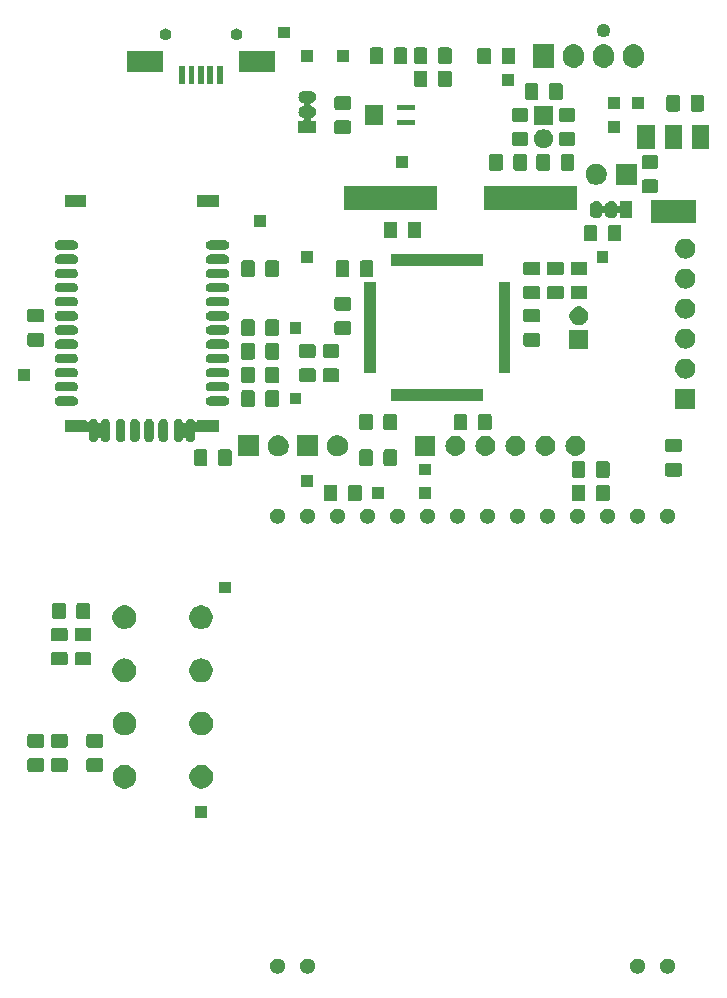
<source format=gbr>
G04 #@! TF.GenerationSoftware,KiCad,Pcbnew,(5.0.2)-1*
G04 #@! TF.CreationDate,2019-02-15T14:43:36+01:00*
G04 #@! TF.ProjectId,test,74657374-2e6b-4696-9361-645f70636258,rev?*
G04 #@! TF.SameCoordinates,Original*
G04 #@! TF.FileFunction,Soldermask,Top*
G04 #@! TF.FilePolarity,Negative*
%FSLAX46Y46*%
G04 Gerber Fmt 4.6, Leading zero omitted, Abs format (unit mm)*
G04 Created by KiCad (PCBNEW (5.0.2)-1) date 15/02/2019 14:43:36*
%MOMM*%
%LPD*%
G01*
G04 APERTURE LIST*
%ADD10C,0.100000*%
G04 APERTURE END LIST*
D10*
G36*
X165696681Y-129434594D02*
X165813155Y-129482839D01*
X165917977Y-129552879D01*
X166007121Y-129642023D01*
X166077161Y-129746845D01*
X166125406Y-129863319D01*
X166150000Y-129986964D01*
X166150000Y-130113036D01*
X166125406Y-130236681D01*
X166077161Y-130353155D01*
X166007121Y-130457977D01*
X165917977Y-130547121D01*
X165813155Y-130617161D01*
X165696681Y-130665406D01*
X165573036Y-130690000D01*
X165446964Y-130690000D01*
X165323319Y-130665406D01*
X165206845Y-130617161D01*
X165102023Y-130547121D01*
X165012879Y-130457977D01*
X164942839Y-130353155D01*
X164894594Y-130236681D01*
X164870000Y-130113036D01*
X164870000Y-129986964D01*
X164894594Y-129863319D01*
X164942839Y-129746845D01*
X165012879Y-129642023D01*
X165102023Y-129552879D01*
X165206845Y-129482839D01*
X165323319Y-129434594D01*
X165446964Y-129410000D01*
X165573036Y-129410000D01*
X165696681Y-129434594D01*
X165696681Y-129434594D01*
G37*
G36*
X163156681Y-129434594D02*
X163273155Y-129482839D01*
X163377977Y-129552879D01*
X163467121Y-129642023D01*
X163537161Y-129746845D01*
X163585406Y-129863319D01*
X163610000Y-129986964D01*
X163610000Y-130113036D01*
X163585406Y-130236681D01*
X163537161Y-130353155D01*
X163467121Y-130457977D01*
X163377977Y-130547121D01*
X163273155Y-130617161D01*
X163156681Y-130665406D01*
X163033036Y-130690000D01*
X162906964Y-130690000D01*
X162783319Y-130665406D01*
X162666845Y-130617161D01*
X162562023Y-130547121D01*
X162472879Y-130457977D01*
X162402839Y-130353155D01*
X162354594Y-130236681D01*
X162330000Y-130113036D01*
X162330000Y-129986964D01*
X162354594Y-129863319D01*
X162402839Y-129746845D01*
X162472879Y-129642023D01*
X162562023Y-129552879D01*
X162666845Y-129482839D01*
X162783319Y-129434594D01*
X162906964Y-129410000D01*
X163033036Y-129410000D01*
X163156681Y-129434594D01*
X163156681Y-129434594D01*
G37*
G36*
X135216681Y-129434594D02*
X135333155Y-129482839D01*
X135437977Y-129552879D01*
X135527121Y-129642023D01*
X135597161Y-129746845D01*
X135645406Y-129863319D01*
X135670000Y-129986964D01*
X135670000Y-130113036D01*
X135645406Y-130236681D01*
X135597161Y-130353155D01*
X135527121Y-130457977D01*
X135437977Y-130547121D01*
X135333155Y-130617161D01*
X135216681Y-130665406D01*
X135093036Y-130690000D01*
X134966964Y-130690000D01*
X134843319Y-130665406D01*
X134726845Y-130617161D01*
X134622023Y-130547121D01*
X134532879Y-130457977D01*
X134462839Y-130353155D01*
X134414594Y-130236681D01*
X134390000Y-130113036D01*
X134390000Y-129986964D01*
X134414594Y-129863319D01*
X134462839Y-129746845D01*
X134532879Y-129642023D01*
X134622023Y-129552879D01*
X134726845Y-129482839D01*
X134843319Y-129434594D01*
X134966964Y-129410000D01*
X135093036Y-129410000D01*
X135216681Y-129434594D01*
X135216681Y-129434594D01*
G37*
G36*
X132676681Y-129434594D02*
X132793155Y-129482839D01*
X132897977Y-129552879D01*
X132987121Y-129642023D01*
X133057161Y-129746845D01*
X133105406Y-129863319D01*
X133130000Y-129986964D01*
X133130000Y-130113036D01*
X133105406Y-130236681D01*
X133057161Y-130353155D01*
X132987121Y-130457977D01*
X132897977Y-130547121D01*
X132793155Y-130617161D01*
X132676681Y-130665406D01*
X132553036Y-130690000D01*
X132426964Y-130690000D01*
X132303319Y-130665406D01*
X132186845Y-130617161D01*
X132082023Y-130547121D01*
X131992879Y-130457977D01*
X131922839Y-130353155D01*
X131874594Y-130236681D01*
X131850000Y-130113036D01*
X131850000Y-129986964D01*
X131874594Y-129863319D01*
X131922839Y-129746845D01*
X131992879Y-129642023D01*
X132082023Y-129552879D01*
X132186845Y-129482839D01*
X132303319Y-129434594D01*
X132426964Y-129410000D01*
X132553036Y-129410000D01*
X132676681Y-129434594D01*
X132676681Y-129434594D01*
G37*
G36*
X126500000Y-117500000D02*
X125500000Y-117500000D01*
X125500000Y-116500000D01*
X126500000Y-116500000D01*
X126500000Y-117500000D01*
X126500000Y-117500000D01*
G37*
G36*
X126200771Y-113040373D02*
X126316690Y-113063430D01*
X126498679Y-113138812D01*
X126662464Y-113248250D01*
X126801752Y-113387538D01*
X126911190Y-113551323D01*
X126986572Y-113733312D01*
X127025001Y-113926510D01*
X127025001Y-114123492D01*
X126986572Y-114316690D01*
X126911190Y-114498679D01*
X126801752Y-114662464D01*
X126662464Y-114801752D01*
X126498679Y-114911190D01*
X126316690Y-114986572D01*
X126200771Y-115009629D01*
X126123494Y-115025001D01*
X125926508Y-115025001D01*
X125849231Y-115009629D01*
X125733312Y-114986572D01*
X125551323Y-114911190D01*
X125387538Y-114801752D01*
X125248250Y-114662464D01*
X125138812Y-114498679D01*
X125063430Y-114316690D01*
X125025001Y-114123492D01*
X125025001Y-113926510D01*
X125063430Y-113733312D01*
X125138812Y-113551323D01*
X125248250Y-113387538D01*
X125387538Y-113248250D01*
X125551323Y-113138812D01*
X125733312Y-113063430D01*
X125849231Y-113040373D01*
X125926508Y-113025001D01*
X126123494Y-113025001D01*
X126200771Y-113040373D01*
X126200771Y-113040373D01*
G37*
G36*
X119700771Y-113040373D02*
X119816690Y-113063430D01*
X119998679Y-113138812D01*
X120162464Y-113248250D01*
X120301752Y-113387538D01*
X120411190Y-113551323D01*
X120486572Y-113733312D01*
X120525001Y-113926510D01*
X120525001Y-114123492D01*
X120486572Y-114316690D01*
X120411190Y-114498679D01*
X120301752Y-114662464D01*
X120162464Y-114801752D01*
X119998679Y-114911190D01*
X119816690Y-114986572D01*
X119700771Y-115009629D01*
X119623494Y-115025001D01*
X119426508Y-115025001D01*
X119349231Y-115009629D01*
X119233312Y-114986572D01*
X119051323Y-114911190D01*
X118887538Y-114801752D01*
X118748250Y-114662464D01*
X118638812Y-114498679D01*
X118563430Y-114316690D01*
X118525001Y-114123492D01*
X118525001Y-113926510D01*
X118563430Y-113733312D01*
X118638812Y-113551323D01*
X118748250Y-113387538D01*
X118887538Y-113248250D01*
X119051323Y-113138812D01*
X119233312Y-113063430D01*
X119349231Y-113040373D01*
X119426508Y-113025001D01*
X119623494Y-113025001D01*
X119700771Y-113040373D01*
X119700771Y-113040373D01*
G37*
G36*
X117555522Y-112454039D02*
X117589053Y-112464211D01*
X117619960Y-112480731D01*
X117647043Y-112502957D01*
X117669269Y-112530040D01*
X117685789Y-112560947D01*
X117695961Y-112594478D01*
X117700000Y-112635487D01*
X117700000Y-113414513D01*
X117695961Y-113455522D01*
X117685789Y-113489053D01*
X117669269Y-113519960D01*
X117647043Y-113547043D01*
X117619960Y-113569269D01*
X117589053Y-113585789D01*
X117555522Y-113595961D01*
X117514513Y-113600000D01*
X116485487Y-113600000D01*
X116444478Y-113595961D01*
X116410947Y-113585789D01*
X116380040Y-113569269D01*
X116352957Y-113547043D01*
X116330731Y-113519960D01*
X116314211Y-113489053D01*
X116304039Y-113455522D01*
X116300000Y-113414513D01*
X116300000Y-112635487D01*
X116304039Y-112594478D01*
X116314211Y-112560947D01*
X116330731Y-112530040D01*
X116352957Y-112502957D01*
X116380040Y-112480731D01*
X116410947Y-112464211D01*
X116444478Y-112454039D01*
X116485487Y-112450000D01*
X117514513Y-112450000D01*
X117555522Y-112454039D01*
X117555522Y-112454039D01*
G37*
G36*
X114555522Y-112454039D02*
X114589053Y-112464211D01*
X114619960Y-112480731D01*
X114647043Y-112502957D01*
X114669269Y-112530040D01*
X114685789Y-112560947D01*
X114695961Y-112594478D01*
X114700000Y-112635487D01*
X114700000Y-113414513D01*
X114695961Y-113455522D01*
X114685789Y-113489053D01*
X114669269Y-113519960D01*
X114647043Y-113547043D01*
X114619960Y-113569269D01*
X114589053Y-113585789D01*
X114555522Y-113595961D01*
X114514513Y-113600000D01*
X113485487Y-113600000D01*
X113444478Y-113595961D01*
X113410947Y-113585789D01*
X113380040Y-113569269D01*
X113352957Y-113547043D01*
X113330731Y-113519960D01*
X113314211Y-113489053D01*
X113304039Y-113455522D01*
X113300000Y-113414513D01*
X113300000Y-112635487D01*
X113304039Y-112594478D01*
X113314211Y-112560947D01*
X113330731Y-112530040D01*
X113352957Y-112502957D01*
X113380040Y-112480731D01*
X113410947Y-112464211D01*
X113444478Y-112454039D01*
X113485487Y-112450000D01*
X114514513Y-112450000D01*
X114555522Y-112454039D01*
X114555522Y-112454039D01*
G37*
G36*
X112555522Y-112454039D02*
X112589053Y-112464211D01*
X112619960Y-112480731D01*
X112647043Y-112502957D01*
X112669269Y-112530040D01*
X112685789Y-112560947D01*
X112695961Y-112594478D01*
X112700000Y-112635487D01*
X112700000Y-113414513D01*
X112695961Y-113455522D01*
X112685789Y-113489053D01*
X112669269Y-113519960D01*
X112647043Y-113547043D01*
X112619960Y-113569269D01*
X112589053Y-113585789D01*
X112555522Y-113595961D01*
X112514513Y-113600000D01*
X111485487Y-113600000D01*
X111444478Y-113595961D01*
X111410947Y-113585789D01*
X111380040Y-113569269D01*
X111352957Y-113547043D01*
X111330731Y-113519960D01*
X111314211Y-113489053D01*
X111304039Y-113455522D01*
X111300000Y-113414513D01*
X111300000Y-112635487D01*
X111304039Y-112594478D01*
X111314211Y-112560947D01*
X111330731Y-112530040D01*
X111352957Y-112502957D01*
X111380040Y-112480731D01*
X111410947Y-112464211D01*
X111444478Y-112454039D01*
X111485487Y-112450000D01*
X112514513Y-112450000D01*
X112555522Y-112454039D01*
X112555522Y-112454039D01*
G37*
G36*
X112555522Y-110404039D02*
X112589053Y-110414211D01*
X112619960Y-110430731D01*
X112647043Y-110452957D01*
X112669269Y-110480040D01*
X112685789Y-110510947D01*
X112695961Y-110544478D01*
X112700000Y-110585487D01*
X112700000Y-111364513D01*
X112695961Y-111405522D01*
X112685789Y-111439053D01*
X112669269Y-111469960D01*
X112647043Y-111497043D01*
X112619960Y-111519269D01*
X112589053Y-111535789D01*
X112555522Y-111545961D01*
X112514513Y-111550000D01*
X111485487Y-111550000D01*
X111444478Y-111545961D01*
X111410947Y-111535789D01*
X111380040Y-111519269D01*
X111352957Y-111497043D01*
X111330731Y-111469960D01*
X111314211Y-111439053D01*
X111304039Y-111405522D01*
X111300000Y-111364513D01*
X111300000Y-110585487D01*
X111304039Y-110544478D01*
X111314211Y-110510947D01*
X111330731Y-110480040D01*
X111352957Y-110452957D01*
X111380040Y-110430731D01*
X111410947Y-110414211D01*
X111444478Y-110404039D01*
X111485487Y-110400000D01*
X112514513Y-110400000D01*
X112555522Y-110404039D01*
X112555522Y-110404039D01*
G37*
G36*
X114555522Y-110404039D02*
X114589053Y-110414211D01*
X114619960Y-110430731D01*
X114647043Y-110452957D01*
X114669269Y-110480040D01*
X114685789Y-110510947D01*
X114695961Y-110544478D01*
X114700000Y-110585487D01*
X114700000Y-111364513D01*
X114695961Y-111405522D01*
X114685789Y-111439053D01*
X114669269Y-111469960D01*
X114647043Y-111497043D01*
X114619960Y-111519269D01*
X114589053Y-111535789D01*
X114555522Y-111545961D01*
X114514513Y-111550000D01*
X113485487Y-111550000D01*
X113444478Y-111545961D01*
X113410947Y-111535789D01*
X113380040Y-111519269D01*
X113352957Y-111497043D01*
X113330731Y-111469960D01*
X113314211Y-111439053D01*
X113304039Y-111405522D01*
X113300000Y-111364513D01*
X113300000Y-110585487D01*
X113304039Y-110544478D01*
X113314211Y-110510947D01*
X113330731Y-110480040D01*
X113352957Y-110452957D01*
X113380040Y-110430731D01*
X113410947Y-110414211D01*
X113444478Y-110404039D01*
X113485487Y-110400000D01*
X114514513Y-110400000D01*
X114555522Y-110404039D01*
X114555522Y-110404039D01*
G37*
G36*
X117555522Y-110404039D02*
X117589053Y-110414211D01*
X117619960Y-110430731D01*
X117647043Y-110452957D01*
X117669269Y-110480040D01*
X117685789Y-110510947D01*
X117695961Y-110544478D01*
X117700000Y-110585487D01*
X117700000Y-111364513D01*
X117695961Y-111405522D01*
X117685789Y-111439053D01*
X117669269Y-111469960D01*
X117647043Y-111497043D01*
X117619960Y-111519269D01*
X117589053Y-111535789D01*
X117555522Y-111545961D01*
X117514513Y-111550000D01*
X116485487Y-111550000D01*
X116444478Y-111545961D01*
X116410947Y-111535789D01*
X116380040Y-111519269D01*
X116352957Y-111497043D01*
X116330731Y-111469960D01*
X116314211Y-111439053D01*
X116304039Y-111405522D01*
X116300000Y-111364513D01*
X116300000Y-110585487D01*
X116304039Y-110544478D01*
X116314211Y-110510947D01*
X116330731Y-110480040D01*
X116352957Y-110452957D01*
X116380040Y-110430731D01*
X116410947Y-110414211D01*
X116444478Y-110404039D01*
X116485487Y-110400000D01*
X117514513Y-110400000D01*
X117555522Y-110404039D01*
X117555522Y-110404039D01*
G37*
G36*
X119700771Y-108540373D02*
X119816690Y-108563430D01*
X119998679Y-108638812D01*
X120162464Y-108748250D01*
X120301752Y-108887538D01*
X120411190Y-109051323D01*
X120486572Y-109233312D01*
X120525001Y-109426510D01*
X120525001Y-109623492D01*
X120486572Y-109816690D01*
X120411190Y-109998679D01*
X120301752Y-110162464D01*
X120162464Y-110301752D01*
X119998679Y-110411190D01*
X119816690Y-110486572D01*
X119700771Y-110509629D01*
X119623494Y-110525001D01*
X119426508Y-110525001D01*
X119349231Y-110509629D01*
X119233312Y-110486572D01*
X119051323Y-110411190D01*
X118887538Y-110301752D01*
X118748250Y-110162464D01*
X118638812Y-109998679D01*
X118563430Y-109816690D01*
X118525001Y-109623492D01*
X118525001Y-109426510D01*
X118563430Y-109233312D01*
X118638812Y-109051323D01*
X118748250Y-108887538D01*
X118887538Y-108748250D01*
X119051323Y-108638812D01*
X119233312Y-108563430D01*
X119349231Y-108540373D01*
X119426508Y-108525001D01*
X119623494Y-108525001D01*
X119700771Y-108540373D01*
X119700771Y-108540373D01*
G37*
G36*
X126200771Y-108540373D02*
X126316690Y-108563430D01*
X126498679Y-108638812D01*
X126662464Y-108748250D01*
X126801752Y-108887538D01*
X126911190Y-109051323D01*
X126986572Y-109233312D01*
X127025001Y-109426510D01*
X127025001Y-109623492D01*
X126986572Y-109816690D01*
X126911190Y-109998679D01*
X126801752Y-110162464D01*
X126662464Y-110301752D01*
X126498679Y-110411190D01*
X126316690Y-110486572D01*
X126200771Y-110509629D01*
X126123494Y-110525001D01*
X125926508Y-110525001D01*
X125849231Y-110509629D01*
X125733312Y-110486572D01*
X125551323Y-110411190D01*
X125387538Y-110301752D01*
X125248250Y-110162464D01*
X125138812Y-109998679D01*
X125063430Y-109816690D01*
X125025001Y-109623492D01*
X125025001Y-109426510D01*
X125063430Y-109233312D01*
X125138812Y-109051323D01*
X125248250Y-108887538D01*
X125387538Y-108748250D01*
X125551323Y-108638812D01*
X125733312Y-108563430D01*
X125849231Y-108540373D01*
X125926508Y-108525001D01*
X126123494Y-108525001D01*
X126200771Y-108540373D01*
X126200771Y-108540373D01*
G37*
G36*
X126175770Y-104015372D02*
X126291689Y-104038429D01*
X126473678Y-104113811D01*
X126637463Y-104223249D01*
X126776751Y-104362537D01*
X126886189Y-104526322D01*
X126961571Y-104708311D01*
X127000000Y-104901509D01*
X127000000Y-105098491D01*
X126961571Y-105291689D01*
X126886189Y-105473678D01*
X126776751Y-105637463D01*
X126637463Y-105776751D01*
X126473678Y-105886189D01*
X126291689Y-105961571D01*
X126175770Y-105984628D01*
X126098493Y-106000000D01*
X125901507Y-106000000D01*
X125824230Y-105984628D01*
X125708311Y-105961571D01*
X125526322Y-105886189D01*
X125362537Y-105776751D01*
X125223249Y-105637463D01*
X125113811Y-105473678D01*
X125038429Y-105291689D01*
X125000000Y-105098491D01*
X125000000Y-104901509D01*
X125038429Y-104708311D01*
X125113811Y-104526322D01*
X125223249Y-104362537D01*
X125362537Y-104223249D01*
X125526322Y-104113811D01*
X125708311Y-104038429D01*
X125824230Y-104015372D01*
X125901507Y-104000000D01*
X126098493Y-104000000D01*
X126175770Y-104015372D01*
X126175770Y-104015372D01*
G37*
G36*
X119675770Y-104015372D02*
X119791689Y-104038429D01*
X119973678Y-104113811D01*
X120137463Y-104223249D01*
X120276751Y-104362537D01*
X120386189Y-104526322D01*
X120461571Y-104708311D01*
X120500000Y-104901509D01*
X120500000Y-105098491D01*
X120461571Y-105291689D01*
X120386189Y-105473678D01*
X120276751Y-105637463D01*
X120137463Y-105776751D01*
X119973678Y-105886189D01*
X119791689Y-105961571D01*
X119675770Y-105984628D01*
X119598493Y-106000000D01*
X119401507Y-106000000D01*
X119324230Y-105984628D01*
X119208311Y-105961571D01*
X119026322Y-105886189D01*
X118862537Y-105776751D01*
X118723249Y-105637463D01*
X118613811Y-105473678D01*
X118538429Y-105291689D01*
X118500000Y-105098491D01*
X118500000Y-104901509D01*
X118538429Y-104708311D01*
X118613811Y-104526322D01*
X118723249Y-104362537D01*
X118862537Y-104223249D01*
X119026322Y-104113811D01*
X119208311Y-104038429D01*
X119324230Y-104015372D01*
X119401507Y-104000000D01*
X119598493Y-104000000D01*
X119675770Y-104015372D01*
X119675770Y-104015372D01*
G37*
G36*
X116555522Y-103454039D02*
X116589053Y-103464211D01*
X116619960Y-103480731D01*
X116647043Y-103502957D01*
X116669269Y-103530040D01*
X116685789Y-103560947D01*
X116695961Y-103594478D01*
X116700000Y-103635487D01*
X116700000Y-104414513D01*
X116695961Y-104455522D01*
X116685789Y-104489053D01*
X116669269Y-104519960D01*
X116647043Y-104547043D01*
X116619960Y-104569269D01*
X116589053Y-104585789D01*
X116555522Y-104595961D01*
X116514513Y-104600000D01*
X115485487Y-104600000D01*
X115444478Y-104595961D01*
X115410947Y-104585789D01*
X115380040Y-104569269D01*
X115352957Y-104547043D01*
X115330731Y-104519960D01*
X115314211Y-104489053D01*
X115304039Y-104455522D01*
X115300000Y-104414513D01*
X115300000Y-103635487D01*
X115304039Y-103594478D01*
X115314211Y-103560947D01*
X115330731Y-103530040D01*
X115352957Y-103502957D01*
X115380040Y-103480731D01*
X115410947Y-103464211D01*
X115444478Y-103454039D01*
X115485487Y-103450000D01*
X116514513Y-103450000D01*
X116555522Y-103454039D01*
X116555522Y-103454039D01*
G37*
G36*
X114555522Y-103454039D02*
X114589053Y-103464211D01*
X114619960Y-103480731D01*
X114647043Y-103502957D01*
X114669269Y-103530040D01*
X114685789Y-103560947D01*
X114695961Y-103594478D01*
X114700000Y-103635487D01*
X114700000Y-104414513D01*
X114695961Y-104455522D01*
X114685789Y-104489053D01*
X114669269Y-104519960D01*
X114647043Y-104547043D01*
X114619960Y-104569269D01*
X114589053Y-104585789D01*
X114555522Y-104595961D01*
X114514513Y-104600000D01*
X113485487Y-104600000D01*
X113444478Y-104595961D01*
X113410947Y-104585789D01*
X113380040Y-104569269D01*
X113352957Y-104547043D01*
X113330731Y-104519960D01*
X113314211Y-104489053D01*
X113304039Y-104455522D01*
X113300000Y-104414513D01*
X113300000Y-103635487D01*
X113304039Y-103594478D01*
X113314211Y-103560947D01*
X113330731Y-103530040D01*
X113352957Y-103502957D01*
X113380040Y-103480731D01*
X113410947Y-103464211D01*
X113444478Y-103454039D01*
X113485487Y-103450000D01*
X114514513Y-103450000D01*
X114555522Y-103454039D01*
X114555522Y-103454039D01*
G37*
G36*
X114555522Y-101404039D02*
X114589053Y-101414211D01*
X114619960Y-101430731D01*
X114647043Y-101452957D01*
X114669269Y-101480040D01*
X114685789Y-101510947D01*
X114695961Y-101544478D01*
X114700000Y-101585487D01*
X114700000Y-102364513D01*
X114695961Y-102405522D01*
X114685789Y-102439053D01*
X114669269Y-102469960D01*
X114647043Y-102497043D01*
X114619960Y-102519269D01*
X114589053Y-102535789D01*
X114555522Y-102545961D01*
X114514513Y-102550000D01*
X113485487Y-102550000D01*
X113444478Y-102545961D01*
X113410947Y-102535789D01*
X113380040Y-102519269D01*
X113352957Y-102497043D01*
X113330731Y-102469960D01*
X113314211Y-102439053D01*
X113304039Y-102405522D01*
X113300000Y-102364513D01*
X113300000Y-101585487D01*
X113304039Y-101544478D01*
X113314211Y-101510947D01*
X113330731Y-101480040D01*
X113352957Y-101452957D01*
X113380040Y-101430731D01*
X113410947Y-101414211D01*
X113444478Y-101404039D01*
X113485487Y-101400000D01*
X114514513Y-101400000D01*
X114555522Y-101404039D01*
X114555522Y-101404039D01*
G37*
G36*
X116555522Y-101404039D02*
X116589053Y-101414211D01*
X116619960Y-101430731D01*
X116647043Y-101452957D01*
X116669269Y-101480040D01*
X116685789Y-101510947D01*
X116695961Y-101544478D01*
X116700000Y-101585487D01*
X116700000Y-102364513D01*
X116695961Y-102405522D01*
X116685789Y-102439053D01*
X116669269Y-102469960D01*
X116647043Y-102497043D01*
X116619960Y-102519269D01*
X116589053Y-102535789D01*
X116555522Y-102545961D01*
X116514513Y-102550000D01*
X115485487Y-102550000D01*
X115444478Y-102545961D01*
X115410947Y-102535789D01*
X115380040Y-102519269D01*
X115352957Y-102497043D01*
X115330731Y-102469960D01*
X115314211Y-102439053D01*
X115304039Y-102405522D01*
X115300000Y-102364513D01*
X115300000Y-101585487D01*
X115304039Y-101544478D01*
X115314211Y-101510947D01*
X115330731Y-101480040D01*
X115352957Y-101452957D01*
X115380040Y-101430731D01*
X115410947Y-101414211D01*
X115444478Y-101404039D01*
X115485487Y-101400000D01*
X116514513Y-101400000D01*
X116555522Y-101404039D01*
X116555522Y-101404039D01*
G37*
G36*
X119675770Y-99515372D02*
X119791689Y-99538429D01*
X119973678Y-99613811D01*
X120137463Y-99723249D01*
X120276751Y-99862537D01*
X120386189Y-100026322D01*
X120461571Y-100208311D01*
X120500000Y-100401509D01*
X120500000Y-100598491D01*
X120461571Y-100791689D01*
X120386189Y-100973678D01*
X120276751Y-101137463D01*
X120137463Y-101276751D01*
X119973678Y-101386189D01*
X119791689Y-101461571D01*
X119675770Y-101484628D01*
X119598493Y-101500000D01*
X119401507Y-101500000D01*
X119324230Y-101484628D01*
X119208311Y-101461571D01*
X119026322Y-101386189D01*
X118862537Y-101276751D01*
X118723249Y-101137463D01*
X118613811Y-100973678D01*
X118538429Y-100791689D01*
X118500000Y-100598491D01*
X118500000Y-100401509D01*
X118538429Y-100208311D01*
X118613811Y-100026322D01*
X118723249Y-99862537D01*
X118862537Y-99723249D01*
X119026322Y-99613811D01*
X119208311Y-99538429D01*
X119324230Y-99515372D01*
X119401507Y-99500000D01*
X119598493Y-99500000D01*
X119675770Y-99515372D01*
X119675770Y-99515372D01*
G37*
G36*
X126175770Y-99515372D02*
X126291689Y-99538429D01*
X126473678Y-99613811D01*
X126637463Y-99723249D01*
X126776751Y-99862537D01*
X126886189Y-100026322D01*
X126961571Y-100208311D01*
X127000000Y-100401509D01*
X127000000Y-100598491D01*
X126961571Y-100791689D01*
X126886189Y-100973678D01*
X126776751Y-101137463D01*
X126637463Y-101276751D01*
X126473678Y-101386189D01*
X126291689Y-101461571D01*
X126175770Y-101484628D01*
X126098493Y-101500000D01*
X125901507Y-101500000D01*
X125824230Y-101484628D01*
X125708311Y-101461571D01*
X125526322Y-101386189D01*
X125362537Y-101276751D01*
X125223249Y-101137463D01*
X125113811Y-100973678D01*
X125038429Y-100791689D01*
X125000000Y-100598491D01*
X125000000Y-100401509D01*
X125038429Y-100208311D01*
X125113811Y-100026322D01*
X125223249Y-99862537D01*
X125362537Y-99723249D01*
X125526322Y-99613811D01*
X125708311Y-99538429D01*
X125824230Y-99515372D01*
X125901507Y-99500000D01*
X126098493Y-99500000D01*
X126175770Y-99515372D01*
X126175770Y-99515372D01*
G37*
G36*
X114405522Y-99304039D02*
X114439053Y-99314211D01*
X114469960Y-99330731D01*
X114497043Y-99352957D01*
X114519269Y-99380040D01*
X114535789Y-99410947D01*
X114545961Y-99444478D01*
X114550000Y-99485487D01*
X114550000Y-100514513D01*
X114545961Y-100555522D01*
X114535789Y-100589053D01*
X114519269Y-100619960D01*
X114497043Y-100647043D01*
X114469960Y-100669269D01*
X114439053Y-100685789D01*
X114405522Y-100695961D01*
X114364513Y-100700000D01*
X113585487Y-100700000D01*
X113544478Y-100695961D01*
X113510947Y-100685789D01*
X113480040Y-100669269D01*
X113452957Y-100647043D01*
X113430731Y-100619960D01*
X113414211Y-100589053D01*
X113404039Y-100555522D01*
X113400000Y-100514513D01*
X113400000Y-99485487D01*
X113404039Y-99444478D01*
X113414211Y-99410947D01*
X113430731Y-99380040D01*
X113452957Y-99352957D01*
X113480040Y-99330731D01*
X113510947Y-99314211D01*
X113544478Y-99304039D01*
X113585487Y-99300000D01*
X114364513Y-99300000D01*
X114405522Y-99304039D01*
X114405522Y-99304039D01*
G37*
G36*
X116455522Y-99304039D02*
X116489053Y-99314211D01*
X116519960Y-99330731D01*
X116547043Y-99352957D01*
X116569269Y-99380040D01*
X116585789Y-99410947D01*
X116595961Y-99444478D01*
X116600000Y-99485487D01*
X116600000Y-100514513D01*
X116595961Y-100555522D01*
X116585789Y-100589053D01*
X116569269Y-100619960D01*
X116547043Y-100647043D01*
X116519960Y-100669269D01*
X116489053Y-100685789D01*
X116455522Y-100695961D01*
X116414513Y-100700000D01*
X115635487Y-100700000D01*
X115594478Y-100695961D01*
X115560947Y-100685789D01*
X115530040Y-100669269D01*
X115502957Y-100647043D01*
X115480731Y-100619960D01*
X115464211Y-100589053D01*
X115454039Y-100555522D01*
X115450000Y-100514513D01*
X115450000Y-99485487D01*
X115454039Y-99444478D01*
X115464211Y-99410947D01*
X115480731Y-99380040D01*
X115502957Y-99352957D01*
X115530040Y-99330731D01*
X115560947Y-99314211D01*
X115594478Y-99304039D01*
X115635487Y-99300000D01*
X116414513Y-99300000D01*
X116455522Y-99304039D01*
X116455522Y-99304039D01*
G37*
G36*
X128500000Y-98500000D02*
X127500000Y-98500000D01*
X127500000Y-97500000D01*
X128500000Y-97500000D01*
X128500000Y-98500000D01*
X128500000Y-98500000D01*
G37*
G36*
X165696681Y-91334594D02*
X165813155Y-91382839D01*
X165917977Y-91452879D01*
X166007121Y-91542023D01*
X166077161Y-91646845D01*
X166125406Y-91763319D01*
X166150000Y-91886964D01*
X166150000Y-92013036D01*
X166125406Y-92136681D01*
X166077161Y-92253155D01*
X166007121Y-92357977D01*
X165917977Y-92447121D01*
X165813155Y-92517161D01*
X165696681Y-92565406D01*
X165573036Y-92590000D01*
X165446964Y-92590000D01*
X165323319Y-92565406D01*
X165206845Y-92517161D01*
X165102023Y-92447121D01*
X165012879Y-92357977D01*
X164942839Y-92253155D01*
X164894594Y-92136681D01*
X164870000Y-92013036D01*
X164870000Y-91886964D01*
X164894594Y-91763319D01*
X164942839Y-91646845D01*
X165012879Y-91542023D01*
X165102023Y-91452879D01*
X165206845Y-91382839D01*
X165323319Y-91334594D01*
X165446964Y-91310000D01*
X165573036Y-91310000D01*
X165696681Y-91334594D01*
X165696681Y-91334594D01*
G37*
G36*
X163156681Y-91334594D02*
X163273155Y-91382839D01*
X163377977Y-91452879D01*
X163467121Y-91542023D01*
X163537161Y-91646845D01*
X163585406Y-91763319D01*
X163610000Y-91886964D01*
X163610000Y-92013036D01*
X163585406Y-92136681D01*
X163537161Y-92253155D01*
X163467121Y-92357977D01*
X163377977Y-92447121D01*
X163273155Y-92517161D01*
X163156681Y-92565406D01*
X163033036Y-92590000D01*
X162906964Y-92590000D01*
X162783319Y-92565406D01*
X162666845Y-92517161D01*
X162562023Y-92447121D01*
X162472879Y-92357977D01*
X162402839Y-92253155D01*
X162354594Y-92136681D01*
X162330000Y-92013036D01*
X162330000Y-91886964D01*
X162354594Y-91763319D01*
X162402839Y-91646845D01*
X162472879Y-91542023D01*
X162562023Y-91452879D01*
X162666845Y-91382839D01*
X162783319Y-91334594D01*
X162906964Y-91310000D01*
X163033036Y-91310000D01*
X163156681Y-91334594D01*
X163156681Y-91334594D01*
G37*
G36*
X160616681Y-91334594D02*
X160733155Y-91382839D01*
X160837977Y-91452879D01*
X160927121Y-91542023D01*
X160997161Y-91646845D01*
X161045406Y-91763319D01*
X161070000Y-91886964D01*
X161070000Y-92013036D01*
X161045406Y-92136681D01*
X160997161Y-92253155D01*
X160927121Y-92357977D01*
X160837977Y-92447121D01*
X160733155Y-92517161D01*
X160616681Y-92565406D01*
X160493036Y-92590000D01*
X160366964Y-92590000D01*
X160243319Y-92565406D01*
X160126845Y-92517161D01*
X160022023Y-92447121D01*
X159932879Y-92357977D01*
X159862839Y-92253155D01*
X159814594Y-92136681D01*
X159790000Y-92013036D01*
X159790000Y-91886964D01*
X159814594Y-91763319D01*
X159862839Y-91646845D01*
X159932879Y-91542023D01*
X160022023Y-91452879D01*
X160126845Y-91382839D01*
X160243319Y-91334594D01*
X160366964Y-91310000D01*
X160493036Y-91310000D01*
X160616681Y-91334594D01*
X160616681Y-91334594D01*
G37*
G36*
X158076681Y-91334594D02*
X158193155Y-91382839D01*
X158297977Y-91452879D01*
X158387121Y-91542023D01*
X158457161Y-91646845D01*
X158505406Y-91763319D01*
X158530000Y-91886964D01*
X158530000Y-92013036D01*
X158505406Y-92136681D01*
X158457161Y-92253155D01*
X158387121Y-92357977D01*
X158297977Y-92447121D01*
X158193155Y-92517161D01*
X158076681Y-92565406D01*
X157953036Y-92590000D01*
X157826964Y-92590000D01*
X157703319Y-92565406D01*
X157586845Y-92517161D01*
X157482023Y-92447121D01*
X157392879Y-92357977D01*
X157322839Y-92253155D01*
X157274594Y-92136681D01*
X157250000Y-92013036D01*
X157250000Y-91886964D01*
X157274594Y-91763319D01*
X157322839Y-91646845D01*
X157392879Y-91542023D01*
X157482023Y-91452879D01*
X157586845Y-91382839D01*
X157703319Y-91334594D01*
X157826964Y-91310000D01*
X157953036Y-91310000D01*
X158076681Y-91334594D01*
X158076681Y-91334594D01*
G37*
G36*
X155536681Y-91334594D02*
X155653155Y-91382839D01*
X155757977Y-91452879D01*
X155847121Y-91542023D01*
X155917161Y-91646845D01*
X155965406Y-91763319D01*
X155990000Y-91886964D01*
X155990000Y-92013036D01*
X155965406Y-92136681D01*
X155917161Y-92253155D01*
X155847121Y-92357977D01*
X155757977Y-92447121D01*
X155653155Y-92517161D01*
X155536681Y-92565406D01*
X155413036Y-92590000D01*
X155286964Y-92590000D01*
X155163319Y-92565406D01*
X155046845Y-92517161D01*
X154942023Y-92447121D01*
X154852879Y-92357977D01*
X154782839Y-92253155D01*
X154734594Y-92136681D01*
X154710000Y-92013036D01*
X154710000Y-91886964D01*
X154734594Y-91763319D01*
X154782839Y-91646845D01*
X154852879Y-91542023D01*
X154942023Y-91452879D01*
X155046845Y-91382839D01*
X155163319Y-91334594D01*
X155286964Y-91310000D01*
X155413036Y-91310000D01*
X155536681Y-91334594D01*
X155536681Y-91334594D01*
G37*
G36*
X135216681Y-91334594D02*
X135333155Y-91382839D01*
X135437977Y-91452879D01*
X135527121Y-91542023D01*
X135597161Y-91646845D01*
X135645406Y-91763319D01*
X135670000Y-91886964D01*
X135670000Y-92013036D01*
X135645406Y-92136681D01*
X135597161Y-92253155D01*
X135527121Y-92357977D01*
X135437977Y-92447121D01*
X135333155Y-92517161D01*
X135216681Y-92565406D01*
X135093036Y-92590000D01*
X134966964Y-92590000D01*
X134843319Y-92565406D01*
X134726845Y-92517161D01*
X134622023Y-92447121D01*
X134532879Y-92357977D01*
X134462839Y-92253155D01*
X134414594Y-92136681D01*
X134390000Y-92013036D01*
X134390000Y-91886964D01*
X134414594Y-91763319D01*
X134462839Y-91646845D01*
X134532879Y-91542023D01*
X134622023Y-91452879D01*
X134726845Y-91382839D01*
X134843319Y-91334594D01*
X134966964Y-91310000D01*
X135093036Y-91310000D01*
X135216681Y-91334594D01*
X135216681Y-91334594D01*
G37*
G36*
X150456681Y-91334594D02*
X150573155Y-91382839D01*
X150677977Y-91452879D01*
X150767121Y-91542023D01*
X150837161Y-91646845D01*
X150885406Y-91763319D01*
X150910000Y-91886964D01*
X150910000Y-92013036D01*
X150885406Y-92136681D01*
X150837161Y-92253155D01*
X150767121Y-92357977D01*
X150677977Y-92447121D01*
X150573155Y-92517161D01*
X150456681Y-92565406D01*
X150333036Y-92590000D01*
X150206964Y-92590000D01*
X150083319Y-92565406D01*
X149966845Y-92517161D01*
X149862023Y-92447121D01*
X149772879Y-92357977D01*
X149702839Y-92253155D01*
X149654594Y-92136681D01*
X149630000Y-92013036D01*
X149630000Y-91886964D01*
X149654594Y-91763319D01*
X149702839Y-91646845D01*
X149772879Y-91542023D01*
X149862023Y-91452879D01*
X149966845Y-91382839D01*
X150083319Y-91334594D01*
X150206964Y-91310000D01*
X150333036Y-91310000D01*
X150456681Y-91334594D01*
X150456681Y-91334594D01*
G37*
G36*
X132676681Y-91334594D02*
X132793155Y-91382839D01*
X132897977Y-91452879D01*
X132987121Y-91542023D01*
X133057161Y-91646845D01*
X133105406Y-91763319D01*
X133130000Y-91886964D01*
X133130000Y-92013036D01*
X133105406Y-92136681D01*
X133057161Y-92253155D01*
X132987121Y-92357977D01*
X132897977Y-92447121D01*
X132793155Y-92517161D01*
X132676681Y-92565406D01*
X132553036Y-92590000D01*
X132426964Y-92590000D01*
X132303319Y-92565406D01*
X132186845Y-92517161D01*
X132082023Y-92447121D01*
X131992879Y-92357977D01*
X131922839Y-92253155D01*
X131874594Y-92136681D01*
X131850000Y-92013036D01*
X131850000Y-91886964D01*
X131874594Y-91763319D01*
X131922839Y-91646845D01*
X131992879Y-91542023D01*
X132082023Y-91452879D01*
X132186845Y-91382839D01*
X132303319Y-91334594D01*
X132426964Y-91310000D01*
X132553036Y-91310000D01*
X132676681Y-91334594D01*
X132676681Y-91334594D01*
G37*
G36*
X137756681Y-91334594D02*
X137873155Y-91382839D01*
X137977977Y-91452879D01*
X138067121Y-91542023D01*
X138137161Y-91646845D01*
X138185406Y-91763319D01*
X138210000Y-91886964D01*
X138210000Y-92013036D01*
X138185406Y-92136681D01*
X138137161Y-92253155D01*
X138067121Y-92357977D01*
X137977977Y-92447121D01*
X137873155Y-92517161D01*
X137756681Y-92565406D01*
X137633036Y-92590000D01*
X137506964Y-92590000D01*
X137383319Y-92565406D01*
X137266845Y-92517161D01*
X137162023Y-92447121D01*
X137072879Y-92357977D01*
X137002839Y-92253155D01*
X136954594Y-92136681D01*
X136930000Y-92013036D01*
X136930000Y-91886964D01*
X136954594Y-91763319D01*
X137002839Y-91646845D01*
X137072879Y-91542023D01*
X137162023Y-91452879D01*
X137266845Y-91382839D01*
X137383319Y-91334594D01*
X137506964Y-91310000D01*
X137633036Y-91310000D01*
X137756681Y-91334594D01*
X137756681Y-91334594D01*
G37*
G36*
X140296681Y-91334594D02*
X140413155Y-91382839D01*
X140517977Y-91452879D01*
X140607121Y-91542023D01*
X140677161Y-91646845D01*
X140725406Y-91763319D01*
X140750000Y-91886964D01*
X140750000Y-92013036D01*
X140725406Y-92136681D01*
X140677161Y-92253155D01*
X140607121Y-92357977D01*
X140517977Y-92447121D01*
X140413155Y-92517161D01*
X140296681Y-92565406D01*
X140173036Y-92590000D01*
X140046964Y-92590000D01*
X139923319Y-92565406D01*
X139806845Y-92517161D01*
X139702023Y-92447121D01*
X139612879Y-92357977D01*
X139542839Y-92253155D01*
X139494594Y-92136681D01*
X139470000Y-92013036D01*
X139470000Y-91886964D01*
X139494594Y-91763319D01*
X139542839Y-91646845D01*
X139612879Y-91542023D01*
X139702023Y-91452879D01*
X139806845Y-91382839D01*
X139923319Y-91334594D01*
X140046964Y-91310000D01*
X140173036Y-91310000D01*
X140296681Y-91334594D01*
X140296681Y-91334594D01*
G37*
G36*
X142836681Y-91334594D02*
X142953155Y-91382839D01*
X143057977Y-91452879D01*
X143147121Y-91542023D01*
X143217161Y-91646845D01*
X143265406Y-91763319D01*
X143290000Y-91886964D01*
X143290000Y-92013036D01*
X143265406Y-92136681D01*
X143217161Y-92253155D01*
X143147121Y-92357977D01*
X143057977Y-92447121D01*
X142953155Y-92517161D01*
X142836681Y-92565406D01*
X142713036Y-92590000D01*
X142586964Y-92590000D01*
X142463319Y-92565406D01*
X142346845Y-92517161D01*
X142242023Y-92447121D01*
X142152879Y-92357977D01*
X142082839Y-92253155D01*
X142034594Y-92136681D01*
X142010000Y-92013036D01*
X142010000Y-91886964D01*
X142034594Y-91763319D01*
X142082839Y-91646845D01*
X142152879Y-91542023D01*
X142242023Y-91452879D01*
X142346845Y-91382839D01*
X142463319Y-91334594D01*
X142586964Y-91310000D01*
X142713036Y-91310000D01*
X142836681Y-91334594D01*
X142836681Y-91334594D01*
G37*
G36*
X152996681Y-91334594D02*
X153113155Y-91382839D01*
X153217977Y-91452879D01*
X153307121Y-91542023D01*
X153377161Y-91646845D01*
X153425406Y-91763319D01*
X153450000Y-91886964D01*
X153450000Y-92013036D01*
X153425406Y-92136681D01*
X153377161Y-92253155D01*
X153307121Y-92357977D01*
X153217977Y-92447121D01*
X153113155Y-92517161D01*
X152996681Y-92565406D01*
X152873036Y-92590000D01*
X152746964Y-92590000D01*
X152623319Y-92565406D01*
X152506845Y-92517161D01*
X152402023Y-92447121D01*
X152312879Y-92357977D01*
X152242839Y-92253155D01*
X152194594Y-92136681D01*
X152170000Y-92013036D01*
X152170000Y-91886964D01*
X152194594Y-91763319D01*
X152242839Y-91646845D01*
X152312879Y-91542023D01*
X152402023Y-91452879D01*
X152506845Y-91382839D01*
X152623319Y-91334594D01*
X152746964Y-91310000D01*
X152873036Y-91310000D01*
X152996681Y-91334594D01*
X152996681Y-91334594D01*
G37*
G36*
X145376681Y-91334594D02*
X145493155Y-91382839D01*
X145597977Y-91452879D01*
X145687121Y-91542023D01*
X145757161Y-91646845D01*
X145805406Y-91763319D01*
X145830000Y-91886964D01*
X145830000Y-92013036D01*
X145805406Y-92136681D01*
X145757161Y-92253155D01*
X145687121Y-92357977D01*
X145597977Y-92447121D01*
X145493155Y-92517161D01*
X145376681Y-92565406D01*
X145253036Y-92590000D01*
X145126964Y-92590000D01*
X145003319Y-92565406D01*
X144886845Y-92517161D01*
X144782023Y-92447121D01*
X144692879Y-92357977D01*
X144622839Y-92253155D01*
X144574594Y-92136681D01*
X144550000Y-92013036D01*
X144550000Y-91886964D01*
X144574594Y-91763319D01*
X144622839Y-91646845D01*
X144692879Y-91542023D01*
X144782023Y-91452879D01*
X144886845Y-91382839D01*
X145003319Y-91334594D01*
X145126964Y-91310000D01*
X145253036Y-91310000D01*
X145376681Y-91334594D01*
X145376681Y-91334594D01*
G37*
G36*
X147916681Y-91334594D02*
X148033155Y-91382839D01*
X148137977Y-91452879D01*
X148227121Y-91542023D01*
X148297161Y-91646845D01*
X148345406Y-91763319D01*
X148370000Y-91886964D01*
X148370000Y-92013036D01*
X148345406Y-92136681D01*
X148297161Y-92253155D01*
X148227121Y-92357977D01*
X148137977Y-92447121D01*
X148033155Y-92517161D01*
X147916681Y-92565406D01*
X147793036Y-92590000D01*
X147666964Y-92590000D01*
X147543319Y-92565406D01*
X147426845Y-92517161D01*
X147322023Y-92447121D01*
X147232879Y-92357977D01*
X147162839Y-92253155D01*
X147114594Y-92136681D01*
X147090000Y-92013036D01*
X147090000Y-91886964D01*
X147114594Y-91763319D01*
X147162839Y-91646845D01*
X147232879Y-91542023D01*
X147322023Y-91452879D01*
X147426845Y-91382839D01*
X147543319Y-91334594D01*
X147666964Y-91310000D01*
X147793036Y-91310000D01*
X147916681Y-91334594D01*
X147916681Y-91334594D01*
G37*
G36*
X139455522Y-89304039D02*
X139489053Y-89314211D01*
X139519960Y-89330731D01*
X139547043Y-89352957D01*
X139569269Y-89380040D01*
X139585789Y-89410947D01*
X139595961Y-89444478D01*
X139600000Y-89485487D01*
X139600000Y-90514513D01*
X139595961Y-90555522D01*
X139585789Y-90589053D01*
X139569269Y-90619960D01*
X139547043Y-90647043D01*
X139519960Y-90669269D01*
X139489053Y-90685789D01*
X139455522Y-90695961D01*
X139414513Y-90700000D01*
X138635487Y-90700000D01*
X138594478Y-90695961D01*
X138560947Y-90685789D01*
X138530040Y-90669269D01*
X138502957Y-90647043D01*
X138480731Y-90619960D01*
X138464211Y-90589053D01*
X138454039Y-90555522D01*
X138450000Y-90514513D01*
X138450000Y-89485487D01*
X138454039Y-89444478D01*
X138464211Y-89410947D01*
X138480731Y-89380040D01*
X138502957Y-89352957D01*
X138530040Y-89330731D01*
X138560947Y-89314211D01*
X138594478Y-89304039D01*
X138635487Y-89300000D01*
X139414513Y-89300000D01*
X139455522Y-89304039D01*
X139455522Y-89304039D01*
G37*
G36*
X160455522Y-89304039D02*
X160489053Y-89314211D01*
X160519960Y-89330731D01*
X160547043Y-89352957D01*
X160569269Y-89380040D01*
X160585789Y-89410947D01*
X160595961Y-89444478D01*
X160600000Y-89485487D01*
X160600000Y-90514513D01*
X160595961Y-90555522D01*
X160585789Y-90589053D01*
X160569269Y-90619960D01*
X160547043Y-90647043D01*
X160519960Y-90669269D01*
X160489053Y-90685789D01*
X160455522Y-90695961D01*
X160414513Y-90700000D01*
X159635487Y-90700000D01*
X159594478Y-90695961D01*
X159560947Y-90685789D01*
X159530040Y-90669269D01*
X159502957Y-90647043D01*
X159480731Y-90619960D01*
X159464211Y-90589053D01*
X159454039Y-90555522D01*
X159450000Y-90514513D01*
X159450000Y-89485487D01*
X159454039Y-89444478D01*
X159464211Y-89410947D01*
X159480731Y-89380040D01*
X159502957Y-89352957D01*
X159530040Y-89330731D01*
X159560947Y-89314211D01*
X159594478Y-89304039D01*
X159635487Y-89300000D01*
X160414513Y-89300000D01*
X160455522Y-89304039D01*
X160455522Y-89304039D01*
G37*
G36*
X158405522Y-89304039D02*
X158439053Y-89314211D01*
X158469960Y-89330731D01*
X158497043Y-89352957D01*
X158519269Y-89380040D01*
X158535789Y-89410947D01*
X158545961Y-89444478D01*
X158550000Y-89485487D01*
X158550000Y-90514513D01*
X158545961Y-90555522D01*
X158535789Y-90589053D01*
X158519269Y-90619960D01*
X158497043Y-90647043D01*
X158469960Y-90669269D01*
X158439053Y-90685789D01*
X158405522Y-90695961D01*
X158364513Y-90700000D01*
X157585487Y-90700000D01*
X157544478Y-90695961D01*
X157510947Y-90685789D01*
X157480040Y-90669269D01*
X157452957Y-90647043D01*
X157430731Y-90619960D01*
X157414211Y-90589053D01*
X157404039Y-90555522D01*
X157400000Y-90514513D01*
X157400000Y-89485487D01*
X157404039Y-89444478D01*
X157414211Y-89410947D01*
X157430731Y-89380040D01*
X157452957Y-89352957D01*
X157480040Y-89330731D01*
X157510947Y-89314211D01*
X157544478Y-89304039D01*
X157585487Y-89300000D01*
X158364513Y-89300000D01*
X158405522Y-89304039D01*
X158405522Y-89304039D01*
G37*
G36*
X137405522Y-89304039D02*
X137439053Y-89314211D01*
X137469960Y-89330731D01*
X137497043Y-89352957D01*
X137519269Y-89380040D01*
X137535789Y-89410947D01*
X137545961Y-89444478D01*
X137550000Y-89485487D01*
X137550000Y-90514513D01*
X137545961Y-90555522D01*
X137535789Y-90589053D01*
X137519269Y-90619960D01*
X137497043Y-90647043D01*
X137469960Y-90669269D01*
X137439053Y-90685789D01*
X137405522Y-90695961D01*
X137364513Y-90700000D01*
X136585487Y-90700000D01*
X136544478Y-90695961D01*
X136510947Y-90685789D01*
X136480040Y-90669269D01*
X136452957Y-90647043D01*
X136430731Y-90619960D01*
X136414211Y-90589053D01*
X136404039Y-90555522D01*
X136400000Y-90514513D01*
X136400000Y-89485487D01*
X136404039Y-89444478D01*
X136414211Y-89410947D01*
X136430731Y-89380040D01*
X136452957Y-89352957D01*
X136480040Y-89330731D01*
X136510947Y-89314211D01*
X136544478Y-89304039D01*
X136585487Y-89300000D01*
X137364513Y-89300000D01*
X137405522Y-89304039D01*
X137405522Y-89304039D01*
G37*
G36*
X141500000Y-90500000D02*
X140500000Y-90500000D01*
X140500000Y-89500000D01*
X141500000Y-89500000D01*
X141500000Y-90500000D01*
X141500000Y-90500000D01*
G37*
G36*
X145500000Y-90500000D02*
X144500000Y-90500000D01*
X144500000Y-89500000D01*
X145500000Y-89500000D01*
X145500000Y-90500000D01*
X145500000Y-90500000D01*
G37*
G36*
X135500000Y-89500000D02*
X134500000Y-89500000D01*
X134500000Y-88500000D01*
X135500000Y-88500000D01*
X135500000Y-89500000D01*
X135500000Y-89500000D01*
G37*
G36*
X160455522Y-87304039D02*
X160489053Y-87314211D01*
X160519960Y-87330731D01*
X160547043Y-87352957D01*
X160569269Y-87380040D01*
X160585789Y-87410947D01*
X160595961Y-87444478D01*
X160600000Y-87485487D01*
X160600000Y-88514513D01*
X160595961Y-88555522D01*
X160585789Y-88589053D01*
X160569269Y-88619960D01*
X160547043Y-88647043D01*
X160519960Y-88669269D01*
X160489053Y-88685789D01*
X160455522Y-88695961D01*
X160414513Y-88700000D01*
X159635487Y-88700000D01*
X159594478Y-88695961D01*
X159560947Y-88685789D01*
X159530040Y-88669269D01*
X159502957Y-88647043D01*
X159480731Y-88619960D01*
X159464211Y-88589053D01*
X159454039Y-88555522D01*
X159450000Y-88514513D01*
X159450000Y-87485487D01*
X159454039Y-87444478D01*
X159464211Y-87410947D01*
X159480731Y-87380040D01*
X159502957Y-87352957D01*
X159530040Y-87330731D01*
X159560947Y-87314211D01*
X159594478Y-87304039D01*
X159635487Y-87300000D01*
X160414513Y-87300000D01*
X160455522Y-87304039D01*
X160455522Y-87304039D01*
G37*
G36*
X158405522Y-87304039D02*
X158439053Y-87314211D01*
X158469960Y-87330731D01*
X158497043Y-87352957D01*
X158519269Y-87380040D01*
X158535789Y-87410947D01*
X158545961Y-87444478D01*
X158550000Y-87485487D01*
X158550000Y-88514513D01*
X158545961Y-88555522D01*
X158535789Y-88589053D01*
X158519269Y-88619960D01*
X158497043Y-88647043D01*
X158469960Y-88669269D01*
X158439053Y-88685789D01*
X158405522Y-88695961D01*
X158364513Y-88700000D01*
X157585487Y-88700000D01*
X157544478Y-88695961D01*
X157510947Y-88685789D01*
X157480040Y-88669269D01*
X157452957Y-88647043D01*
X157430731Y-88619960D01*
X157414211Y-88589053D01*
X157404039Y-88555522D01*
X157400000Y-88514513D01*
X157400000Y-87485487D01*
X157404039Y-87444478D01*
X157414211Y-87410947D01*
X157430731Y-87380040D01*
X157452957Y-87352957D01*
X157480040Y-87330731D01*
X157510947Y-87314211D01*
X157544478Y-87304039D01*
X157585487Y-87300000D01*
X158364513Y-87300000D01*
X158405522Y-87304039D01*
X158405522Y-87304039D01*
G37*
G36*
X166555522Y-87454039D02*
X166589053Y-87464211D01*
X166619960Y-87480731D01*
X166647043Y-87502957D01*
X166669269Y-87530040D01*
X166685789Y-87560947D01*
X166695961Y-87594478D01*
X166700000Y-87635487D01*
X166700000Y-88414513D01*
X166695961Y-88455522D01*
X166685789Y-88489053D01*
X166669269Y-88519960D01*
X166647043Y-88547043D01*
X166619960Y-88569269D01*
X166589053Y-88585789D01*
X166555522Y-88595961D01*
X166514513Y-88600000D01*
X165485487Y-88600000D01*
X165444478Y-88595961D01*
X165410947Y-88585789D01*
X165380040Y-88569269D01*
X165352957Y-88547043D01*
X165330731Y-88519960D01*
X165314211Y-88489053D01*
X165304039Y-88455522D01*
X165300000Y-88414513D01*
X165300000Y-87635487D01*
X165304039Y-87594478D01*
X165314211Y-87560947D01*
X165330731Y-87530040D01*
X165352957Y-87502957D01*
X165380040Y-87480731D01*
X165410947Y-87464211D01*
X165444478Y-87454039D01*
X165485487Y-87450000D01*
X166514513Y-87450000D01*
X166555522Y-87454039D01*
X166555522Y-87454039D01*
G37*
G36*
X145500000Y-88500000D02*
X144500000Y-88500000D01*
X144500000Y-87500000D01*
X145500000Y-87500000D01*
X145500000Y-88500000D01*
X145500000Y-88500000D01*
G37*
G36*
X126405522Y-86304039D02*
X126439053Y-86314211D01*
X126469960Y-86330731D01*
X126497043Y-86352957D01*
X126519269Y-86380040D01*
X126535789Y-86410947D01*
X126545961Y-86444478D01*
X126550000Y-86485487D01*
X126550000Y-87514513D01*
X126545961Y-87555522D01*
X126535789Y-87589053D01*
X126519269Y-87619960D01*
X126497043Y-87647043D01*
X126469960Y-87669269D01*
X126439053Y-87685789D01*
X126405522Y-87695961D01*
X126364513Y-87700000D01*
X125585487Y-87700000D01*
X125544478Y-87695961D01*
X125510947Y-87685789D01*
X125480040Y-87669269D01*
X125452957Y-87647043D01*
X125430731Y-87619960D01*
X125414211Y-87589053D01*
X125404039Y-87555522D01*
X125400000Y-87514513D01*
X125400000Y-86485487D01*
X125404039Y-86444478D01*
X125414211Y-86410947D01*
X125430731Y-86380040D01*
X125452957Y-86352957D01*
X125480040Y-86330731D01*
X125510947Y-86314211D01*
X125544478Y-86304039D01*
X125585487Y-86300000D01*
X126364513Y-86300000D01*
X126405522Y-86304039D01*
X126405522Y-86304039D01*
G37*
G36*
X128455522Y-86304039D02*
X128489053Y-86314211D01*
X128519960Y-86330731D01*
X128547043Y-86352957D01*
X128569269Y-86380040D01*
X128585789Y-86410947D01*
X128595961Y-86444478D01*
X128600000Y-86485487D01*
X128600000Y-87514513D01*
X128595961Y-87555522D01*
X128585789Y-87589053D01*
X128569269Y-87619960D01*
X128547043Y-87647043D01*
X128519960Y-87669269D01*
X128489053Y-87685789D01*
X128455522Y-87695961D01*
X128414513Y-87700000D01*
X127635487Y-87700000D01*
X127594478Y-87695961D01*
X127560947Y-87685789D01*
X127530040Y-87669269D01*
X127502957Y-87647043D01*
X127480731Y-87619960D01*
X127464211Y-87589053D01*
X127454039Y-87555522D01*
X127450000Y-87514513D01*
X127450000Y-86485487D01*
X127454039Y-86444478D01*
X127464211Y-86410947D01*
X127480731Y-86380040D01*
X127502957Y-86352957D01*
X127530040Y-86330731D01*
X127560947Y-86314211D01*
X127594478Y-86304039D01*
X127635487Y-86300000D01*
X128414513Y-86300000D01*
X128455522Y-86304039D01*
X128455522Y-86304039D01*
G37*
G36*
X142455522Y-86304039D02*
X142489053Y-86314211D01*
X142519960Y-86330731D01*
X142547043Y-86352957D01*
X142569269Y-86380040D01*
X142585789Y-86410947D01*
X142595961Y-86444478D01*
X142600000Y-86485487D01*
X142600000Y-87514513D01*
X142595961Y-87555522D01*
X142585789Y-87589053D01*
X142569269Y-87619960D01*
X142547043Y-87647043D01*
X142519960Y-87669269D01*
X142489053Y-87685789D01*
X142455522Y-87695961D01*
X142414513Y-87700000D01*
X141635487Y-87700000D01*
X141594478Y-87695961D01*
X141560947Y-87685789D01*
X141530040Y-87669269D01*
X141502957Y-87647043D01*
X141480731Y-87619960D01*
X141464211Y-87589053D01*
X141454039Y-87555522D01*
X141450000Y-87514513D01*
X141450000Y-86485487D01*
X141454039Y-86444478D01*
X141464211Y-86410947D01*
X141480731Y-86380040D01*
X141502957Y-86352957D01*
X141530040Y-86330731D01*
X141560947Y-86314211D01*
X141594478Y-86304039D01*
X141635487Y-86300000D01*
X142414513Y-86300000D01*
X142455522Y-86304039D01*
X142455522Y-86304039D01*
G37*
G36*
X140405522Y-86304039D02*
X140439053Y-86314211D01*
X140469960Y-86330731D01*
X140497043Y-86352957D01*
X140519269Y-86380040D01*
X140535789Y-86410947D01*
X140545961Y-86444478D01*
X140550000Y-86485487D01*
X140550000Y-87514513D01*
X140545961Y-87555522D01*
X140535789Y-87589053D01*
X140519269Y-87619960D01*
X140497043Y-87647043D01*
X140469960Y-87669269D01*
X140439053Y-87685789D01*
X140405522Y-87695961D01*
X140364513Y-87700000D01*
X139585487Y-87700000D01*
X139544478Y-87695961D01*
X139510947Y-87685789D01*
X139480040Y-87669269D01*
X139452957Y-87647043D01*
X139430731Y-87619960D01*
X139414211Y-87589053D01*
X139404039Y-87555522D01*
X139400000Y-87514513D01*
X139400000Y-86485487D01*
X139404039Y-86444478D01*
X139414211Y-86410947D01*
X139430731Y-86380040D01*
X139452957Y-86352957D01*
X139480040Y-86330731D01*
X139510947Y-86314211D01*
X139544478Y-86304039D01*
X139585487Y-86300000D01*
X140364513Y-86300000D01*
X140405522Y-86304039D01*
X140405522Y-86304039D01*
G37*
G36*
X132802521Y-85134586D02*
X132966309Y-85202429D01*
X133113720Y-85300926D01*
X133239074Y-85426280D01*
X133337571Y-85573691D01*
X133405414Y-85737479D01*
X133440000Y-85911356D01*
X133440000Y-86088644D01*
X133405414Y-86262521D01*
X133337571Y-86426309D01*
X133239074Y-86573720D01*
X133113720Y-86699074D01*
X132966309Y-86797571D01*
X132802521Y-86865414D01*
X132628644Y-86900000D01*
X132451356Y-86900000D01*
X132277479Y-86865414D01*
X132113691Y-86797571D01*
X131966280Y-86699074D01*
X131840926Y-86573720D01*
X131742429Y-86426309D01*
X131674586Y-86262521D01*
X131640000Y-86088644D01*
X131640000Y-85911356D01*
X131674586Y-85737479D01*
X131742429Y-85573691D01*
X131840926Y-85426280D01*
X131966280Y-85300926D01*
X132113691Y-85202429D01*
X132277479Y-85134586D01*
X132451356Y-85100000D01*
X132628644Y-85100000D01*
X132802521Y-85134586D01*
X132802521Y-85134586D01*
G37*
G36*
X130900000Y-86900000D02*
X129100000Y-86900000D01*
X129100000Y-85100000D01*
X130900000Y-85100000D01*
X130900000Y-86900000D01*
X130900000Y-86900000D01*
G37*
G36*
X137802521Y-85134586D02*
X137966309Y-85202429D01*
X138113720Y-85300926D01*
X138239074Y-85426280D01*
X138337571Y-85573691D01*
X138405414Y-85737479D01*
X138440000Y-85911356D01*
X138440000Y-86088644D01*
X138405414Y-86262521D01*
X138337571Y-86426309D01*
X138239074Y-86573720D01*
X138113720Y-86699074D01*
X137966309Y-86797571D01*
X137802521Y-86865414D01*
X137628644Y-86900000D01*
X137451356Y-86900000D01*
X137277479Y-86865414D01*
X137113691Y-86797571D01*
X136966280Y-86699074D01*
X136840926Y-86573720D01*
X136742429Y-86426309D01*
X136674586Y-86262521D01*
X136640000Y-86088644D01*
X136640000Y-85911356D01*
X136674586Y-85737479D01*
X136742429Y-85573691D01*
X136840926Y-85426280D01*
X136966280Y-85300926D01*
X137113691Y-85202429D01*
X137277479Y-85134586D01*
X137451356Y-85100000D01*
X137628644Y-85100000D01*
X137802521Y-85134586D01*
X137802521Y-85134586D01*
G37*
G36*
X135900000Y-86900000D02*
X134100000Y-86900000D01*
X134100000Y-85100000D01*
X135900000Y-85100000D01*
X135900000Y-86900000D01*
X135900000Y-86900000D01*
G37*
G36*
X145850000Y-86850000D02*
X144150000Y-86850000D01*
X144150000Y-85150000D01*
X145850000Y-85150000D01*
X145850000Y-86850000D01*
X145850000Y-86850000D01*
G37*
G36*
X147706630Y-85162299D02*
X147866855Y-85210903D01*
X148014520Y-85289831D01*
X148143949Y-85396051D01*
X148250169Y-85525480D01*
X148329097Y-85673145D01*
X148377701Y-85833370D01*
X148394112Y-86000000D01*
X148377701Y-86166630D01*
X148329097Y-86326855D01*
X148250169Y-86474520D01*
X148143949Y-86603949D01*
X148014520Y-86710169D01*
X147866855Y-86789097D01*
X147706630Y-86837701D01*
X147581752Y-86850000D01*
X147498248Y-86850000D01*
X147373370Y-86837701D01*
X147213145Y-86789097D01*
X147065480Y-86710169D01*
X146936051Y-86603949D01*
X146829831Y-86474520D01*
X146750903Y-86326855D01*
X146702299Y-86166630D01*
X146685888Y-86000000D01*
X146702299Y-85833370D01*
X146750903Y-85673145D01*
X146829831Y-85525480D01*
X146936051Y-85396051D01*
X147065480Y-85289831D01*
X147213145Y-85210903D01*
X147373370Y-85162299D01*
X147498248Y-85150000D01*
X147581752Y-85150000D01*
X147706630Y-85162299D01*
X147706630Y-85162299D01*
G37*
G36*
X150246630Y-85162299D02*
X150406855Y-85210903D01*
X150554520Y-85289831D01*
X150683949Y-85396051D01*
X150790169Y-85525480D01*
X150869097Y-85673145D01*
X150917701Y-85833370D01*
X150934112Y-86000000D01*
X150917701Y-86166630D01*
X150869097Y-86326855D01*
X150790169Y-86474520D01*
X150683949Y-86603949D01*
X150554520Y-86710169D01*
X150406855Y-86789097D01*
X150246630Y-86837701D01*
X150121752Y-86850000D01*
X150038248Y-86850000D01*
X149913370Y-86837701D01*
X149753145Y-86789097D01*
X149605480Y-86710169D01*
X149476051Y-86603949D01*
X149369831Y-86474520D01*
X149290903Y-86326855D01*
X149242299Y-86166630D01*
X149225888Y-86000000D01*
X149242299Y-85833370D01*
X149290903Y-85673145D01*
X149369831Y-85525480D01*
X149476051Y-85396051D01*
X149605480Y-85289831D01*
X149753145Y-85210903D01*
X149913370Y-85162299D01*
X150038248Y-85150000D01*
X150121752Y-85150000D01*
X150246630Y-85162299D01*
X150246630Y-85162299D01*
G37*
G36*
X155326630Y-85162299D02*
X155486855Y-85210903D01*
X155634520Y-85289831D01*
X155763949Y-85396051D01*
X155870169Y-85525480D01*
X155949097Y-85673145D01*
X155997701Y-85833370D01*
X156014112Y-86000000D01*
X155997701Y-86166630D01*
X155949097Y-86326855D01*
X155870169Y-86474520D01*
X155763949Y-86603949D01*
X155634520Y-86710169D01*
X155486855Y-86789097D01*
X155326630Y-86837701D01*
X155201752Y-86850000D01*
X155118248Y-86850000D01*
X154993370Y-86837701D01*
X154833145Y-86789097D01*
X154685480Y-86710169D01*
X154556051Y-86603949D01*
X154449831Y-86474520D01*
X154370903Y-86326855D01*
X154322299Y-86166630D01*
X154305888Y-86000000D01*
X154322299Y-85833370D01*
X154370903Y-85673145D01*
X154449831Y-85525480D01*
X154556051Y-85396051D01*
X154685480Y-85289831D01*
X154833145Y-85210903D01*
X154993370Y-85162299D01*
X155118248Y-85150000D01*
X155201752Y-85150000D01*
X155326630Y-85162299D01*
X155326630Y-85162299D01*
G37*
G36*
X157866630Y-85162299D02*
X158026855Y-85210903D01*
X158174520Y-85289831D01*
X158303949Y-85396051D01*
X158410169Y-85525480D01*
X158489097Y-85673145D01*
X158537701Y-85833370D01*
X158554112Y-86000000D01*
X158537701Y-86166630D01*
X158489097Y-86326855D01*
X158410169Y-86474520D01*
X158303949Y-86603949D01*
X158174520Y-86710169D01*
X158026855Y-86789097D01*
X157866630Y-86837701D01*
X157741752Y-86850000D01*
X157658248Y-86850000D01*
X157533370Y-86837701D01*
X157373145Y-86789097D01*
X157225480Y-86710169D01*
X157096051Y-86603949D01*
X156989831Y-86474520D01*
X156910903Y-86326855D01*
X156862299Y-86166630D01*
X156845888Y-86000000D01*
X156862299Y-85833370D01*
X156910903Y-85673145D01*
X156989831Y-85525480D01*
X157096051Y-85396051D01*
X157225480Y-85289831D01*
X157373145Y-85210903D01*
X157533370Y-85162299D01*
X157658248Y-85150000D01*
X157741752Y-85150000D01*
X157866630Y-85162299D01*
X157866630Y-85162299D01*
G37*
G36*
X152786630Y-85162299D02*
X152946855Y-85210903D01*
X153094520Y-85289831D01*
X153223949Y-85396051D01*
X153330169Y-85525480D01*
X153409097Y-85673145D01*
X153457701Y-85833370D01*
X153474112Y-86000000D01*
X153457701Y-86166630D01*
X153409097Y-86326855D01*
X153330169Y-86474520D01*
X153223949Y-86603949D01*
X153094520Y-86710169D01*
X152946855Y-86789097D01*
X152786630Y-86837701D01*
X152661752Y-86850000D01*
X152578248Y-86850000D01*
X152453370Y-86837701D01*
X152293145Y-86789097D01*
X152145480Y-86710169D01*
X152016051Y-86603949D01*
X151909831Y-86474520D01*
X151830903Y-86326855D01*
X151782299Y-86166630D01*
X151765888Y-86000000D01*
X151782299Y-85833370D01*
X151830903Y-85673145D01*
X151909831Y-85525480D01*
X152016051Y-85396051D01*
X152145480Y-85289831D01*
X152293145Y-85210903D01*
X152453370Y-85162299D01*
X152578248Y-85150000D01*
X152661752Y-85150000D01*
X152786630Y-85162299D01*
X152786630Y-85162299D01*
G37*
G36*
X166555522Y-85404039D02*
X166589053Y-85414211D01*
X166619960Y-85430731D01*
X166647043Y-85452957D01*
X166669269Y-85480040D01*
X166685789Y-85510947D01*
X166695961Y-85544478D01*
X166700000Y-85585487D01*
X166700000Y-86364513D01*
X166695961Y-86405522D01*
X166685789Y-86439053D01*
X166669269Y-86469960D01*
X166647043Y-86497043D01*
X166619960Y-86519269D01*
X166589053Y-86535789D01*
X166555522Y-86545961D01*
X166514513Y-86550000D01*
X165485487Y-86550000D01*
X165444478Y-86545961D01*
X165410947Y-86535789D01*
X165380040Y-86519269D01*
X165352957Y-86497043D01*
X165330731Y-86469960D01*
X165314211Y-86439053D01*
X165304039Y-86405522D01*
X165300000Y-86364513D01*
X165300000Y-85585487D01*
X165304039Y-85544478D01*
X165314211Y-85510947D01*
X165330731Y-85480040D01*
X165352957Y-85452957D01*
X165380040Y-85430731D01*
X165410947Y-85414211D01*
X165444478Y-85404039D01*
X165485487Y-85400000D01*
X166514513Y-85400000D01*
X166555522Y-85404039D01*
X166555522Y-85404039D01*
G37*
G36*
X120478413Y-83705788D02*
X120553813Y-83728660D01*
X120553816Y-83728662D01*
X120553817Y-83728662D01*
X120623304Y-83765803D01*
X120664972Y-83800000D01*
X120684211Y-83815789D01*
X120734197Y-83876697D01*
X120771340Y-83946186D01*
X120794212Y-84021586D01*
X120800000Y-84080353D01*
X120800000Y-85319647D01*
X120794212Y-85378414D01*
X120771340Y-85453814D01*
X120734197Y-85523303D01*
X120684211Y-85584211D01*
X120623303Y-85634197D01*
X120553814Y-85671340D01*
X120478414Y-85694212D01*
X120400000Y-85701935D01*
X120321587Y-85694212D01*
X120246187Y-85671340D01*
X120176698Y-85634197D01*
X120115790Y-85584211D01*
X120065804Y-85523303D01*
X120028661Y-85453814D01*
X120005789Y-85378414D01*
X120000001Y-85319647D01*
X120000000Y-84080354D01*
X120005788Y-84021587D01*
X120028660Y-83946187D01*
X120041167Y-83922788D01*
X120065803Y-83876696D01*
X120115789Y-83815789D01*
X120176695Y-83765805D01*
X120176697Y-83765803D01*
X120246186Y-83728660D01*
X120321586Y-83705788D01*
X120400000Y-83698065D01*
X120478413Y-83705788D01*
X120478413Y-83705788D01*
G37*
G36*
X125178413Y-83705788D02*
X125253813Y-83728660D01*
X125253816Y-83728662D01*
X125253817Y-83728662D01*
X125323304Y-83765803D01*
X125364972Y-83800000D01*
X125384211Y-83815789D01*
X125434197Y-83876697D01*
X125464763Y-83933882D01*
X125478374Y-83954251D01*
X125495701Y-83971578D01*
X125516075Y-83985192D01*
X125538714Y-83994570D01*
X125562748Y-83999350D01*
X125587252Y-83999350D01*
X125611285Y-83994570D01*
X125633925Y-83985192D01*
X125654299Y-83971578D01*
X125671626Y-83954251D01*
X125685240Y-83933877D01*
X125694618Y-83911238D01*
X125699398Y-83887204D01*
X125700000Y-83874952D01*
X125700000Y-83800000D01*
X127500000Y-83800000D01*
X127500000Y-84800000D01*
X125625000Y-84800000D01*
X125600614Y-84802402D01*
X125577165Y-84809515D01*
X125555554Y-84821066D01*
X125536612Y-84836612D01*
X125521066Y-84855554D01*
X125509515Y-84877165D01*
X125502402Y-84900614D01*
X125500000Y-84925000D01*
X125500000Y-85319647D01*
X125494212Y-85378414D01*
X125471340Y-85453814D01*
X125434197Y-85523303D01*
X125384211Y-85584211D01*
X125323303Y-85634197D01*
X125253814Y-85671340D01*
X125178414Y-85694212D01*
X125100000Y-85701935D01*
X125021587Y-85694212D01*
X124946187Y-85671340D01*
X124876698Y-85634197D01*
X124815790Y-85584211D01*
X124765804Y-85523303D01*
X124728661Y-85453814D01*
X124719614Y-85423991D01*
X124710242Y-85401363D01*
X124696628Y-85380989D01*
X124679301Y-85363661D01*
X124658927Y-85350047D01*
X124636288Y-85340670D01*
X124612254Y-85335889D01*
X124587750Y-85335889D01*
X124563716Y-85340669D01*
X124541077Y-85350046D01*
X124520703Y-85363660D01*
X124503375Y-85380987D01*
X124489761Y-85401361D01*
X124480384Y-85424000D01*
X124471340Y-85453814D01*
X124434197Y-85523303D01*
X124384211Y-85584211D01*
X124323303Y-85634197D01*
X124253814Y-85671340D01*
X124178414Y-85694212D01*
X124100000Y-85701935D01*
X124021587Y-85694212D01*
X123946187Y-85671340D01*
X123876698Y-85634197D01*
X123815790Y-85584211D01*
X123765804Y-85523303D01*
X123728661Y-85453814D01*
X123705789Y-85378414D01*
X123700001Y-85319647D01*
X123700000Y-84080354D01*
X123705788Y-84021587D01*
X123728660Y-83946187D01*
X123741167Y-83922788D01*
X123765803Y-83876696D01*
X123815789Y-83815789D01*
X123876695Y-83765805D01*
X123876697Y-83765803D01*
X123946186Y-83728660D01*
X124021586Y-83705788D01*
X124100000Y-83698065D01*
X124178413Y-83705788D01*
X124253813Y-83728660D01*
X124253816Y-83728662D01*
X124253817Y-83728662D01*
X124323304Y-83765803D01*
X124364972Y-83800000D01*
X124384211Y-83815789D01*
X124434197Y-83876697D01*
X124471340Y-83946186D01*
X124480385Y-83976005D01*
X124489760Y-83998636D01*
X124503374Y-84019011D01*
X124520701Y-84036338D01*
X124541075Y-84049952D01*
X124563714Y-84059329D01*
X124587748Y-84064110D01*
X124612252Y-84064110D01*
X124636285Y-84059330D01*
X124658924Y-84049952D01*
X124679299Y-84036338D01*
X124696626Y-84019011D01*
X124710240Y-83998637D01*
X124719617Y-83975998D01*
X124728660Y-83946187D01*
X124765803Y-83876696D01*
X124815789Y-83815789D01*
X124876695Y-83765805D01*
X124876697Y-83765803D01*
X124946186Y-83728660D01*
X125021586Y-83705788D01*
X125100000Y-83698065D01*
X125178413Y-83705788D01*
X125178413Y-83705788D01*
G37*
G36*
X122878413Y-83705788D02*
X122953813Y-83728660D01*
X122953816Y-83728662D01*
X122953817Y-83728662D01*
X123023304Y-83765803D01*
X123064972Y-83800000D01*
X123084211Y-83815789D01*
X123134197Y-83876697D01*
X123171340Y-83946186D01*
X123194212Y-84021586D01*
X123200000Y-84080353D01*
X123200000Y-85319647D01*
X123194212Y-85378414D01*
X123171340Y-85453814D01*
X123134197Y-85523303D01*
X123084211Y-85584211D01*
X123023303Y-85634197D01*
X122953814Y-85671340D01*
X122878414Y-85694212D01*
X122800000Y-85701935D01*
X122721587Y-85694212D01*
X122646187Y-85671340D01*
X122576698Y-85634197D01*
X122515790Y-85584211D01*
X122465804Y-85523303D01*
X122428661Y-85453814D01*
X122405789Y-85378414D01*
X122400001Y-85319647D01*
X122400000Y-84080354D01*
X122405788Y-84021587D01*
X122428660Y-83946187D01*
X122441167Y-83922788D01*
X122465803Y-83876696D01*
X122515789Y-83815789D01*
X122576695Y-83765805D01*
X122576697Y-83765803D01*
X122646186Y-83728660D01*
X122721586Y-83705788D01*
X122800000Y-83698065D01*
X122878413Y-83705788D01*
X122878413Y-83705788D01*
G37*
G36*
X119278413Y-83705788D02*
X119353813Y-83728660D01*
X119353816Y-83728662D01*
X119353817Y-83728662D01*
X119423304Y-83765803D01*
X119464972Y-83800000D01*
X119484211Y-83815789D01*
X119534197Y-83876697D01*
X119571340Y-83946186D01*
X119594212Y-84021586D01*
X119600000Y-84080353D01*
X119600000Y-85319647D01*
X119594212Y-85378414D01*
X119571340Y-85453814D01*
X119534197Y-85523303D01*
X119484211Y-85584211D01*
X119423303Y-85634197D01*
X119353814Y-85671340D01*
X119278414Y-85694212D01*
X119200000Y-85701935D01*
X119121587Y-85694212D01*
X119046187Y-85671340D01*
X118976698Y-85634197D01*
X118915790Y-85584211D01*
X118865804Y-85523303D01*
X118828661Y-85453814D01*
X118805789Y-85378414D01*
X118800001Y-85319647D01*
X118800000Y-84080354D01*
X118805788Y-84021587D01*
X118828660Y-83946187D01*
X118841167Y-83922788D01*
X118865803Y-83876696D01*
X118915789Y-83815789D01*
X118976695Y-83765805D01*
X118976697Y-83765803D01*
X119046186Y-83728660D01*
X119121586Y-83705788D01*
X119200000Y-83698065D01*
X119278413Y-83705788D01*
X119278413Y-83705788D01*
G37*
G36*
X121678413Y-83705788D02*
X121753813Y-83728660D01*
X121753816Y-83728662D01*
X121753817Y-83728662D01*
X121823304Y-83765803D01*
X121864972Y-83800000D01*
X121884211Y-83815789D01*
X121934197Y-83876697D01*
X121971340Y-83946186D01*
X121994212Y-84021586D01*
X122000000Y-84080353D01*
X122000000Y-85319647D01*
X121994212Y-85378414D01*
X121971340Y-85453814D01*
X121934197Y-85523303D01*
X121884211Y-85584211D01*
X121823303Y-85634197D01*
X121753814Y-85671340D01*
X121678414Y-85694212D01*
X121600000Y-85701935D01*
X121521587Y-85694212D01*
X121446187Y-85671340D01*
X121376698Y-85634197D01*
X121315790Y-85584211D01*
X121265804Y-85523303D01*
X121228661Y-85453814D01*
X121205789Y-85378414D01*
X121200001Y-85319647D01*
X121200000Y-84080354D01*
X121205788Y-84021587D01*
X121228660Y-83946187D01*
X121241167Y-83922788D01*
X121265803Y-83876696D01*
X121315789Y-83815789D01*
X121376695Y-83765805D01*
X121376697Y-83765803D01*
X121446186Y-83728660D01*
X121521586Y-83705788D01*
X121600000Y-83698065D01*
X121678413Y-83705788D01*
X121678413Y-83705788D01*
G37*
G36*
X117978413Y-83705788D02*
X118053813Y-83728660D01*
X118053816Y-83728662D01*
X118053817Y-83728662D01*
X118123304Y-83765803D01*
X118164972Y-83800000D01*
X118184211Y-83815789D01*
X118234197Y-83876697D01*
X118271340Y-83946186D01*
X118294212Y-84021586D01*
X118300000Y-84080353D01*
X118300000Y-85319647D01*
X118294212Y-85378414D01*
X118271340Y-85453814D01*
X118234197Y-85523303D01*
X118184211Y-85584211D01*
X118123303Y-85634197D01*
X118053814Y-85671340D01*
X117978414Y-85694212D01*
X117900000Y-85701935D01*
X117821587Y-85694212D01*
X117746187Y-85671340D01*
X117676698Y-85634197D01*
X117615790Y-85584211D01*
X117565804Y-85523303D01*
X117528661Y-85453814D01*
X117519614Y-85423991D01*
X117510242Y-85401363D01*
X117496628Y-85380989D01*
X117479301Y-85363661D01*
X117458927Y-85350047D01*
X117436288Y-85340670D01*
X117412254Y-85335889D01*
X117387750Y-85335889D01*
X117363716Y-85340669D01*
X117341077Y-85350046D01*
X117320703Y-85363660D01*
X117303375Y-85380987D01*
X117289761Y-85401361D01*
X117280384Y-85424000D01*
X117271340Y-85453814D01*
X117234197Y-85523303D01*
X117184211Y-85584211D01*
X117123303Y-85634197D01*
X117053814Y-85671340D01*
X116978414Y-85694212D01*
X116900000Y-85701935D01*
X116821587Y-85694212D01*
X116746187Y-85671340D01*
X116676698Y-85634197D01*
X116615790Y-85584211D01*
X116565804Y-85523303D01*
X116528661Y-85453814D01*
X116505789Y-85378414D01*
X116500001Y-85319647D01*
X116500001Y-84924997D01*
X116497599Y-84900614D01*
X116490486Y-84877165D01*
X116478935Y-84855554D01*
X116463389Y-84836612D01*
X116444447Y-84821066D01*
X116422836Y-84809515D01*
X116399387Y-84802402D01*
X116375001Y-84800000D01*
X114500000Y-84800000D01*
X114500000Y-83800000D01*
X116300000Y-83800000D01*
X116300000Y-83874953D01*
X116302402Y-83899339D01*
X116309515Y-83922788D01*
X116321066Y-83944399D01*
X116336612Y-83963341D01*
X116355554Y-83978887D01*
X116377165Y-83990438D01*
X116400614Y-83997551D01*
X116425000Y-83999953D01*
X116449386Y-83997551D01*
X116472835Y-83990438D01*
X116494446Y-83978887D01*
X116513388Y-83963341D01*
X116528934Y-83944399D01*
X116535231Y-83933894D01*
X116565803Y-83876698D01*
X116565804Y-83876697D01*
X116565806Y-83876693D01*
X116615789Y-83815789D01*
X116676695Y-83765805D01*
X116676697Y-83765803D01*
X116746186Y-83728660D01*
X116821586Y-83705788D01*
X116900000Y-83698065D01*
X116978413Y-83705788D01*
X117053813Y-83728660D01*
X117053816Y-83728662D01*
X117053817Y-83728662D01*
X117123304Y-83765803D01*
X117164972Y-83800000D01*
X117184211Y-83815789D01*
X117234197Y-83876697D01*
X117271340Y-83946186D01*
X117280385Y-83976005D01*
X117289760Y-83998636D01*
X117303374Y-84019011D01*
X117320701Y-84036338D01*
X117341075Y-84049952D01*
X117363714Y-84059329D01*
X117387748Y-84064110D01*
X117412252Y-84064110D01*
X117436285Y-84059330D01*
X117458924Y-84049952D01*
X117479299Y-84036338D01*
X117496626Y-84019011D01*
X117510240Y-83998637D01*
X117519617Y-83975998D01*
X117528660Y-83946187D01*
X117565803Y-83876696D01*
X117615789Y-83815789D01*
X117676695Y-83765805D01*
X117676697Y-83765803D01*
X117746186Y-83728660D01*
X117821586Y-83705788D01*
X117900000Y-83698065D01*
X117978413Y-83705788D01*
X117978413Y-83705788D01*
G37*
G36*
X148405522Y-83304039D02*
X148439053Y-83314211D01*
X148469960Y-83330731D01*
X148497043Y-83352957D01*
X148519269Y-83380040D01*
X148535789Y-83410947D01*
X148545961Y-83444478D01*
X148550000Y-83485487D01*
X148550000Y-84514513D01*
X148545961Y-84555522D01*
X148535789Y-84589053D01*
X148519269Y-84619960D01*
X148497043Y-84647043D01*
X148469960Y-84669269D01*
X148439053Y-84685789D01*
X148405522Y-84695961D01*
X148364513Y-84700000D01*
X147585487Y-84700000D01*
X147544478Y-84695961D01*
X147510947Y-84685789D01*
X147480040Y-84669269D01*
X147452957Y-84647043D01*
X147430731Y-84619960D01*
X147414211Y-84589053D01*
X147404039Y-84555522D01*
X147400000Y-84514513D01*
X147400000Y-83485487D01*
X147404039Y-83444478D01*
X147414211Y-83410947D01*
X147430731Y-83380040D01*
X147452957Y-83352957D01*
X147480040Y-83330731D01*
X147510947Y-83314211D01*
X147544478Y-83304039D01*
X147585487Y-83300000D01*
X148364513Y-83300000D01*
X148405522Y-83304039D01*
X148405522Y-83304039D01*
G37*
G36*
X150455522Y-83304039D02*
X150489053Y-83314211D01*
X150519960Y-83330731D01*
X150547043Y-83352957D01*
X150569269Y-83380040D01*
X150585789Y-83410947D01*
X150595961Y-83444478D01*
X150600000Y-83485487D01*
X150600000Y-84514513D01*
X150595961Y-84555522D01*
X150585789Y-84589053D01*
X150569269Y-84619960D01*
X150547043Y-84647043D01*
X150519960Y-84669269D01*
X150489053Y-84685789D01*
X150455522Y-84695961D01*
X150414513Y-84700000D01*
X149635487Y-84700000D01*
X149594478Y-84695961D01*
X149560947Y-84685789D01*
X149530040Y-84669269D01*
X149502957Y-84647043D01*
X149480731Y-84619960D01*
X149464211Y-84589053D01*
X149454039Y-84555522D01*
X149450000Y-84514513D01*
X149450000Y-83485487D01*
X149454039Y-83444478D01*
X149464211Y-83410947D01*
X149480731Y-83380040D01*
X149502957Y-83352957D01*
X149530040Y-83330731D01*
X149560947Y-83314211D01*
X149594478Y-83304039D01*
X149635487Y-83300000D01*
X150414513Y-83300000D01*
X150455522Y-83304039D01*
X150455522Y-83304039D01*
G37*
G36*
X142455522Y-83304039D02*
X142489053Y-83314211D01*
X142519960Y-83330731D01*
X142547043Y-83352957D01*
X142569269Y-83380040D01*
X142585789Y-83410947D01*
X142595961Y-83444478D01*
X142600000Y-83485487D01*
X142600000Y-84514513D01*
X142595961Y-84555522D01*
X142585789Y-84589053D01*
X142569269Y-84619960D01*
X142547043Y-84647043D01*
X142519960Y-84669269D01*
X142489053Y-84685789D01*
X142455522Y-84695961D01*
X142414513Y-84700000D01*
X141635487Y-84700000D01*
X141594478Y-84695961D01*
X141560947Y-84685789D01*
X141530040Y-84669269D01*
X141502957Y-84647043D01*
X141480731Y-84619960D01*
X141464211Y-84589053D01*
X141454039Y-84555522D01*
X141450000Y-84514513D01*
X141450000Y-83485487D01*
X141454039Y-83444478D01*
X141464211Y-83410947D01*
X141480731Y-83380040D01*
X141502957Y-83352957D01*
X141530040Y-83330731D01*
X141560947Y-83314211D01*
X141594478Y-83304039D01*
X141635487Y-83300000D01*
X142414513Y-83300000D01*
X142455522Y-83304039D01*
X142455522Y-83304039D01*
G37*
G36*
X140405522Y-83304039D02*
X140439053Y-83314211D01*
X140469960Y-83330731D01*
X140497043Y-83352957D01*
X140519269Y-83380040D01*
X140535789Y-83410947D01*
X140545961Y-83444478D01*
X140550000Y-83485487D01*
X140550000Y-84514513D01*
X140545961Y-84555522D01*
X140535789Y-84589053D01*
X140519269Y-84619960D01*
X140497043Y-84647043D01*
X140469960Y-84669269D01*
X140439053Y-84685789D01*
X140405522Y-84695961D01*
X140364513Y-84700000D01*
X139585487Y-84700000D01*
X139544478Y-84695961D01*
X139510947Y-84685789D01*
X139480040Y-84669269D01*
X139452957Y-84647043D01*
X139430731Y-84619960D01*
X139414211Y-84589053D01*
X139404039Y-84555522D01*
X139400000Y-84514513D01*
X139400000Y-83485487D01*
X139404039Y-83444478D01*
X139414211Y-83410947D01*
X139430731Y-83380040D01*
X139452957Y-83352957D01*
X139480040Y-83330731D01*
X139510947Y-83314211D01*
X139544478Y-83304039D01*
X139585487Y-83300000D01*
X140364513Y-83300000D01*
X140405522Y-83304039D01*
X140405522Y-83304039D01*
G37*
G36*
X167850000Y-82850000D02*
X166150000Y-82850000D01*
X166150000Y-81150000D01*
X167850000Y-81150000D01*
X167850000Y-82850000D01*
X167850000Y-82850000D01*
G37*
G36*
X132455522Y-81304039D02*
X132489053Y-81314211D01*
X132519960Y-81330731D01*
X132547043Y-81352957D01*
X132569269Y-81380040D01*
X132585789Y-81410947D01*
X132595961Y-81444478D01*
X132600000Y-81485487D01*
X132600000Y-82514513D01*
X132595961Y-82555522D01*
X132585789Y-82589053D01*
X132569269Y-82619960D01*
X132547043Y-82647043D01*
X132519960Y-82669269D01*
X132489053Y-82685789D01*
X132455522Y-82695961D01*
X132414513Y-82700000D01*
X131635487Y-82700000D01*
X131594478Y-82695961D01*
X131560947Y-82685789D01*
X131530040Y-82669269D01*
X131502957Y-82647043D01*
X131480731Y-82619960D01*
X131464211Y-82589053D01*
X131454039Y-82555522D01*
X131450000Y-82514513D01*
X131450000Y-81485487D01*
X131454039Y-81444478D01*
X131464211Y-81410947D01*
X131480731Y-81380040D01*
X131502957Y-81352957D01*
X131530040Y-81330731D01*
X131560947Y-81314211D01*
X131594478Y-81304039D01*
X131635487Y-81300000D01*
X132414513Y-81300000D01*
X132455522Y-81304039D01*
X132455522Y-81304039D01*
G37*
G36*
X130405522Y-81304039D02*
X130439053Y-81314211D01*
X130469960Y-81330731D01*
X130497043Y-81352957D01*
X130519269Y-81380040D01*
X130535789Y-81410947D01*
X130545961Y-81444478D01*
X130550000Y-81485487D01*
X130550000Y-82514513D01*
X130545961Y-82555522D01*
X130535789Y-82589053D01*
X130519269Y-82619960D01*
X130497043Y-82647043D01*
X130469960Y-82669269D01*
X130439053Y-82685789D01*
X130405522Y-82695961D01*
X130364513Y-82700000D01*
X129585487Y-82700000D01*
X129544478Y-82695961D01*
X129510947Y-82685789D01*
X129480040Y-82669269D01*
X129452957Y-82647043D01*
X129430731Y-82619960D01*
X129414211Y-82589053D01*
X129404039Y-82555522D01*
X129400000Y-82514513D01*
X129400000Y-81485487D01*
X129404039Y-81444478D01*
X129414211Y-81410947D01*
X129430731Y-81380040D01*
X129452957Y-81352957D01*
X129480040Y-81330731D01*
X129510947Y-81314211D01*
X129544478Y-81304039D01*
X129585487Y-81300000D01*
X130364513Y-81300000D01*
X130405522Y-81304039D01*
X130405522Y-81304039D01*
G37*
G36*
X115278414Y-81805788D02*
X115353814Y-81828660D01*
X115423303Y-81865803D01*
X115484211Y-81915789D01*
X115534197Y-81976697D01*
X115571340Y-82046186D01*
X115594212Y-82121586D01*
X115601935Y-82200000D01*
X115594212Y-82278414D01*
X115571340Y-82353814D01*
X115534197Y-82423303D01*
X115484211Y-82484211D01*
X115423303Y-82534197D01*
X115353814Y-82571340D01*
X115278414Y-82594212D01*
X115219647Y-82600000D01*
X113980353Y-82600000D01*
X113921586Y-82594212D01*
X113846186Y-82571340D01*
X113776697Y-82534197D01*
X113715789Y-82484211D01*
X113665803Y-82423303D01*
X113628660Y-82353814D01*
X113605788Y-82278414D01*
X113598065Y-82200000D01*
X113605788Y-82121586D01*
X113628660Y-82046186D01*
X113665803Y-81976697D01*
X113715789Y-81915789D01*
X113776697Y-81865803D01*
X113846186Y-81828660D01*
X113921586Y-81805788D01*
X113980353Y-81800000D01*
X115219647Y-81800000D01*
X115278414Y-81805788D01*
X115278414Y-81805788D01*
G37*
G36*
X128078414Y-81805788D02*
X128153814Y-81828660D01*
X128223303Y-81865803D01*
X128284211Y-81915789D01*
X128334197Y-81976697D01*
X128371340Y-82046186D01*
X128394212Y-82121586D01*
X128401935Y-82200000D01*
X128394212Y-82278414D01*
X128371340Y-82353814D01*
X128334197Y-82423303D01*
X128284211Y-82484211D01*
X128223303Y-82534197D01*
X128153814Y-82571340D01*
X128078414Y-82594212D01*
X128019647Y-82600000D01*
X126780353Y-82600000D01*
X126721586Y-82594212D01*
X126646186Y-82571340D01*
X126576697Y-82534197D01*
X126515789Y-82484211D01*
X126465803Y-82423303D01*
X126428660Y-82353814D01*
X126405788Y-82278414D01*
X126398065Y-82200000D01*
X126405788Y-82121586D01*
X126428660Y-82046186D01*
X126465803Y-81976697D01*
X126515789Y-81915789D01*
X126576697Y-81865803D01*
X126646186Y-81828660D01*
X126721586Y-81805788D01*
X126780353Y-81800000D01*
X128019647Y-81800000D01*
X128078414Y-81805788D01*
X128078414Y-81805788D01*
G37*
G36*
X134500000Y-82500000D02*
X133500000Y-82500000D01*
X133500000Y-81500000D01*
X134500000Y-81500000D01*
X134500000Y-82500000D01*
X134500000Y-82500000D01*
G37*
G36*
X149875000Y-82200000D02*
X142125000Y-82200000D01*
X142125000Y-81200000D01*
X149875000Y-81200000D01*
X149875000Y-82200000D01*
X149875000Y-82200000D01*
G37*
G36*
X115278414Y-80605788D02*
X115353814Y-80628660D01*
X115423303Y-80665803D01*
X115484211Y-80715789D01*
X115534197Y-80776697D01*
X115571340Y-80846186D01*
X115594212Y-80921586D01*
X115601935Y-81000000D01*
X115594212Y-81078414D01*
X115571340Y-81153814D01*
X115534197Y-81223303D01*
X115484211Y-81284211D01*
X115423303Y-81334197D01*
X115353814Y-81371340D01*
X115278414Y-81394212D01*
X115219647Y-81400000D01*
X113980353Y-81400000D01*
X113921586Y-81394212D01*
X113846186Y-81371340D01*
X113776697Y-81334197D01*
X113715789Y-81284211D01*
X113665803Y-81223303D01*
X113628660Y-81153814D01*
X113605788Y-81078414D01*
X113598065Y-81000000D01*
X113605788Y-80921586D01*
X113628660Y-80846186D01*
X113665803Y-80776697D01*
X113715789Y-80715789D01*
X113776697Y-80665803D01*
X113846186Y-80628660D01*
X113921586Y-80605788D01*
X113980353Y-80600000D01*
X115219647Y-80600000D01*
X115278414Y-80605788D01*
X115278414Y-80605788D01*
G37*
G36*
X128078414Y-80605788D02*
X128153814Y-80628660D01*
X128223303Y-80665803D01*
X128284211Y-80715789D01*
X128334197Y-80776697D01*
X128371340Y-80846186D01*
X128394212Y-80921586D01*
X128401935Y-81000000D01*
X128394212Y-81078414D01*
X128371340Y-81153814D01*
X128334197Y-81223303D01*
X128284211Y-81284211D01*
X128223303Y-81334197D01*
X128153814Y-81371340D01*
X128078414Y-81394212D01*
X128019647Y-81400000D01*
X126780353Y-81400000D01*
X126721586Y-81394212D01*
X126646186Y-81371340D01*
X126576697Y-81334197D01*
X126515789Y-81284211D01*
X126465803Y-81223303D01*
X126428660Y-81153814D01*
X126405788Y-81078414D01*
X126398065Y-81000000D01*
X126405788Y-80921586D01*
X126428660Y-80846186D01*
X126465803Y-80776697D01*
X126515789Y-80715789D01*
X126576697Y-80665803D01*
X126646186Y-80628660D01*
X126721586Y-80605788D01*
X126780353Y-80600000D01*
X128019647Y-80600000D01*
X128078414Y-80605788D01*
X128078414Y-80605788D01*
G37*
G36*
X130405522Y-79304039D02*
X130439053Y-79314211D01*
X130469960Y-79330731D01*
X130497043Y-79352957D01*
X130519269Y-79380040D01*
X130535789Y-79410947D01*
X130545961Y-79444478D01*
X130550000Y-79485487D01*
X130550000Y-80514513D01*
X130545961Y-80555522D01*
X130535789Y-80589053D01*
X130519269Y-80619960D01*
X130497043Y-80647043D01*
X130469960Y-80669269D01*
X130439053Y-80685789D01*
X130405522Y-80695961D01*
X130364513Y-80700000D01*
X129585487Y-80700000D01*
X129544478Y-80695961D01*
X129510947Y-80685789D01*
X129480040Y-80669269D01*
X129452957Y-80647043D01*
X129430731Y-80619960D01*
X129414211Y-80589053D01*
X129404039Y-80555522D01*
X129400000Y-80514513D01*
X129400000Y-79485487D01*
X129404039Y-79444478D01*
X129414211Y-79410947D01*
X129430731Y-79380040D01*
X129452957Y-79352957D01*
X129480040Y-79330731D01*
X129510947Y-79314211D01*
X129544478Y-79304039D01*
X129585487Y-79300000D01*
X130364513Y-79300000D01*
X130405522Y-79304039D01*
X130405522Y-79304039D01*
G37*
G36*
X132455522Y-79304039D02*
X132489053Y-79314211D01*
X132519960Y-79330731D01*
X132547043Y-79352957D01*
X132569269Y-79380040D01*
X132585789Y-79410947D01*
X132595961Y-79444478D01*
X132600000Y-79485487D01*
X132600000Y-80514513D01*
X132595961Y-80555522D01*
X132585789Y-80589053D01*
X132569269Y-80619960D01*
X132547043Y-80647043D01*
X132519960Y-80669269D01*
X132489053Y-80685789D01*
X132455522Y-80695961D01*
X132414513Y-80700000D01*
X131635487Y-80700000D01*
X131594478Y-80695961D01*
X131560947Y-80685789D01*
X131530040Y-80669269D01*
X131502957Y-80647043D01*
X131480731Y-80619960D01*
X131464211Y-80589053D01*
X131454039Y-80555522D01*
X131450000Y-80514513D01*
X131450000Y-79485487D01*
X131454039Y-79444478D01*
X131464211Y-79410947D01*
X131480731Y-79380040D01*
X131502957Y-79352957D01*
X131530040Y-79330731D01*
X131560947Y-79314211D01*
X131594478Y-79304039D01*
X131635487Y-79300000D01*
X132414513Y-79300000D01*
X132455522Y-79304039D01*
X132455522Y-79304039D01*
G37*
G36*
X137555522Y-79454039D02*
X137589053Y-79464211D01*
X137619960Y-79480731D01*
X137647043Y-79502957D01*
X137669269Y-79530040D01*
X137685789Y-79560947D01*
X137695961Y-79594478D01*
X137700000Y-79635487D01*
X137700000Y-80414513D01*
X137695961Y-80455522D01*
X137685789Y-80489053D01*
X137669269Y-80519960D01*
X137647043Y-80547043D01*
X137619960Y-80569269D01*
X137589053Y-80585789D01*
X137555522Y-80595961D01*
X137514513Y-80600000D01*
X136485487Y-80600000D01*
X136444478Y-80595961D01*
X136410947Y-80585789D01*
X136380040Y-80569269D01*
X136352957Y-80547043D01*
X136330731Y-80519960D01*
X136314211Y-80489053D01*
X136304039Y-80455522D01*
X136300000Y-80414513D01*
X136300000Y-79635487D01*
X136304039Y-79594478D01*
X136314211Y-79560947D01*
X136330731Y-79530040D01*
X136352957Y-79502957D01*
X136380040Y-79480731D01*
X136410947Y-79464211D01*
X136444478Y-79454039D01*
X136485487Y-79450000D01*
X137514513Y-79450000D01*
X137555522Y-79454039D01*
X137555522Y-79454039D01*
G37*
G36*
X135555522Y-79454039D02*
X135589053Y-79464211D01*
X135619960Y-79480731D01*
X135647043Y-79502957D01*
X135669269Y-79530040D01*
X135685789Y-79560947D01*
X135695961Y-79594478D01*
X135700000Y-79635487D01*
X135700000Y-80414513D01*
X135695961Y-80455522D01*
X135685789Y-80489053D01*
X135669269Y-80519960D01*
X135647043Y-80547043D01*
X135619960Y-80569269D01*
X135589053Y-80585789D01*
X135555522Y-80595961D01*
X135514513Y-80600000D01*
X134485487Y-80600000D01*
X134444478Y-80595961D01*
X134410947Y-80585789D01*
X134380040Y-80569269D01*
X134352957Y-80547043D01*
X134330731Y-80519960D01*
X134314211Y-80489053D01*
X134304039Y-80455522D01*
X134300000Y-80414513D01*
X134300000Y-79635487D01*
X134304039Y-79594478D01*
X134314211Y-79560947D01*
X134330731Y-79530040D01*
X134352957Y-79502957D01*
X134380040Y-79480731D01*
X134410947Y-79464211D01*
X134444478Y-79454039D01*
X134485487Y-79450000D01*
X135514513Y-79450000D01*
X135555522Y-79454039D01*
X135555522Y-79454039D01*
G37*
G36*
X111500000Y-80500000D02*
X110500000Y-80500000D01*
X110500000Y-79500000D01*
X111500000Y-79500000D01*
X111500000Y-80500000D01*
X111500000Y-80500000D01*
G37*
G36*
X167166630Y-78622299D02*
X167326855Y-78670903D01*
X167474520Y-78749831D01*
X167603949Y-78856051D01*
X167710169Y-78985480D01*
X167789097Y-79133145D01*
X167837701Y-79293370D01*
X167854112Y-79460000D01*
X167837701Y-79626630D01*
X167789097Y-79786855D01*
X167710169Y-79934520D01*
X167603949Y-80063949D01*
X167474520Y-80170169D01*
X167326855Y-80249097D01*
X167166630Y-80297701D01*
X167041752Y-80310000D01*
X166958248Y-80310000D01*
X166833370Y-80297701D01*
X166673145Y-80249097D01*
X166525480Y-80170169D01*
X166396051Y-80063949D01*
X166289831Y-79934520D01*
X166210903Y-79786855D01*
X166162299Y-79626630D01*
X166145888Y-79460000D01*
X166162299Y-79293370D01*
X166210903Y-79133145D01*
X166289831Y-78985480D01*
X166396051Y-78856051D01*
X166525480Y-78749831D01*
X166673145Y-78670903D01*
X166833370Y-78622299D01*
X166958248Y-78610000D01*
X167041752Y-78610000D01*
X167166630Y-78622299D01*
X167166630Y-78622299D01*
G37*
G36*
X115278414Y-79405788D02*
X115353814Y-79428660D01*
X115423303Y-79465803D01*
X115484211Y-79515789D01*
X115534197Y-79576697D01*
X115571340Y-79646186D01*
X115594212Y-79721586D01*
X115601935Y-79800000D01*
X115594212Y-79878414D01*
X115571340Y-79953814D01*
X115534197Y-80023303D01*
X115484211Y-80084211D01*
X115423303Y-80134197D01*
X115353814Y-80171340D01*
X115278414Y-80194212D01*
X115219647Y-80200000D01*
X113980353Y-80200000D01*
X113921586Y-80194212D01*
X113846186Y-80171340D01*
X113776697Y-80134197D01*
X113715789Y-80084211D01*
X113665803Y-80023303D01*
X113628660Y-79953814D01*
X113605788Y-79878414D01*
X113598065Y-79800000D01*
X113605788Y-79721586D01*
X113628660Y-79646186D01*
X113665803Y-79576697D01*
X113715789Y-79515789D01*
X113776697Y-79465803D01*
X113846186Y-79428660D01*
X113921586Y-79405788D01*
X113980353Y-79400000D01*
X115219647Y-79400000D01*
X115278414Y-79405788D01*
X115278414Y-79405788D01*
G37*
G36*
X128078414Y-79405788D02*
X128153814Y-79428660D01*
X128223303Y-79465803D01*
X128284211Y-79515789D01*
X128334197Y-79576697D01*
X128371340Y-79646186D01*
X128394212Y-79721586D01*
X128401935Y-79800000D01*
X128394212Y-79878414D01*
X128371340Y-79953814D01*
X128334197Y-80023303D01*
X128284211Y-80084211D01*
X128223303Y-80134197D01*
X128153814Y-80171340D01*
X128078414Y-80194212D01*
X128019647Y-80200000D01*
X126780353Y-80200000D01*
X126721586Y-80194212D01*
X126646186Y-80171340D01*
X126576697Y-80134197D01*
X126515789Y-80084211D01*
X126465803Y-80023303D01*
X126428660Y-79953814D01*
X126405788Y-79878414D01*
X126398065Y-79800000D01*
X126405788Y-79721586D01*
X126428660Y-79646186D01*
X126465803Y-79576697D01*
X126515789Y-79515789D01*
X126576697Y-79465803D01*
X126646186Y-79428660D01*
X126721586Y-79405788D01*
X126780353Y-79400000D01*
X128019647Y-79400000D01*
X128078414Y-79405788D01*
X128078414Y-79405788D01*
G37*
G36*
X152200000Y-79875000D02*
X151200000Y-79875000D01*
X151200000Y-72125000D01*
X152200000Y-72125000D01*
X152200000Y-79875000D01*
X152200000Y-79875000D01*
G37*
G36*
X140800000Y-79875000D02*
X139800000Y-79875000D01*
X139800000Y-72125000D01*
X140800000Y-72125000D01*
X140800000Y-79875000D01*
X140800000Y-79875000D01*
G37*
G36*
X115278414Y-78205788D02*
X115353814Y-78228660D01*
X115423303Y-78265803D01*
X115484211Y-78315789D01*
X115534197Y-78376697D01*
X115571340Y-78446186D01*
X115594212Y-78521586D01*
X115601935Y-78600000D01*
X115594212Y-78678414D01*
X115571340Y-78753814D01*
X115534197Y-78823303D01*
X115484211Y-78884211D01*
X115423303Y-78934197D01*
X115353814Y-78971340D01*
X115278414Y-78994212D01*
X115219647Y-79000000D01*
X113980353Y-79000000D01*
X113921586Y-78994212D01*
X113846186Y-78971340D01*
X113776697Y-78934197D01*
X113715789Y-78884211D01*
X113665803Y-78823303D01*
X113628660Y-78753814D01*
X113605788Y-78678414D01*
X113598065Y-78600000D01*
X113605788Y-78521586D01*
X113628660Y-78446186D01*
X113665803Y-78376697D01*
X113715789Y-78315789D01*
X113776697Y-78265803D01*
X113846186Y-78228660D01*
X113921586Y-78205788D01*
X113980353Y-78200000D01*
X115219647Y-78200000D01*
X115278414Y-78205788D01*
X115278414Y-78205788D01*
G37*
G36*
X128078414Y-78205788D02*
X128153814Y-78228660D01*
X128223303Y-78265803D01*
X128284211Y-78315789D01*
X128334197Y-78376697D01*
X128371340Y-78446186D01*
X128394212Y-78521586D01*
X128401935Y-78600000D01*
X128394212Y-78678414D01*
X128371340Y-78753814D01*
X128334197Y-78823303D01*
X128284211Y-78884211D01*
X128223303Y-78934197D01*
X128153814Y-78971340D01*
X128078414Y-78994212D01*
X128019647Y-79000000D01*
X126780353Y-79000000D01*
X126721586Y-78994212D01*
X126646186Y-78971340D01*
X126576697Y-78934197D01*
X126515789Y-78884211D01*
X126465803Y-78823303D01*
X126428660Y-78753814D01*
X126405788Y-78678414D01*
X126398065Y-78600000D01*
X126405788Y-78521586D01*
X126428660Y-78446186D01*
X126465803Y-78376697D01*
X126515789Y-78315789D01*
X126576697Y-78265803D01*
X126646186Y-78228660D01*
X126721586Y-78205788D01*
X126780353Y-78200000D01*
X128019647Y-78200000D01*
X128078414Y-78205788D01*
X128078414Y-78205788D01*
G37*
G36*
X132455522Y-77304039D02*
X132489053Y-77314211D01*
X132519960Y-77330731D01*
X132547043Y-77352957D01*
X132569269Y-77380040D01*
X132585789Y-77410947D01*
X132595961Y-77444478D01*
X132600000Y-77485487D01*
X132600000Y-78514513D01*
X132595961Y-78555522D01*
X132585789Y-78589053D01*
X132569269Y-78619960D01*
X132547043Y-78647043D01*
X132519960Y-78669269D01*
X132489053Y-78685789D01*
X132455522Y-78695961D01*
X132414513Y-78700000D01*
X131635487Y-78700000D01*
X131594478Y-78695961D01*
X131560947Y-78685789D01*
X131530040Y-78669269D01*
X131502957Y-78647043D01*
X131480731Y-78619960D01*
X131464211Y-78589053D01*
X131454039Y-78555522D01*
X131450000Y-78514513D01*
X131450000Y-77485487D01*
X131454039Y-77444478D01*
X131464211Y-77410947D01*
X131480731Y-77380040D01*
X131502957Y-77352957D01*
X131530040Y-77330731D01*
X131560947Y-77314211D01*
X131594478Y-77304039D01*
X131635487Y-77300000D01*
X132414513Y-77300000D01*
X132455522Y-77304039D01*
X132455522Y-77304039D01*
G37*
G36*
X130405522Y-77304039D02*
X130439053Y-77314211D01*
X130469960Y-77330731D01*
X130497043Y-77352957D01*
X130519269Y-77380040D01*
X130535789Y-77410947D01*
X130545961Y-77444478D01*
X130550000Y-77485487D01*
X130550000Y-78514513D01*
X130545961Y-78555522D01*
X130535789Y-78589053D01*
X130519269Y-78619960D01*
X130497043Y-78647043D01*
X130469960Y-78669269D01*
X130439053Y-78685789D01*
X130405522Y-78695961D01*
X130364513Y-78700000D01*
X129585487Y-78700000D01*
X129544478Y-78695961D01*
X129510947Y-78685789D01*
X129480040Y-78669269D01*
X129452957Y-78647043D01*
X129430731Y-78619960D01*
X129414211Y-78589053D01*
X129404039Y-78555522D01*
X129400000Y-78514513D01*
X129400000Y-77485487D01*
X129404039Y-77444478D01*
X129414211Y-77410947D01*
X129430731Y-77380040D01*
X129452957Y-77352957D01*
X129480040Y-77330731D01*
X129510947Y-77314211D01*
X129544478Y-77304039D01*
X129585487Y-77300000D01*
X130364513Y-77300000D01*
X130405522Y-77304039D01*
X130405522Y-77304039D01*
G37*
G36*
X137555522Y-77404039D02*
X137589053Y-77414211D01*
X137619960Y-77430731D01*
X137647043Y-77452957D01*
X137669269Y-77480040D01*
X137685789Y-77510947D01*
X137695961Y-77544478D01*
X137700000Y-77585487D01*
X137700000Y-78364513D01*
X137695961Y-78405522D01*
X137685789Y-78439053D01*
X137669269Y-78469960D01*
X137647043Y-78497043D01*
X137619960Y-78519269D01*
X137589053Y-78535789D01*
X137555522Y-78545961D01*
X137514513Y-78550000D01*
X136485487Y-78550000D01*
X136444478Y-78545961D01*
X136410947Y-78535789D01*
X136380040Y-78519269D01*
X136352957Y-78497043D01*
X136330731Y-78469960D01*
X136314211Y-78439053D01*
X136304039Y-78405522D01*
X136300000Y-78364513D01*
X136300000Y-77585487D01*
X136304039Y-77544478D01*
X136314211Y-77510947D01*
X136330731Y-77480040D01*
X136352957Y-77452957D01*
X136380040Y-77430731D01*
X136410947Y-77414211D01*
X136444478Y-77404039D01*
X136485487Y-77400000D01*
X137514513Y-77400000D01*
X137555522Y-77404039D01*
X137555522Y-77404039D01*
G37*
G36*
X135555522Y-77404039D02*
X135589053Y-77414211D01*
X135619960Y-77430731D01*
X135647043Y-77452957D01*
X135669269Y-77480040D01*
X135685789Y-77510947D01*
X135695961Y-77544478D01*
X135700000Y-77585487D01*
X135700000Y-78364513D01*
X135695961Y-78405522D01*
X135685789Y-78439053D01*
X135669269Y-78469960D01*
X135647043Y-78497043D01*
X135619960Y-78519269D01*
X135589053Y-78535789D01*
X135555522Y-78545961D01*
X135514513Y-78550000D01*
X134485487Y-78550000D01*
X134444478Y-78545961D01*
X134410947Y-78535789D01*
X134380040Y-78519269D01*
X134352957Y-78497043D01*
X134330731Y-78469960D01*
X134314211Y-78439053D01*
X134304039Y-78405522D01*
X134300000Y-78364513D01*
X134300000Y-77585487D01*
X134304039Y-77544478D01*
X134314211Y-77510947D01*
X134330731Y-77480040D01*
X134352957Y-77452957D01*
X134380040Y-77430731D01*
X134410947Y-77414211D01*
X134444478Y-77404039D01*
X134485487Y-77400000D01*
X135514513Y-77400000D01*
X135555522Y-77404039D01*
X135555522Y-77404039D01*
G37*
G36*
X128078414Y-77005788D02*
X128153814Y-77028660D01*
X128223303Y-77065803D01*
X128284211Y-77115789D01*
X128334197Y-77176697D01*
X128371340Y-77246186D01*
X128394212Y-77321586D01*
X128401935Y-77400000D01*
X128394212Y-77478414D01*
X128371340Y-77553814D01*
X128334197Y-77623303D01*
X128284211Y-77684211D01*
X128223303Y-77734197D01*
X128153814Y-77771340D01*
X128078414Y-77794212D01*
X128019647Y-77800000D01*
X126780353Y-77800000D01*
X126721586Y-77794212D01*
X126646186Y-77771340D01*
X126576697Y-77734197D01*
X126515789Y-77684211D01*
X126465803Y-77623303D01*
X126428660Y-77553814D01*
X126405788Y-77478414D01*
X126398065Y-77400000D01*
X126405788Y-77321586D01*
X126428660Y-77246186D01*
X126465803Y-77176697D01*
X126515789Y-77115789D01*
X126576697Y-77065803D01*
X126646186Y-77028660D01*
X126721586Y-77005788D01*
X126780353Y-77000000D01*
X128019647Y-77000000D01*
X128078414Y-77005788D01*
X128078414Y-77005788D01*
G37*
G36*
X115278414Y-77005788D02*
X115353814Y-77028660D01*
X115423303Y-77065803D01*
X115484211Y-77115789D01*
X115534197Y-77176697D01*
X115571340Y-77246186D01*
X115594212Y-77321586D01*
X115601935Y-77400000D01*
X115594212Y-77478414D01*
X115571340Y-77553814D01*
X115534197Y-77623303D01*
X115484211Y-77684211D01*
X115423303Y-77734197D01*
X115353814Y-77771340D01*
X115278414Y-77794212D01*
X115219647Y-77800000D01*
X113980353Y-77800000D01*
X113921586Y-77794212D01*
X113846186Y-77771340D01*
X113776697Y-77734197D01*
X113715789Y-77684211D01*
X113665803Y-77623303D01*
X113628660Y-77553814D01*
X113605788Y-77478414D01*
X113598065Y-77400000D01*
X113605788Y-77321586D01*
X113628660Y-77246186D01*
X113665803Y-77176697D01*
X113715789Y-77115789D01*
X113776697Y-77065803D01*
X113846186Y-77028660D01*
X113921586Y-77005788D01*
X113980353Y-77000000D01*
X115219647Y-77000000D01*
X115278414Y-77005788D01*
X115278414Y-77005788D01*
G37*
G36*
X158800000Y-77800000D02*
X157200000Y-77800000D01*
X157200000Y-76200000D01*
X158800000Y-76200000D01*
X158800000Y-77800000D01*
X158800000Y-77800000D01*
G37*
G36*
X167166630Y-76082299D02*
X167326855Y-76130903D01*
X167474520Y-76209831D01*
X167603949Y-76316051D01*
X167710169Y-76445480D01*
X167789097Y-76593145D01*
X167837701Y-76753370D01*
X167854112Y-76920000D01*
X167837701Y-77086630D01*
X167789097Y-77246855D01*
X167710169Y-77394520D01*
X167603949Y-77523949D01*
X167474520Y-77630169D01*
X167326855Y-77709097D01*
X167166630Y-77757701D01*
X167041752Y-77770000D01*
X166958248Y-77770000D01*
X166833370Y-77757701D01*
X166673145Y-77709097D01*
X166525480Y-77630169D01*
X166396051Y-77523949D01*
X166289831Y-77394520D01*
X166210903Y-77246855D01*
X166162299Y-77086630D01*
X166145888Y-76920000D01*
X166162299Y-76753370D01*
X166210903Y-76593145D01*
X166289831Y-76445480D01*
X166396051Y-76316051D01*
X166525480Y-76209831D01*
X166673145Y-76130903D01*
X166833370Y-76082299D01*
X166958248Y-76070000D01*
X167041752Y-76070000D01*
X167166630Y-76082299D01*
X167166630Y-76082299D01*
G37*
G36*
X154555522Y-76454039D02*
X154589053Y-76464211D01*
X154619960Y-76480731D01*
X154647043Y-76502957D01*
X154669269Y-76530040D01*
X154685789Y-76560947D01*
X154695961Y-76594478D01*
X154700000Y-76635487D01*
X154700000Y-77414513D01*
X154695961Y-77455522D01*
X154685789Y-77489053D01*
X154669269Y-77519960D01*
X154647043Y-77547043D01*
X154619960Y-77569269D01*
X154589053Y-77585789D01*
X154555522Y-77595961D01*
X154514513Y-77600000D01*
X153485487Y-77600000D01*
X153444478Y-77595961D01*
X153410947Y-77585789D01*
X153380040Y-77569269D01*
X153352957Y-77547043D01*
X153330731Y-77519960D01*
X153314211Y-77489053D01*
X153304039Y-77455522D01*
X153300000Y-77414513D01*
X153300000Y-76635487D01*
X153304039Y-76594478D01*
X153314211Y-76560947D01*
X153330731Y-76530040D01*
X153352957Y-76502957D01*
X153380040Y-76480731D01*
X153410947Y-76464211D01*
X153444478Y-76454039D01*
X153485487Y-76450000D01*
X154514513Y-76450000D01*
X154555522Y-76454039D01*
X154555522Y-76454039D01*
G37*
G36*
X112555522Y-76454039D02*
X112589053Y-76464211D01*
X112619960Y-76480731D01*
X112647043Y-76502957D01*
X112669269Y-76530040D01*
X112685789Y-76560947D01*
X112695961Y-76594478D01*
X112700000Y-76635487D01*
X112700000Y-77414513D01*
X112695961Y-77455522D01*
X112685789Y-77489053D01*
X112669269Y-77519960D01*
X112647043Y-77547043D01*
X112619960Y-77569269D01*
X112589053Y-77585789D01*
X112555522Y-77595961D01*
X112514513Y-77600000D01*
X111485487Y-77600000D01*
X111444478Y-77595961D01*
X111410947Y-77585789D01*
X111380040Y-77569269D01*
X111352957Y-77547043D01*
X111330731Y-77519960D01*
X111314211Y-77489053D01*
X111304039Y-77455522D01*
X111300000Y-77414513D01*
X111300000Y-76635487D01*
X111304039Y-76594478D01*
X111314211Y-76560947D01*
X111330731Y-76530040D01*
X111352957Y-76502957D01*
X111380040Y-76480731D01*
X111410947Y-76464211D01*
X111444478Y-76454039D01*
X111485487Y-76450000D01*
X112514513Y-76450000D01*
X112555522Y-76454039D01*
X112555522Y-76454039D01*
G37*
G36*
X132455522Y-75304039D02*
X132489053Y-75314211D01*
X132519960Y-75330731D01*
X132547043Y-75352957D01*
X132569269Y-75380040D01*
X132585789Y-75410947D01*
X132595961Y-75444478D01*
X132600000Y-75485487D01*
X132600000Y-76514513D01*
X132595961Y-76555522D01*
X132585789Y-76589053D01*
X132569269Y-76619960D01*
X132547043Y-76647043D01*
X132519960Y-76669269D01*
X132489053Y-76685789D01*
X132455522Y-76695961D01*
X132414513Y-76700000D01*
X131635487Y-76700000D01*
X131594478Y-76695961D01*
X131560947Y-76685789D01*
X131530040Y-76669269D01*
X131502957Y-76647043D01*
X131480731Y-76619960D01*
X131464211Y-76589053D01*
X131454039Y-76555522D01*
X131450000Y-76514513D01*
X131450000Y-75485487D01*
X131454039Y-75444478D01*
X131464211Y-75410947D01*
X131480731Y-75380040D01*
X131502957Y-75352957D01*
X131530040Y-75330731D01*
X131560947Y-75314211D01*
X131594478Y-75304039D01*
X131635487Y-75300000D01*
X132414513Y-75300000D01*
X132455522Y-75304039D01*
X132455522Y-75304039D01*
G37*
G36*
X130405522Y-75304039D02*
X130439053Y-75314211D01*
X130469960Y-75330731D01*
X130497043Y-75352957D01*
X130519269Y-75380040D01*
X130535789Y-75410947D01*
X130545961Y-75444478D01*
X130550000Y-75485487D01*
X130550000Y-76514513D01*
X130545961Y-76555522D01*
X130535789Y-76589053D01*
X130519269Y-76619960D01*
X130497043Y-76647043D01*
X130469960Y-76669269D01*
X130439053Y-76685789D01*
X130405522Y-76695961D01*
X130364513Y-76700000D01*
X129585487Y-76700000D01*
X129544478Y-76695961D01*
X129510947Y-76685789D01*
X129480040Y-76669269D01*
X129452957Y-76647043D01*
X129430731Y-76619960D01*
X129414211Y-76589053D01*
X129404039Y-76555522D01*
X129400000Y-76514513D01*
X129400000Y-75485487D01*
X129404039Y-75444478D01*
X129414211Y-75410947D01*
X129430731Y-75380040D01*
X129452957Y-75352957D01*
X129480040Y-75330731D01*
X129510947Y-75314211D01*
X129544478Y-75304039D01*
X129585487Y-75300000D01*
X130364513Y-75300000D01*
X130405522Y-75304039D01*
X130405522Y-75304039D01*
G37*
G36*
X115278414Y-75805788D02*
X115353814Y-75828660D01*
X115423303Y-75865803D01*
X115484211Y-75915789D01*
X115534197Y-75976697D01*
X115571340Y-76046186D01*
X115594212Y-76121586D01*
X115601935Y-76200000D01*
X115594212Y-76278414D01*
X115571340Y-76353814D01*
X115534197Y-76423303D01*
X115484211Y-76484211D01*
X115423303Y-76534197D01*
X115353814Y-76571340D01*
X115278414Y-76594212D01*
X115219647Y-76600000D01*
X113980353Y-76600000D01*
X113921586Y-76594212D01*
X113846186Y-76571340D01*
X113776697Y-76534197D01*
X113715789Y-76484211D01*
X113665803Y-76423303D01*
X113628660Y-76353814D01*
X113605788Y-76278414D01*
X113598065Y-76200000D01*
X113605788Y-76121586D01*
X113628660Y-76046186D01*
X113665803Y-75976697D01*
X113715789Y-75915789D01*
X113776697Y-75865803D01*
X113846186Y-75828660D01*
X113921586Y-75805788D01*
X113980353Y-75800000D01*
X115219647Y-75800000D01*
X115278414Y-75805788D01*
X115278414Y-75805788D01*
G37*
G36*
X138555522Y-75454039D02*
X138589053Y-75464211D01*
X138619960Y-75480731D01*
X138647043Y-75502957D01*
X138669269Y-75530040D01*
X138685789Y-75560947D01*
X138695961Y-75594478D01*
X138700000Y-75635487D01*
X138700000Y-76414513D01*
X138695961Y-76455522D01*
X138685789Y-76489053D01*
X138669269Y-76519960D01*
X138647043Y-76547043D01*
X138619960Y-76569269D01*
X138589053Y-76585789D01*
X138555522Y-76595961D01*
X138514513Y-76600000D01*
X137485487Y-76600000D01*
X137444478Y-76595961D01*
X137410947Y-76585789D01*
X137380040Y-76569269D01*
X137352957Y-76547043D01*
X137330731Y-76519960D01*
X137314211Y-76489053D01*
X137304039Y-76455522D01*
X137300000Y-76414513D01*
X137300000Y-75635487D01*
X137304039Y-75594478D01*
X137314211Y-75560947D01*
X137330731Y-75530040D01*
X137352957Y-75502957D01*
X137380040Y-75480731D01*
X137410947Y-75464211D01*
X137444478Y-75454039D01*
X137485487Y-75450000D01*
X138514513Y-75450000D01*
X138555522Y-75454039D01*
X138555522Y-75454039D01*
G37*
G36*
X128078414Y-75805788D02*
X128153814Y-75828660D01*
X128223303Y-75865803D01*
X128284211Y-75915789D01*
X128334197Y-75976697D01*
X128371340Y-76046186D01*
X128394212Y-76121586D01*
X128401935Y-76200000D01*
X128394212Y-76278414D01*
X128371340Y-76353814D01*
X128334197Y-76423303D01*
X128284211Y-76484211D01*
X128223303Y-76534197D01*
X128153814Y-76571340D01*
X128078414Y-76594212D01*
X128019647Y-76600000D01*
X126780353Y-76600000D01*
X126721586Y-76594212D01*
X126646186Y-76571340D01*
X126576697Y-76534197D01*
X126515789Y-76484211D01*
X126465803Y-76423303D01*
X126428660Y-76353814D01*
X126405788Y-76278414D01*
X126398065Y-76200000D01*
X126405788Y-76121586D01*
X126428660Y-76046186D01*
X126465803Y-75976697D01*
X126515789Y-75915789D01*
X126576697Y-75865803D01*
X126646186Y-75828660D01*
X126721586Y-75805788D01*
X126780353Y-75800000D01*
X128019647Y-75800000D01*
X128078414Y-75805788D01*
X128078414Y-75805788D01*
G37*
G36*
X134500000Y-76500000D02*
X133500000Y-76500000D01*
X133500000Y-75500000D01*
X134500000Y-75500000D01*
X134500000Y-76500000D01*
X134500000Y-76500000D01*
G37*
G36*
X158233352Y-74230743D02*
X158378941Y-74291048D01*
X158509973Y-74378601D01*
X158621399Y-74490027D01*
X158708952Y-74621059D01*
X158769257Y-74766648D01*
X158800000Y-74921205D01*
X158800000Y-75078795D01*
X158769257Y-75233352D01*
X158708952Y-75378941D01*
X158621399Y-75509973D01*
X158509973Y-75621399D01*
X158378941Y-75708952D01*
X158233352Y-75769257D01*
X158078795Y-75800000D01*
X157921205Y-75800000D01*
X157766648Y-75769257D01*
X157621059Y-75708952D01*
X157490027Y-75621399D01*
X157378601Y-75509973D01*
X157291048Y-75378941D01*
X157230743Y-75233352D01*
X157200000Y-75078795D01*
X157200000Y-74921205D01*
X157230743Y-74766648D01*
X157291048Y-74621059D01*
X157378601Y-74490027D01*
X157490027Y-74378601D01*
X157621059Y-74291048D01*
X157766648Y-74230743D01*
X157921205Y-74200000D01*
X158078795Y-74200000D01*
X158233352Y-74230743D01*
X158233352Y-74230743D01*
G37*
G36*
X154555522Y-74404039D02*
X154589053Y-74414211D01*
X154619960Y-74430731D01*
X154647043Y-74452957D01*
X154669269Y-74480040D01*
X154685789Y-74510947D01*
X154695961Y-74544478D01*
X154700000Y-74585487D01*
X154700000Y-75364513D01*
X154695961Y-75405522D01*
X154685789Y-75439053D01*
X154669269Y-75469960D01*
X154647043Y-75497043D01*
X154619960Y-75519269D01*
X154589053Y-75535789D01*
X154555522Y-75545961D01*
X154514513Y-75550000D01*
X153485487Y-75550000D01*
X153444478Y-75545961D01*
X153410947Y-75535789D01*
X153380040Y-75519269D01*
X153352957Y-75497043D01*
X153330731Y-75469960D01*
X153314211Y-75439053D01*
X153304039Y-75405522D01*
X153300000Y-75364513D01*
X153300000Y-74585487D01*
X153304039Y-74544478D01*
X153314211Y-74510947D01*
X153330731Y-74480040D01*
X153352957Y-74452957D01*
X153380040Y-74430731D01*
X153410947Y-74414211D01*
X153444478Y-74404039D01*
X153485487Y-74400000D01*
X154514513Y-74400000D01*
X154555522Y-74404039D01*
X154555522Y-74404039D01*
G37*
G36*
X112555522Y-74404039D02*
X112589053Y-74414211D01*
X112619960Y-74430731D01*
X112647043Y-74452957D01*
X112669269Y-74480040D01*
X112685789Y-74510947D01*
X112695961Y-74544478D01*
X112700000Y-74585487D01*
X112700000Y-75364513D01*
X112695961Y-75405522D01*
X112685789Y-75439053D01*
X112669269Y-75469960D01*
X112647043Y-75497043D01*
X112619960Y-75519269D01*
X112589053Y-75535789D01*
X112555522Y-75545961D01*
X112514513Y-75550000D01*
X111485487Y-75550000D01*
X111444478Y-75545961D01*
X111410947Y-75535789D01*
X111380040Y-75519269D01*
X111352957Y-75497043D01*
X111330731Y-75469960D01*
X111314211Y-75439053D01*
X111304039Y-75405522D01*
X111300000Y-75364513D01*
X111300000Y-74585487D01*
X111304039Y-74544478D01*
X111314211Y-74510947D01*
X111330731Y-74480040D01*
X111352957Y-74452957D01*
X111380040Y-74430731D01*
X111410947Y-74414211D01*
X111444478Y-74404039D01*
X111485487Y-74400000D01*
X112514513Y-74400000D01*
X112555522Y-74404039D01*
X112555522Y-74404039D01*
G37*
G36*
X128078414Y-74605788D02*
X128153814Y-74628660D01*
X128223303Y-74665803D01*
X128284211Y-74715789D01*
X128334197Y-74776697D01*
X128371340Y-74846186D01*
X128394212Y-74921586D01*
X128401935Y-75000000D01*
X128394212Y-75078414D01*
X128371340Y-75153814D01*
X128334197Y-75223303D01*
X128284211Y-75284211D01*
X128223303Y-75334197D01*
X128153814Y-75371340D01*
X128078414Y-75394212D01*
X128019647Y-75400000D01*
X126780353Y-75400000D01*
X126721586Y-75394212D01*
X126646186Y-75371340D01*
X126576697Y-75334197D01*
X126515789Y-75284211D01*
X126465803Y-75223303D01*
X126428660Y-75153814D01*
X126405788Y-75078414D01*
X126398065Y-75000000D01*
X126405788Y-74921586D01*
X126428660Y-74846186D01*
X126465803Y-74776697D01*
X126515789Y-74715789D01*
X126576697Y-74665803D01*
X126646186Y-74628660D01*
X126721586Y-74605788D01*
X126780353Y-74600000D01*
X128019647Y-74600000D01*
X128078414Y-74605788D01*
X128078414Y-74605788D01*
G37*
G36*
X115278414Y-74605788D02*
X115353814Y-74628660D01*
X115423303Y-74665803D01*
X115484211Y-74715789D01*
X115534197Y-74776697D01*
X115571340Y-74846186D01*
X115594212Y-74921586D01*
X115601935Y-75000000D01*
X115594212Y-75078414D01*
X115571340Y-75153814D01*
X115534197Y-75223303D01*
X115484211Y-75284211D01*
X115423303Y-75334197D01*
X115353814Y-75371340D01*
X115278414Y-75394212D01*
X115219647Y-75400000D01*
X113980353Y-75400000D01*
X113921586Y-75394212D01*
X113846186Y-75371340D01*
X113776697Y-75334197D01*
X113715789Y-75284211D01*
X113665803Y-75223303D01*
X113628660Y-75153814D01*
X113605788Y-75078414D01*
X113598065Y-75000000D01*
X113605788Y-74921586D01*
X113628660Y-74846186D01*
X113665803Y-74776697D01*
X113715789Y-74715789D01*
X113776697Y-74665803D01*
X113846186Y-74628660D01*
X113921586Y-74605788D01*
X113980353Y-74600000D01*
X115219647Y-74600000D01*
X115278414Y-74605788D01*
X115278414Y-74605788D01*
G37*
G36*
X167166630Y-73542299D02*
X167326855Y-73590903D01*
X167474520Y-73669831D01*
X167603949Y-73776051D01*
X167710169Y-73905480D01*
X167789097Y-74053145D01*
X167837701Y-74213370D01*
X167854112Y-74380000D01*
X167837701Y-74546630D01*
X167789097Y-74706855D01*
X167710169Y-74854520D01*
X167603949Y-74983949D01*
X167474520Y-75090169D01*
X167326855Y-75169097D01*
X167166630Y-75217701D01*
X167041752Y-75230000D01*
X166958248Y-75230000D01*
X166833370Y-75217701D01*
X166673145Y-75169097D01*
X166525480Y-75090169D01*
X166396051Y-74983949D01*
X166289831Y-74854520D01*
X166210903Y-74706855D01*
X166162299Y-74546630D01*
X166145888Y-74380000D01*
X166162299Y-74213370D01*
X166210903Y-74053145D01*
X166289831Y-73905480D01*
X166396051Y-73776051D01*
X166525480Y-73669831D01*
X166673145Y-73590903D01*
X166833370Y-73542299D01*
X166958248Y-73530000D01*
X167041752Y-73530000D01*
X167166630Y-73542299D01*
X167166630Y-73542299D01*
G37*
G36*
X138555522Y-73404039D02*
X138589053Y-73414211D01*
X138619960Y-73430731D01*
X138647043Y-73452957D01*
X138669269Y-73480040D01*
X138685789Y-73510947D01*
X138695961Y-73544478D01*
X138700000Y-73585487D01*
X138700000Y-74364513D01*
X138695961Y-74405522D01*
X138685789Y-74439053D01*
X138669269Y-74469960D01*
X138647043Y-74497043D01*
X138619960Y-74519269D01*
X138589053Y-74535789D01*
X138555522Y-74545961D01*
X138514513Y-74550000D01*
X137485487Y-74550000D01*
X137444478Y-74545961D01*
X137410947Y-74535789D01*
X137380040Y-74519269D01*
X137352957Y-74497043D01*
X137330731Y-74469960D01*
X137314211Y-74439053D01*
X137304039Y-74405522D01*
X137300000Y-74364513D01*
X137300000Y-73585487D01*
X137304039Y-73544478D01*
X137314211Y-73510947D01*
X137330731Y-73480040D01*
X137352957Y-73452957D01*
X137380040Y-73430731D01*
X137410947Y-73414211D01*
X137444478Y-73404039D01*
X137485487Y-73400000D01*
X138514513Y-73400000D01*
X138555522Y-73404039D01*
X138555522Y-73404039D01*
G37*
G36*
X128078414Y-73405788D02*
X128153814Y-73428660D01*
X128223303Y-73465803D01*
X128284211Y-73515789D01*
X128334197Y-73576697D01*
X128371340Y-73646186D01*
X128394212Y-73721586D01*
X128401935Y-73800000D01*
X128394212Y-73878414D01*
X128371340Y-73953814D01*
X128334197Y-74023303D01*
X128284211Y-74084211D01*
X128223303Y-74134197D01*
X128153814Y-74171340D01*
X128078414Y-74194212D01*
X128019647Y-74200000D01*
X126780353Y-74200000D01*
X126721586Y-74194212D01*
X126646186Y-74171340D01*
X126576697Y-74134197D01*
X126515789Y-74084211D01*
X126465803Y-74023303D01*
X126428660Y-73953814D01*
X126405788Y-73878414D01*
X126398065Y-73800000D01*
X126405788Y-73721586D01*
X126428660Y-73646186D01*
X126465803Y-73576697D01*
X126515789Y-73515789D01*
X126576697Y-73465803D01*
X126646186Y-73428660D01*
X126721586Y-73405788D01*
X126780353Y-73400000D01*
X128019647Y-73400000D01*
X128078414Y-73405788D01*
X128078414Y-73405788D01*
G37*
G36*
X115278414Y-73405788D02*
X115353814Y-73428660D01*
X115423303Y-73465803D01*
X115484211Y-73515789D01*
X115534197Y-73576697D01*
X115571340Y-73646186D01*
X115594212Y-73721586D01*
X115601935Y-73800000D01*
X115594212Y-73878414D01*
X115571340Y-73953814D01*
X115534197Y-74023303D01*
X115484211Y-74084211D01*
X115423303Y-74134197D01*
X115353814Y-74171340D01*
X115278414Y-74194212D01*
X115219647Y-74200000D01*
X113980353Y-74200000D01*
X113921586Y-74194212D01*
X113846186Y-74171340D01*
X113776697Y-74134197D01*
X113715789Y-74084211D01*
X113665803Y-74023303D01*
X113628660Y-73953814D01*
X113605788Y-73878414D01*
X113598065Y-73800000D01*
X113605788Y-73721586D01*
X113628660Y-73646186D01*
X113665803Y-73576697D01*
X113715789Y-73515789D01*
X113776697Y-73465803D01*
X113846186Y-73428660D01*
X113921586Y-73405788D01*
X113980353Y-73400000D01*
X115219647Y-73400000D01*
X115278414Y-73405788D01*
X115278414Y-73405788D01*
G37*
G36*
X156555522Y-72454039D02*
X156589053Y-72464211D01*
X156619960Y-72480731D01*
X156647043Y-72502957D01*
X156669269Y-72530040D01*
X156685789Y-72560947D01*
X156695961Y-72594478D01*
X156700000Y-72635487D01*
X156700000Y-73414513D01*
X156695961Y-73455522D01*
X156685789Y-73489053D01*
X156669269Y-73519960D01*
X156647043Y-73547043D01*
X156619960Y-73569269D01*
X156589053Y-73585789D01*
X156555522Y-73595961D01*
X156514513Y-73600000D01*
X155485487Y-73600000D01*
X155444478Y-73595961D01*
X155410947Y-73585789D01*
X155380040Y-73569269D01*
X155352957Y-73547043D01*
X155330731Y-73519960D01*
X155314211Y-73489053D01*
X155304039Y-73455522D01*
X155300000Y-73414513D01*
X155300000Y-72635487D01*
X155304039Y-72594478D01*
X155314211Y-72560947D01*
X155330731Y-72530040D01*
X155352957Y-72502957D01*
X155380040Y-72480731D01*
X155410947Y-72464211D01*
X155444478Y-72454039D01*
X155485487Y-72450000D01*
X156514513Y-72450000D01*
X156555522Y-72454039D01*
X156555522Y-72454039D01*
G37*
G36*
X158555522Y-72454039D02*
X158589053Y-72464211D01*
X158619960Y-72480731D01*
X158647043Y-72502957D01*
X158669269Y-72530040D01*
X158685789Y-72560947D01*
X158695961Y-72594478D01*
X158700000Y-72635487D01*
X158700000Y-73414513D01*
X158695961Y-73455522D01*
X158685789Y-73489053D01*
X158669269Y-73519960D01*
X158647043Y-73547043D01*
X158619960Y-73569269D01*
X158589053Y-73585789D01*
X158555522Y-73595961D01*
X158514513Y-73600000D01*
X157485487Y-73600000D01*
X157444478Y-73595961D01*
X157410947Y-73585789D01*
X157380040Y-73569269D01*
X157352957Y-73547043D01*
X157330731Y-73519960D01*
X157314211Y-73489053D01*
X157304039Y-73455522D01*
X157300000Y-73414513D01*
X157300000Y-72635487D01*
X157304039Y-72594478D01*
X157314211Y-72560947D01*
X157330731Y-72530040D01*
X157352957Y-72502957D01*
X157380040Y-72480731D01*
X157410947Y-72464211D01*
X157444478Y-72454039D01*
X157485487Y-72450000D01*
X158514513Y-72450000D01*
X158555522Y-72454039D01*
X158555522Y-72454039D01*
G37*
G36*
X154555522Y-72454039D02*
X154589053Y-72464211D01*
X154619960Y-72480731D01*
X154647043Y-72502957D01*
X154669269Y-72530040D01*
X154685789Y-72560947D01*
X154695961Y-72594478D01*
X154700000Y-72635487D01*
X154700000Y-73414513D01*
X154695961Y-73455522D01*
X154685789Y-73489053D01*
X154669269Y-73519960D01*
X154647043Y-73547043D01*
X154619960Y-73569269D01*
X154589053Y-73585789D01*
X154555522Y-73595961D01*
X154514513Y-73600000D01*
X153485487Y-73600000D01*
X153444478Y-73595961D01*
X153410947Y-73585789D01*
X153380040Y-73569269D01*
X153352957Y-73547043D01*
X153330731Y-73519960D01*
X153314211Y-73489053D01*
X153304039Y-73455522D01*
X153300000Y-73414513D01*
X153300000Y-72635487D01*
X153304039Y-72594478D01*
X153314211Y-72560947D01*
X153330731Y-72530040D01*
X153352957Y-72502957D01*
X153380040Y-72480731D01*
X153410947Y-72464211D01*
X153444478Y-72454039D01*
X153485487Y-72450000D01*
X154514513Y-72450000D01*
X154555522Y-72454039D01*
X154555522Y-72454039D01*
G37*
G36*
X115278414Y-72205788D02*
X115353814Y-72228660D01*
X115423303Y-72265803D01*
X115484211Y-72315789D01*
X115534197Y-72376697D01*
X115571340Y-72446186D01*
X115594212Y-72521586D01*
X115601935Y-72600000D01*
X115594212Y-72678414D01*
X115571340Y-72753814D01*
X115534197Y-72823303D01*
X115484211Y-72884211D01*
X115423303Y-72934197D01*
X115353814Y-72971340D01*
X115278414Y-72994212D01*
X115219647Y-73000000D01*
X113980353Y-73000000D01*
X113921586Y-72994212D01*
X113846186Y-72971340D01*
X113776697Y-72934197D01*
X113715789Y-72884211D01*
X113665803Y-72823303D01*
X113628660Y-72753814D01*
X113605788Y-72678414D01*
X113598065Y-72600000D01*
X113605788Y-72521586D01*
X113628660Y-72446186D01*
X113665803Y-72376697D01*
X113715789Y-72315789D01*
X113776697Y-72265803D01*
X113846186Y-72228660D01*
X113921586Y-72205788D01*
X113980353Y-72200000D01*
X115219647Y-72200000D01*
X115278414Y-72205788D01*
X115278414Y-72205788D01*
G37*
G36*
X128078414Y-72205788D02*
X128153814Y-72228660D01*
X128223303Y-72265803D01*
X128284211Y-72315789D01*
X128334197Y-72376697D01*
X128371340Y-72446186D01*
X128394212Y-72521586D01*
X128401935Y-72600000D01*
X128394212Y-72678414D01*
X128371340Y-72753814D01*
X128334197Y-72823303D01*
X128284211Y-72884211D01*
X128223303Y-72934197D01*
X128153814Y-72971340D01*
X128078414Y-72994212D01*
X128019647Y-73000000D01*
X126780353Y-73000000D01*
X126721586Y-72994212D01*
X126646186Y-72971340D01*
X126576697Y-72934197D01*
X126515789Y-72884211D01*
X126465803Y-72823303D01*
X126428660Y-72753814D01*
X126405788Y-72678414D01*
X126398065Y-72600000D01*
X126405788Y-72521586D01*
X126428660Y-72446186D01*
X126465803Y-72376697D01*
X126515789Y-72315789D01*
X126576697Y-72265803D01*
X126646186Y-72228660D01*
X126721586Y-72205788D01*
X126780353Y-72200000D01*
X128019647Y-72200000D01*
X128078414Y-72205788D01*
X128078414Y-72205788D01*
G37*
G36*
X167166630Y-71002299D02*
X167326855Y-71050903D01*
X167474520Y-71129831D01*
X167603949Y-71236051D01*
X167710169Y-71365480D01*
X167789097Y-71513145D01*
X167837701Y-71673370D01*
X167854112Y-71840000D01*
X167837701Y-72006630D01*
X167789097Y-72166855D01*
X167710169Y-72314520D01*
X167603949Y-72443949D01*
X167474520Y-72550169D01*
X167326855Y-72629097D01*
X167166630Y-72677701D01*
X167041752Y-72690000D01*
X166958248Y-72690000D01*
X166833370Y-72677701D01*
X166673145Y-72629097D01*
X166525480Y-72550169D01*
X166396051Y-72443949D01*
X166289831Y-72314520D01*
X166210903Y-72166855D01*
X166162299Y-72006630D01*
X166145888Y-71840000D01*
X166162299Y-71673370D01*
X166210903Y-71513145D01*
X166289831Y-71365480D01*
X166396051Y-71236051D01*
X166525480Y-71129831D01*
X166673145Y-71050903D01*
X166833370Y-71002299D01*
X166958248Y-70990000D01*
X167041752Y-70990000D01*
X167166630Y-71002299D01*
X167166630Y-71002299D01*
G37*
G36*
X115278414Y-71005788D02*
X115353814Y-71028660D01*
X115423303Y-71065803D01*
X115484211Y-71115789D01*
X115534197Y-71176697D01*
X115571340Y-71246186D01*
X115594212Y-71321586D01*
X115601935Y-71400000D01*
X115594212Y-71478414D01*
X115571340Y-71553814D01*
X115534197Y-71623303D01*
X115484211Y-71684211D01*
X115423303Y-71734197D01*
X115353814Y-71771340D01*
X115278414Y-71794212D01*
X115219647Y-71800000D01*
X113980353Y-71800000D01*
X113921586Y-71794212D01*
X113846186Y-71771340D01*
X113776697Y-71734197D01*
X113715789Y-71684211D01*
X113665803Y-71623303D01*
X113628660Y-71553814D01*
X113605788Y-71478414D01*
X113598065Y-71400000D01*
X113605788Y-71321586D01*
X113628660Y-71246186D01*
X113665803Y-71176697D01*
X113715789Y-71115789D01*
X113776697Y-71065803D01*
X113846186Y-71028660D01*
X113921586Y-71005788D01*
X113980353Y-71000000D01*
X115219647Y-71000000D01*
X115278414Y-71005788D01*
X115278414Y-71005788D01*
G37*
G36*
X128078414Y-71005788D02*
X128153814Y-71028660D01*
X128223303Y-71065803D01*
X128284211Y-71115789D01*
X128334197Y-71176697D01*
X128371340Y-71246186D01*
X128394212Y-71321586D01*
X128401935Y-71400000D01*
X128394212Y-71478414D01*
X128371340Y-71553814D01*
X128334197Y-71623303D01*
X128284211Y-71684211D01*
X128223303Y-71734197D01*
X128153814Y-71771340D01*
X128078414Y-71794212D01*
X128019647Y-71800000D01*
X126780353Y-71800000D01*
X126721586Y-71794212D01*
X126646186Y-71771340D01*
X126576697Y-71734197D01*
X126515789Y-71684211D01*
X126465803Y-71623303D01*
X126428660Y-71553814D01*
X126405788Y-71478414D01*
X126398065Y-71400000D01*
X126405788Y-71321586D01*
X126428660Y-71246186D01*
X126465803Y-71176697D01*
X126515789Y-71115789D01*
X126576697Y-71065803D01*
X126646186Y-71028660D01*
X126721586Y-71005788D01*
X126780353Y-71000000D01*
X128019647Y-71000000D01*
X128078414Y-71005788D01*
X128078414Y-71005788D01*
G37*
G36*
X138405522Y-70304039D02*
X138439053Y-70314211D01*
X138469960Y-70330731D01*
X138497043Y-70352957D01*
X138519269Y-70380040D01*
X138535789Y-70410947D01*
X138545961Y-70444478D01*
X138550000Y-70485487D01*
X138550000Y-71514513D01*
X138545961Y-71555522D01*
X138535789Y-71589053D01*
X138519269Y-71619960D01*
X138497043Y-71647043D01*
X138469960Y-71669269D01*
X138439053Y-71685789D01*
X138405522Y-71695961D01*
X138364513Y-71700000D01*
X137585487Y-71700000D01*
X137544478Y-71695961D01*
X137510947Y-71685789D01*
X137480040Y-71669269D01*
X137452957Y-71647043D01*
X137430731Y-71619960D01*
X137414211Y-71589053D01*
X137404039Y-71555522D01*
X137400000Y-71514513D01*
X137400000Y-70485487D01*
X137404039Y-70444478D01*
X137414211Y-70410947D01*
X137430731Y-70380040D01*
X137452957Y-70352957D01*
X137480040Y-70330731D01*
X137510947Y-70314211D01*
X137544478Y-70304039D01*
X137585487Y-70300000D01*
X138364513Y-70300000D01*
X138405522Y-70304039D01*
X138405522Y-70304039D01*
G37*
G36*
X140455522Y-70304039D02*
X140489053Y-70314211D01*
X140519960Y-70330731D01*
X140547043Y-70352957D01*
X140569269Y-70380040D01*
X140585789Y-70410947D01*
X140595961Y-70444478D01*
X140600000Y-70485487D01*
X140600000Y-71514513D01*
X140595961Y-71555522D01*
X140585789Y-71589053D01*
X140569269Y-71619960D01*
X140547043Y-71647043D01*
X140519960Y-71669269D01*
X140489053Y-71685789D01*
X140455522Y-71695961D01*
X140414513Y-71700000D01*
X139635487Y-71700000D01*
X139594478Y-71695961D01*
X139560947Y-71685789D01*
X139530040Y-71669269D01*
X139502957Y-71647043D01*
X139480731Y-71619960D01*
X139464211Y-71589053D01*
X139454039Y-71555522D01*
X139450000Y-71514513D01*
X139450000Y-70485487D01*
X139454039Y-70444478D01*
X139464211Y-70410947D01*
X139480731Y-70380040D01*
X139502957Y-70352957D01*
X139530040Y-70330731D01*
X139560947Y-70314211D01*
X139594478Y-70304039D01*
X139635487Y-70300000D01*
X140414513Y-70300000D01*
X140455522Y-70304039D01*
X140455522Y-70304039D01*
G37*
G36*
X132455522Y-70304039D02*
X132489053Y-70314211D01*
X132519960Y-70330731D01*
X132547043Y-70352957D01*
X132569269Y-70380040D01*
X132585789Y-70410947D01*
X132595961Y-70444478D01*
X132600000Y-70485487D01*
X132600000Y-71514513D01*
X132595961Y-71555522D01*
X132585789Y-71589053D01*
X132569269Y-71619960D01*
X132547043Y-71647043D01*
X132519960Y-71669269D01*
X132489053Y-71685789D01*
X132455522Y-71695961D01*
X132414513Y-71700000D01*
X131635487Y-71700000D01*
X131594478Y-71695961D01*
X131560947Y-71685789D01*
X131530040Y-71669269D01*
X131502957Y-71647043D01*
X131480731Y-71619960D01*
X131464211Y-71589053D01*
X131454039Y-71555522D01*
X131450000Y-71514513D01*
X131450000Y-70485487D01*
X131454039Y-70444478D01*
X131464211Y-70410947D01*
X131480731Y-70380040D01*
X131502957Y-70352957D01*
X131530040Y-70330731D01*
X131560947Y-70314211D01*
X131594478Y-70304039D01*
X131635487Y-70300000D01*
X132414513Y-70300000D01*
X132455522Y-70304039D01*
X132455522Y-70304039D01*
G37*
G36*
X130405522Y-70304039D02*
X130439053Y-70314211D01*
X130469960Y-70330731D01*
X130497043Y-70352957D01*
X130519269Y-70380040D01*
X130535789Y-70410947D01*
X130545961Y-70444478D01*
X130550000Y-70485487D01*
X130550000Y-71514513D01*
X130545961Y-71555522D01*
X130535789Y-71589053D01*
X130519269Y-71619960D01*
X130497043Y-71647043D01*
X130469960Y-71669269D01*
X130439053Y-71685789D01*
X130405522Y-71695961D01*
X130364513Y-71700000D01*
X129585487Y-71700000D01*
X129544478Y-71695961D01*
X129510947Y-71685789D01*
X129480040Y-71669269D01*
X129452957Y-71647043D01*
X129430731Y-71619960D01*
X129414211Y-71589053D01*
X129404039Y-71555522D01*
X129400000Y-71514513D01*
X129400000Y-70485487D01*
X129404039Y-70444478D01*
X129414211Y-70410947D01*
X129430731Y-70380040D01*
X129452957Y-70352957D01*
X129480040Y-70330731D01*
X129510947Y-70314211D01*
X129544478Y-70304039D01*
X129585487Y-70300000D01*
X130364513Y-70300000D01*
X130405522Y-70304039D01*
X130405522Y-70304039D01*
G37*
G36*
X156555522Y-70404039D02*
X156589053Y-70414211D01*
X156619960Y-70430731D01*
X156647043Y-70452957D01*
X156669269Y-70480040D01*
X156685789Y-70510947D01*
X156695961Y-70544478D01*
X156700000Y-70585487D01*
X156700000Y-71364513D01*
X156695961Y-71405522D01*
X156685789Y-71439053D01*
X156669269Y-71469960D01*
X156647043Y-71497043D01*
X156619960Y-71519269D01*
X156589053Y-71535789D01*
X156555522Y-71545961D01*
X156514513Y-71550000D01*
X155485487Y-71550000D01*
X155444478Y-71545961D01*
X155410947Y-71535789D01*
X155380040Y-71519269D01*
X155352957Y-71497043D01*
X155330731Y-71469960D01*
X155314211Y-71439053D01*
X155304039Y-71405522D01*
X155300000Y-71364513D01*
X155300000Y-70585487D01*
X155304039Y-70544478D01*
X155314211Y-70510947D01*
X155330731Y-70480040D01*
X155352957Y-70452957D01*
X155380040Y-70430731D01*
X155410947Y-70414211D01*
X155444478Y-70404039D01*
X155485487Y-70400000D01*
X156514513Y-70400000D01*
X156555522Y-70404039D01*
X156555522Y-70404039D01*
G37*
G36*
X158555522Y-70404039D02*
X158589053Y-70414211D01*
X158619960Y-70430731D01*
X158647043Y-70452957D01*
X158669269Y-70480040D01*
X158685789Y-70510947D01*
X158695961Y-70544478D01*
X158700000Y-70585487D01*
X158700000Y-71364513D01*
X158695961Y-71405522D01*
X158685789Y-71439053D01*
X158669269Y-71469960D01*
X158647043Y-71497043D01*
X158619960Y-71519269D01*
X158589053Y-71535789D01*
X158555522Y-71545961D01*
X158514513Y-71550000D01*
X157485487Y-71550000D01*
X157444478Y-71545961D01*
X157410947Y-71535789D01*
X157380040Y-71519269D01*
X157352957Y-71497043D01*
X157330731Y-71469960D01*
X157314211Y-71439053D01*
X157304039Y-71405522D01*
X157300000Y-71364513D01*
X157300000Y-70585487D01*
X157304039Y-70544478D01*
X157314211Y-70510947D01*
X157330731Y-70480040D01*
X157352957Y-70452957D01*
X157380040Y-70430731D01*
X157410947Y-70414211D01*
X157444478Y-70404039D01*
X157485487Y-70400000D01*
X158514513Y-70400000D01*
X158555522Y-70404039D01*
X158555522Y-70404039D01*
G37*
G36*
X154555522Y-70404039D02*
X154589053Y-70414211D01*
X154619960Y-70430731D01*
X154647043Y-70452957D01*
X154669269Y-70480040D01*
X154685789Y-70510947D01*
X154695961Y-70544478D01*
X154700000Y-70585487D01*
X154700000Y-71364513D01*
X154695961Y-71405522D01*
X154685789Y-71439053D01*
X154669269Y-71469960D01*
X154647043Y-71497043D01*
X154619960Y-71519269D01*
X154589053Y-71535789D01*
X154555522Y-71545961D01*
X154514513Y-71550000D01*
X153485487Y-71550000D01*
X153444478Y-71545961D01*
X153410947Y-71535789D01*
X153380040Y-71519269D01*
X153352957Y-71497043D01*
X153330731Y-71469960D01*
X153314211Y-71439053D01*
X153304039Y-71405522D01*
X153300000Y-71364513D01*
X153300000Y-70585487D01*
X153304039Y-70544478D01*
X153314211Y-70510947D01*
X153330731Y-70480040D01*
X153352957Y-70452957D01*
X153380040Y-70430731D01*
X153410947Y-70414211D01*
X153444478Y-70404039D01*
X153485487Y-70400000D01*
X154514513Y-70400000D01*
X154555522Y-70404039D01*
X154555522Y-70404039D01*
G37*
G36*
X149875000Y-70800000D02*
X142125000Y-70800000D01*
X142125000Y-69800000D01*
X149875000Y-69800000D01*
X149875000Y-70800000D01*
X149875000Y-70800000D01*
G37*
G36*
X115278414Y-69805788D02*
X115353814Y-69828660D01*
X115423303Y-69865803D01*
X115484211Y-69915789D01*
X115534197Y-69976697D01*
X115571340Y-70046186D01*
X115594212Y-70121586D01*
X115601935Y-70200000D01*
X115594212Y-70278414D01*
X115571340Y-70353814D01*
X115534197Y-70423303D01*
X115484211Y-70484211D01*
X115423303Y-70534197D01*
X115353814Y-70571340D01*
X115278414Y-70594212D01*
X115219647Y-70600000D01*
X113980353Y-70600000D01*
X113921586Y-70594212D01*
X113846186Y-70571340D01*
X113776697Y-70534197D01*
X113715789Y-70484211D01*
X113665803Y-70423303D01*
X113628660Y-70353814D01*
X113605788Y-70278414D01*
X113598065Y-70200000D01*
X113605788Y-70121586D01*
X113628660Y-70046186D01*
X113665803Y-69976697D01*
X113715789Y-69915789D01*
X113776697Y-69865803D01*
X113846186Y-69828660D01*
X113921586Y-69805788D01*
X113980353Y-69800000D01*
X115219647Y-69800000D01*
X115278414Y-69805788D01*
X115278414Y-69805788D01*
G37*
G36*
X128078414Y-69805788D02*
X128153814Y-69828660D01*
X128223303Y-69865803D01*
X128284211Y-69915789D01*
X128334197Y-69976697D01*
X128371340Y-70046186D01*
X128394212Y-70121586D01*
X128401935Y-70200000D01*
X128394212Y-70278414D01*
X128371340Y-70353814D01*
X128334197Y-70423303D01*
X128284211Y-70484211D01*
X128223303Y-70534197D01*
X128153814Y-70571340D01*
X128078414Y-70594212D01*
X128019647Y-70600000D01*
X126780353Y-70600000D01*
X126721586Y-70594212D01*
X126646186Y-70571340D01*
X126576697Y-70534197D01*
X126515789Y-70484211D01*
X126465803Y-70423303D01*
X126428660Y-70353814D01*
X126405788Y-70278414D01*
X126398065Y-70200000D01*
X126405788Y-70121586D01*
X126428660Y-70046186D01*
X126465803Y-69976697D01*
X126515789Y-69915789D01*
X126576697Y-69865803D01*
X126646186Y-69828660D01*
X126721586Y-69805788D01*
X126780353Y-69800000D01*
X128019647Y-69800000D01*
X128078414Y-69805788D01*
X128078414Y-69805788D01*
G37*
G36*
X160500000Y-70500000D02*
X159500000Y-70500000D01*
X159500000Y-69500000D01*
X160500000Y-69500000D01*
X160500000Y-70500000D01*
X160500000Y-70500000D01*
G37*
G36*
X135500000Y-70500000D02*
X134500000Y-70500000D01*
X134500000Y-69500000D01*
X135500000Y-69500000D01*
X135500000Y-70500000D01*
X135500000Y-70500000D01*
G37*
G36*
X167166630Y-68462299D02*
X167326855Y-68510903D01*
X167474520Y-68589831D01*
X167603949Y-68696051D01*
X167710169Y-68825480D01*
X167789097Y-68973145D01*
X167837701Y-69133370D01*
X167854112Y-69300000D01*
X167837701Y-69466630D01*
X167789097Y-69626855D01*
X167710169Y-69774520D01*
X167603949Y-69903949D01*
X167474520Y-70010169D01*
X167326855Y-70089097D01*
X167166630Y-70137701D01*
X167041752Y-70150000D01*
X166958248Y-70150000D01*
X166833370Y-70137701D01*
X166673145Y-70089097D01*
X166525480Y-70010169D01*
X166396051Y-69903949D01*
X166289831Y-69774520D01*
X166210903Y-69626855D01*
X166162299Y-69466630D01*
X166145888Y-69300000D01*
X166162299Y-69133370D01*
X166210903Y-68973145D01*
X166289831Y-68825480D01*
X166396051Y-68696051D01*
X166525480Y-68589831D01*
X166673145Y-68510903D01*
X166833370Y-68462299D01*
X166958248Y-68450000D01*
X167041752Y-68450000D01*
X167166630Y-68462299D01*
X167166630Y-68462299D01*
G37*
G36*
X115278414Y-68605788D02*
X115353814Y-68628660D01*
X115423303Y-68665803D01*
X115484211Y-68715789D01*
X115534197Y-68776697D01*
X115571340Y-68846186D01*
X115594212Y-68921586D01*
X115601935Y-69000000D01*
X115594212Y-69078414D01*
X115571340Y-69153814D01*
X115534197Y-69223303D01*
X115484211Y-69284211D01*
X115423303Y-69334197D01*
X115353814Y-69371340D01*
X115278414Y-69394212D01*
X115219647Y-69400000D01*
X113980353Y-69400000D01*
X113921586Y-69394212D01*
X113846186Y-69371340D01*
X113776697Y-69334197D01*
X113715789Y-69284211D01*
X113665803Y-69223303D01*
X113628660Y-69153814D01*
X113605788Y-69078414D01*
X113598065Y-69000000D01*
X113605788Y-68921586D01*
X113628660Y-68846186D01*
X113665803Y-68776697D01*
X113715789Y-68715789D01*
X113776697Y-68665803D01*
X113846186Y-68628660D01*
X113921586Y-68605788D01*
X113980353Y-68600000D01*
X115219647Y-68600000D01*
X115278414Y-68605788D01*
X115278414Y-68605788D01*
G37*
G36*
X128078414Y-68605788D02*
X128153814Y-68628660D01*
X128223303Y-68665803D01*
X128284211Y-68715789D01*
X128334197Y-68776697D01*
X128371340Y-68846186D01*
X128394212Y-68921586D01*
X128401935Y-69000000D01*
X128394212Y-69078414D01*
X128371340Y-69153814D01*
X128334197Y-69223303D01*
X128284211Y-69284211D01*
X128223303Y-69334197D01*
X128153814Y-69371340D01*
X128078414Y-69394212D01*
X128019647Y-69400000D01*
X126780353Y-69400000D01*
X126721586Y-69394212D01*
X126646186Y-69371340D01*
X126576697Y-69334197D01*
X126515789Y-69284211D01*
X126465803Y-69223303D01*
X126428660Y-69153814D01*
X126405788Y-69078414D01*
X126398065Y-69000000D01*
X126405788Y-68921586D01*
X126428660Y-68846186D01*
X126465803Y-68776697D01*
X126515789Y-68715789D01*
X126576697Y-68665803D01*
X126646186Y-68628660D01*
X126721586Y-68605788D01*
X126780353Y-68600000D01*
X128019647Y-68600000D01*
X128078414Y-68605788D01*
X128078414Y-68605788D01*
G37*
G36*
X161455522Y-67304039D02*
X161489053Y-67314211D01*
X161519960Y-67330731D01*
X161547043Y-67352957D01*
X161569269Y-67380040D01*
X161585789Y-67410947D01*
X161595961Y-67444478D01*
X161600000Y-67485487D01*
X161600000Y-68514513D01*
X161595961Y-68555522D01*
X161585789Y-68589053D01*
X161569269Y-68619960D01*
X161547043Y-68647043D01*
X161519960Y-68669269D01*
X161489053Y-68685789D01*
X161455522Y-68695961D01*
X161414513Y-68700000D01*
X160635487Y-68700000D01*
X160594478Y-68695961D01*
X160560947Y-68685789D01*
X160530040Y-68669269D01*
X160502957Y-68647043D01*
X160480731Y-68619960D01*
X160464211Y-68589053D01*
X160454039Y-68555522D01*
X160450000Y-68514513D01*
X160450000Y-67485487D01*
X160454039Y-67444478D01*
X160464211Y-67410947D01*
X160480731Y-67380040D01*
X160502957Y-67352957D01*
X160530040Y-67330731D01*
X160560947Y-67314211D01*
X160594478Y-67304039D01*
X160635487Y-67300000D01*
X161414513Y-67300000D01*
X161455522Y-67304039D01*
X161455522Y-67304039D01*
G37*
G36*
X159405522Y-67304039D02*
X159439053Y-67314211D01*
X159469960Y-67330731D01*
X159497043Y-67352957D01*
X159519269Y-67380040D01*
X159535789Y-67410947D01*
X159545961Y-67444478D01*
X159550000Y-67485487D01*
X159550000Y-68514513D01*
X159545961Y-68555522D01*
X159535789Y-68589053D01*
X159519269Y-68619960D01*
X159497043Y-68647043D01*
X159469960Y-68669269D01*
X159439053Y-68685789D01*
X159405522Y-68695961D01*
X159364513Y-68700000D01*
X158585487Y-68700000D01*
X158544478Y-68695961D01*
X158510947Y-68685789D01*
X158480040Y-68669269D01*
X158452957Y-68647043D01*
X158430731Y-68619960D01*
X158414211Y-68589053D01*
X158404039Y-68555522D01*
X158400000Y-68514513D01*
X158400000Y-67485487D01*
X158404039Y-67444478D01*
X158414211Y-67410947D01*
X158430731Y-67380040D01*
X158452957Y-67352957D01*
X158480040Y-67330731D01*
X158510947Y-67314211D01*
X158544478Y-67304039D01*
X158585487Y-67300000D01*
X159364513Y-67300000D01*
X159405522Y-67304039D01*
X159405522Y-67304039D01*
G37*
G36*
X144515522Y-67014039D02*
X144549053Y-67024211D01*
X144579960Y-67040731D01*
X144607043Y-67062957D01*
X144629269Y-67090040D01*
X144645789Y-67120947D01*
X144655961Y-67154478D01*
X144660000Y-67195487D01*
X144660000Y-68224513D01*
X144655961Y-68265522D01*
X144645789Y-68299053D01*
X144629269Y-68329960D01*
X144607043Y-68357043D01*
X144579960Y-68379269D01*
X144549053Y-68395789D01*
X144515522Y-68405961D01*
X144474513Y-68410000D01*
X143695487Y-68410000D01*
X143654478Y-68405961D01*
X143620947Y-68395789D01*
X143590040Y-68379269D01*
X143562957Y-68357043D01*
X143540731Y-68329960D01*
X143524211Y-68299053D01*
X143514039Y-68265522D01*
X143510000Y-68224513D01*
X143510000Y-67195487D01*
X143514039Y-67154478D01*
X143524211Y-67120947D01*
X143540731Y-67090040D01*
X143562957Y-67062957D01*
X143590040Y-67040731D01*
X143620947Y-67024211D01*
X143654478Y-67014039D01*
X143695487Y-67010000D01*
X144474513Y-67010000D01*
X144515522Y-67014039D01*
X144515522Y-67014039D01*
G37*
G36*
X142465522Y-67014039D02*
X142499053Y-67024211D01*
X142529960Y-67040731D01*
X142557043Y-67062957D01*
X142579269Y-67090040D01*
X142595789Y-67120947D01*
X142605961Y-67154478D01*
X142610000Y-67195487D01*
X142610000Y-68224513D01*
X142605961Y-68265522D01*
X142595789Y-68299053D01*
X142579269Y-68329960D01*
X142557043Y-68357043D01*
X142529960Y-68379269D01*
X142499053Y-68395789D01*
X142465522Y-68405961D01*
X142424513Y-68410000D01*
X141645487Y-68410000D01*
X141604478Y-68405961D01*
X141570947Y-68395789D01*
X141540040Y-68379269D01*
X141512957Y-68357043D01*
X141490731Y-68329960D01*
X141474211Y-68299053D01*
X141464039Y-68265522D01*
X141460000Y-68224513D01*
X141460000Y-67195487D01*
X141464039Y-67154478D01*
X141474211Y-67120947D01*
X141490731Y-67090040D01*
X141512957Y-67062957D01*
X141540040Y-67040731D01*
X141570947Y-67024211D01*
X141604478Y-67014039D01*
X141645487Y-67010000D01*
X142424513Y-67010000D01*
X142465522Y-67014039D01*
X142465522Y-67014039D01*
G37*
G36*
X131500000Y-67500000D02*
X130500000Y-67500000D01*
X130500000Y-66500000D01*
X131500000Y-66500000D01*
X131500000Y-67500000D01*
X131500000Y-67500000D01*
G37*
G36*
X167900000Y-67150000D02*
X164100000Y-67150000D01*
X164100000Y-65150000D01*
X167900000Y-65150000D01*
X167900000Y-67150000D01*
X167900000Y-67150000D01*
G37*
G36*
X160832914Y-65257596D02*
X160832917Y-65257597D01*
X160832918Y-65257597D01*
X160931881Y-65287617D01*
X161023086Y-65336367D01*
X161023088Y-65336368D01*
X161023087Y-65336368D01*
X161103027Y-65401973D01*
X161168632Y-65481913D01*
X161217383Y-65573118D01*
X161230382Y-65615971D01*
X161239760Y-65638611D01*
X161253374Y-65658985D01*
X161270701Y-65676312D01*
X161291075Y-65689926D01*
X161313714Y-65699304D01*
X161337748Y-65704084D01*
X161362252Y-65704084D01*
X161386285Y-65699304D01*
X161408925Y-65689926D01*
X161429299Y-65676312D01*
X161446626Y-65658985D01*
X161460240Y-65638611D01*
X161469618Y-65615972D01*
X161474398Y-65591938D01*
X161475000Y-65579686D01*
X161475000Y-65250000D01*
X162525000Y-65250000D01*
X162525000Y-66750000D01*
X161475000Y-66750000D01*
X161475000Y-66420314D01*
X161472598Y-66395928D01*
X161465485Y-66372479D01*
X161453934Y-66350868D01*
X161438388Y-66331926D01*
X161419446Y-66316380D01*
X161397835Y-66304829D01*
X161374386Y-66297716D01*
X161350000Y-66295314D01*
X161325614Y-66297716D01*
X161302165Y-66304829D01*
X161280554Y-66316380D01*
X161261612Y-66331926D01*
X161246066Y-66350868D01*
X161234515Y-66372479D01*
X161230382Y-66384029D01*
X161217383Y-66426882D01*
X161217382Y-66426883D01*
X161168635Y-66518083D01*
X161168632Y-66518087D01*
X161103030Y-66598024D01*
X161103028Y-66598025D01*
X161103027Y-66598027D01*
X161023086Y-66663633D01*
X160931880Y-66712383D01*
X160832917Y-66742403D01*
X160832916Y-66742403D01*
X160832913Y-66742404D01*
X160730000Y-66752540D01*
X160627086Y-66742404D01*
X160627083Y-66742403D01*
X160627082Y-66742403D01*
X160528119Y-66712383D01*
X160436914Y-66663633D01*
X160416929Y-66647231D01*
X160356976Y-66598030D01*
X160356975Y-66598028D01*
X160356973Y-66598027D01*
X160291367Y-66518086D01*
X160242617Y-66426880D01*
X160240625Y-66420314D01*
X160214617Y-66334580D01*
X160205240Y-66311941D01*
X160191626Y-66291567D01*
X160174299Y-66274239D01*
X160153924Y-66260626D01*
X160131285Y-66251248D01*
X160107252Y-66246468D01*
X160082747Y-66246468D01*
X160058714Y-66251249D01*
X160036075Y-66260626D01*
X160015701Y-66274240D01*
X159998373Y-66291567D01*
X159984760Y-66311942D01*
X159975382Y-66334579D01*
X159947383Y-66426881D01*
X159898635Y-66518083D01*
X159898632Y-66518087D01*
X159833030Y-66598024D01*
X159833028Y-66598025D01*
X159833027Y-66598027D01*
X159753086Y-66663633D01*
X159661880Y-66712383D01*
X159562917Y-66742403D01*
X159562916Y-66742403D01*
X159562913Y-66742404D01*
X159460000Y-66752540D01*
X159357086Y-66742404D01*
X159357083Y-66742403D01*
X159357082Y-66742403D01*
X159258119Y-66712383D01*
X159166914Y-66663633D01*
X159146929Y-66647231D01*
X159086976Y-66598030D01*
X159086975Y-66598028D01*
X159086973Y-66598027D01*
X159021367Y-66518086D01*
X158972617Y-66426880D01*
X158942597Y-66327917D01*
X158942597Y-66327916D01*
X158942596Y-66327913D01*
X158935000Y-66250791D01*
X158935000Y-65749208D01*
X158942596Y-65672086D01*
X158972618Y-65573117D01*
X159021366Y-65481916D01*
X159086976Y-65401971D01*
X159166914Y-65336368D01*
X159166913Y-65336368D01*
X159166915Y-65336367D01*
X159258120Y-65287617D01*
X159357083Y-65257597D01*
X159357084Y-65257597D01*
X159357087Y-65257596D01*
X159460000Y-65247460D01*
X159562914Y-65257596D01*
X159562917Y-65257597D01*
X159562918Y-65257597D01*
X159661881Y-65287617D01*
X159753086Y-65336367D01*
X159833027Y-65401973D01*
X159898633Y-65481914D01*
X159947383Y-65573119D01*
X159960382Y-65615971D01*
X159975382Y-65665420D01*
X159984760Y-65688059D01*
X159998374Y-65708433D01*
X160015701Y-65725760D01*
X160036075Y-65739374D01*
X160058714Y-65748752D01*
X160082748Y-65753532D01*
X160107252Y-65753532D01*
X160131286Y-65748752D01*
X160153925Y-65739374D01*
X160174299Y-65725760D01*
X160191626Y-65708433D01*
X160205240Y-65688059D01*
X160214618Y-65665420D01*
X160242618Y-65573117D01*
X160291366Y-65481916D01*
X160356976Y-65401971D01*
X160436914Y-65336368D01*
X160436913Y-65336368D01*
X160436915Y-65336367D01*
X160528120Y-65287617D01*
X160627083Y-65257597D01*
X160627084Y-65257597D01*
X160627087Y-65257596D01*
X160730000Y-65247460D01*
X160832914Y-65257596D01*
X160832914Y-65257596D01*
G37*
G36*
X146000000Y-66000000D02*
X138125000Y-66000000D01*
X138125000Y-64000000D01*
X146000000Y-64000000D01*
X146000000Y-66000000D01*
X146000000Y-66000000D01*
G37*
G36*
X157875000Y-66000000D02*
X150000000Y-66000000D01*
X150000000Y-64000000D01*
X157875000Y-64000000D01*
X157875000Y-66000000D01*
X157875000Y-66000000D01*
G37*
G36*
X127500000Y-65800000D02*
X125700000Y-65800000D01*
X125700000Y-64800000D01*
X127500000Y-64800000D01*
X127500000Y-65800000D01*
X127500000Y-65800000D01*
G37*
G36*
X116300000Y-65800000D02*
X114500000Y-65800000D01*
X114500000Y-64800000D01*
X116300000Y-64800000D01*
X116300000Y-65800000D01*
X116300000Y-65800000D01*
G37*
G36*
X164555522Y-63454039D02*
X164589053Y-63464211D01*
X164619960Y-63480731D01*
X164647043Y-63502957D01*
X164669269Y-63530040D01*
X164685789Y-63560947D01*
X164695961Y-63594478D01*
X164700000Y-63635487D01*
X164700000Y-64414513D01*
X164695961Y-64455522D01*
X164685789Y-64489053D01*
X164669269Y-64519960D01*
X164647043Y-64547043D01*
X164619960Y-64569269D01*
X164589053Y-64585789D01*
X164555522Y-64595961D01*
X164514513Y-64600000D01*
X163485487Y-64600000D01*
X163444478Y-64595961D01*
X163410947Y-64585789D01*
X163380040Y-64569269D01*
X163352957Y-64547043D01*
X163330731Y-64519960D01*
X163314211Y-64489053D01*
X163304039Y-64455522D01*
X163300000Y-64414513D01*
X163300000Y-63635487D01*
X163304039Y-63594478D01*
X163314211Y-63560947D01*
X163330731Y-63530040D01*
X163352957Y-63502957D01*
X163380040Y-63480731D01*
X163410947Y-63464211D01*
X163444478Y-63454039D01*
X163485487Y-63450000D01*
X164514513Y-63450000D01*
X164555522Y-63454039D01*
X164555522Y-63454039D01*
G37*
G36*
X159722521Y-62134586D02*
X159886309Y-62202429D01*
X160033720Y-62300926D01*
X160159074Y-62426280D01*
X160257571Y-62573691D01*
X160325414Y-62737479D01*
X160360000Y-62911356D01*
X160360000Y-63088644D01*
X160325414Y-63262521D01*
X160257571Y-63426309D01*
X160159074Y-63573720D01*
X160033720Y-63699074D01*
X159886309Y-63797571D01*
X159722521Y-63865414D01*
X159548644Y-63900000D01*
X159371356Y-63900000D01*
X159197479Y-63865414D01*
X159033691Y-63797571D01*
X158886280Y-63699074D01*
X158760926Y-63573720D01*
X158662429Y-63426309D01*
X158594586Y-63262521D01*
X158560000Y-63088644D01*
X158560000Y-62911356D01*
X158594586Y-62737479D01*
X158662429Y-62573691D01*
X158760926Y-62426280D01*
X158886280Y-62300926D01*
X159033691Y-62202429D01*
X159197479Y-62134586D01*
X159371356Y-62100000D01*
X159548644Y-62100000D01*
X159722521Y-62134586D01*
X159722521Y-62134586D01*
G37*
G36*
X162900000Y-63900000D02*
X161100000Y-63900000D01*
X161100000Y-62100000D01*
X162900000Y-62100000D01*
X162900000Y-63900000D01*
X162900000Y-63900000D01*
G37*
G36*
X153455522Y-61304039D02*
X153489053Y-61314211D01*
X153519960Y-61330731D01*
X153547043Y-61352957D01*
X153569269Y-61380040D01*
X153585789Y-61410947D01*
X153595961Y-61444478D01*
X153600000Y-61485487D01*
X153600000Y-62514513D01*
X153595961Y-62555522D01*
X153585789Y-62589053D01*
X153569269Y-62619960D01*
X153547043Y-62647043D01*
X153519960Y-62669269D01*
X153489053Y-62685789D01*
X153455522Y-62695961D01*
X153414513Y-62700000D01*
X152635487Y-62700000D01*
X152594478Y-62695961D01*
X152560947Y-62685789D01*
X152530040Y-62669269D01*
X152502957Y-62647043D01*
X152480731Y-62619960D01*
X152464211Y-62589053D01*
X152454039Y-62555522D01*
X152450000Y-62514513D01*
X152450000Y-61485487D01*
X152454039Y-61444478D01*
X152464211Y-61410947D01*
X152480731Y-61380040D01*
X152502957Y-61352957D01*
X152530040Y-61330731D01*
X152560947Y-61314211D01*
X152594478Y-61304039D01*
X152635487Y-61300000D01*
X153414513Y-61300000D01*
X153455522Y-61304039D01*
X153455522Y-61304039D01*
G37*
G36*
X151405522Y-61304039D02*
X151439053Y-61314211D01*
X151469960Y-61330731D01*
X151497043Y-61352957D01*
X151519269Y-61380040D01*
X151535789Y-61410947D01*
X151545961Y-61444478D01*
X151550000Y-61485487D01*
X151550000Y-62514513D01*
X151545961Y-62555522D01*
X151535789Y-62589053D01*
X151519269Y-62619960D01*
X151497043Y-62647043D01*
X151469960Y-62669269D01*
X151439053Y-62685789D01*
X151405522Y-62695961D01*
X151364513Y-62700000D01*
X150585487Y-62700000D01*
X150544478Y-62695961D01*
X150510947Y-62685789D01*
X150480040Y-62669269D01*
X150452957Y-62647043D01*
X150430731Y-62619960D01*
X150414211Y-62589053D01*
X150404039Y-62555522D01*
X150400000Y-62514513D01*
X150400000Y-61485487D01*
X150404039Y-61444478D01*
X150414211Y-61410947D01*
X150430731Y-61380040D01*
X150452957Y-61352957D01*
X150480040Y-61330731D01*
X150510947Y-61314211D01*
X150544478Y-61304039D01*
X150585487Y-61300000D01*
X151364513Y-61300000D01*
X151405522Y-61304039D01*
X151405522Y-61304039D01*
G37*
G36*
X157455522Y-61304039D02*
X157489053Y-61314211D01*
X157519960Y-61330731D01*
X157547043Y-61352957D01*
X157569269Y-61380040D01*
X157585789Y-61410947D01*
X157595961Y-61444478D01*
X157600000Y-61485487D01*
X157600000Y-62514513D01*
X157595961Y-62555522D01*
X157585789Y-62589053D01*
X157569269Y-62619960D01*
X157547043Y-62647043D01*
X157519960Y-62669269D01*
X157489053Y-62685789D01*
X157455522Y-62695961D01*
X157414513Y-62700000D01*
X156635487Y-62700000D01*
X156594478Y-62695961D01*
X156560947Y-62685789D01*
X156530040Y-62669269D01*
X156502957Y-62647043D01*
X156480731Y-62619960D01*
X156464211Y-62589053D01*
X156454039Y-62555522D01*
X156450000Y-62514513D01*
X156450000Y-61485487D01*
X156454039Y-61444478D01*
X156464211Y-61410947D01*
X156480731Y-61380040D01*
X156502957Y-61352957D01*
X156530040Y-61330731D01*
X156560947Y-61314211D01*
X156594478Y-61304039D01*
X156635487Y-61300000D01*
X157414513Y-61300000D01*
X157455522Y-61304039D01*
X157455522Y-61304039D01*
G37*
G36*
X155405522Y-61304039D02*
X155439053Y-61314211D01*
X155469960Y-61330731D01*
X155497043Y-61352957D01*
X155519269Y-61380040D01*
X155535789Y-61410947D01*
X155545961Y-61444478D01*
X155550000Y-61485487D01*
X155550000Y-62514513D01*
X155545961Y-62555522D01*
X155535789Y-62589053D01*
X155519269Y-62619960D01*
X155497043Y-62647043D01*
X155469960Y-62669269D01*
X155439053Y-62685789D01*
X155405522Y-62695961D01*
X155364513Y-62700000D01*
X154585487Y-62700000D01*
X154544478Y-62695961D01*
X154510947Y-62685789D01*
X154480040Y-62669269D01*
X154452957Y-62647043D01*
X154430731Y-62619960D01*
X154414211Y-62589053D01*
X154404039Y-62555522D01*
X154400000Y-62514513D01*
X154400000Y-61485487D01*
X154404039Y-61444478D01*
X154414211Y-61410947D01*
X154430731Y-61380040D01*
X154452957Y-61352957D01*
X154480040Y-61330731D01*
X154510947Y-61314211D01*
X154544478Y-61304039D01*
X154585487Y-61300000D01*
X155364513Y-61300000D01*
X155405522Y-61304039D01*
X155405522Y-61304039D01*
G37*
G36*
X164555522Y-61404039D02*
X164589053Y-61414211D01*
X164619960Y-61430731D01*
X164647043Y-61452957D01*
X164669269Y-61480040D01*
X164685789Y-61510947D01*
X164695961Y-61544478D01*
X164700000Y-61585487D01*
X164700000Y-62364513D01*
X164695961Y-62405522D01*
X164685789Y-62439053D01*
X164669269Y-62469960D01*
X164647043Y-62497043D01*
X164619960Y-62519269D01*
X164589053Y-62535789D01*
X164555522Y-62545961D01*
X164514513Y-62550000D01*
X163485487Y-62550000D01*
X163444478Y-62545961D01*
X163410947Y-62535789D01*
X163380040Y-62519269D01*
X163352957Y-62497043D01*
X163330731Y-62469960D01*
X163314211Y-62439053D01*
X163304039Y-62405522D01*
X163300000Y-62364513D01*
X163300000Y-61585487D01*
X163304039Y-61544478D01*
X163314211Y-61510947D01*
X163330731Y-61480040D01*
X163352957Y-61452957D01*
X163380040Y-61430731D01*
X163410947Y-61414211D01*
X163444478Y-61404039D01*
X163485487Y-61400000D01*
X164514513Y-61400000D01*
X164555522Y-61404039D01*
X164555522Y-61404039D01*
G37*
G36*
X143500000Y-62500000D02*
X142500000Y-62500000D01*
X142500000Y-61500000D01*
X143500000Y-61500000D01*
X143500000Y-62500000D01*
X143500000Y-62500000D01*
G37*
G36*
X169050000Y-60850000D02*
X167550000Y-60850000D01*
X167550000Y-58850000D01*
X169050000Y-58850000D01*
X169050000Y-60850000D01*
X169050000Y-60850000D01*
G37*
G36*
X166750000Y-60850000D02*
X165250000Y-60850000D01*
X165250000Y-58850000D01*
X166750000Y-58850000D01*
X166750000Y-60850000D01*
X166750000Y-60850000D01*
G37*
G36*
X164450000Y-60850000D02*
X162950000Y-60850000D01*
X162950000Y-58850000D01*
X164450000Y-58850000D01*
X164450000Y-60850000D01*
X164450000Y-60850000D01*
G37*
G36*
X155233352Y-59230743D02*
X155378941Y-59291048D01*
X155509973Y-59378601D01*
X155621399Y-59490027D01*
X155708952Y-59621059D01*
X155769257Y-59766648D01*
X155800000Y-59921205D01*
X155800000Y-60078795D01*
X155769257Y-60233352D01*
X155708952Y-60378941D01*
X155621399Y-60509973D01*
X155509973Y-60621399D01*
X155378941Y-60708952D01*
X155233352Y-60769257D01*
X155078795Y-60800000D01*
X154921205Y-60800000D01*
X154766648Y-60769257D01*
X154621059Y-60708952D01*
X154490027Y-60621399D01*
X154378601Y-60509973D01*
X154291048Y-60378941D01*
X154230743Y-60233352D01*
X154200000Y-60078795D01*
X154200000Y-59921205D01*
X154230743Y-59766648D01*
X154291048Y-59621059D01*
X154378601Y-59490027D01*
X154490027Y-59378601D01*
X154621059Y-59291048D01*
X154766648Y-59230743D01*
X154921205Y-59200000D01*
X155078795Y-59200000D01*
X155233352Y-59230743D01*
X155233352Y-59230743D01*
G37*
G36*
X157555522Y-59454039D02*
X157589053Y-59464211D01*
X157619960Y-59480731D01*
X157647043Y-59502957D01*
X157669269Y-59530040D01*
X157685789Y-59560947D01*
X157695961Y-59594478D01*
X157700000Y-59635487D01*
X157700000Y-60414513D01*
X157695961Y-60455522D01*
X157685789Y-60489053D01*
X157669269Y-60519960D01*
X157647043Y-60547043D01*
X157619960Y-60569269D01*
X157589053Y-60585789D01*
X157555522Y-60595961D01*
X157514513Y-60600000D01*
X156485487Y-60600000D01*
X156444478Y-60595961D01*
X156410947Y-60585789D01*
X156380040Y-60569269D01*
X156352957Y-60547043D01*
X156330731Y-60519960D01*
X156314211Y-60489053D01*
X156304039Y-60455522D01*
X156300000Y-60414513D01*
X156300000Y-59635487D01*
X156304039Y-59594478D01*
X156314211Y-59560947D01*
X156330731Y-59530040D01*
X156352957Y-59502957D01*
X156380040Y-59480731D01*
X156410947Y-59464211D01*
X156444478Y-59454039D01*
X156485487Y-59450000D01*
X157514513Y-59450000D01*
X157555522Y-59454039D01*
X157555522Y-59454039D01*
G37*
G36*
X153555522Y-59454039D02*
X153589053Y-59464211D01*
X153619960Y-59480731D01*
X153647043Y-59502957D01*
X153669269Y-59530040D01*
X153685789Y-59560947D01*
X153695961Y-59594478D01*
X153700000Y-59635487D01*
X153700000Y-60414513D01*
X153695961Y-60455522D01*
X153685789Y-60489053D01*
X153669269Y-60519960D01*
X153647043Y-60547043D01*
X153619960Y-60569269D01*
X153589053Y-60585789D01*
X153555522Y-60595961D01*
X153514513Y-60600000D01*
X152485487Y-60600000D01*
X152444478Y-60595961D01*
X152410947Y-60585789D01*
X152380040Y-60569269D01*
X152352957Y-60547043D01*
X152330731Y-60519960D01*
X152314211Y-60489053D01*
X152304039Y-60455522D01*
X152300000Y-60414513D01*
X152300000Y-59635487D01*
X152304039Y-59594478D01*
X152314211Y-59560947D01*
X152330731Y-59530040D01*
X152352957Y-59502957D01*
X152380040Y-59480731D01*
X152410947Y-59464211D01*
X152444478Y-59454039D01*
X152485487Y-59450000D01*
X153514513Y-59450000D01*
X153555522Y-59454039D01*
X153555522Y-59454039D01*
G37*
G36*
X138555522Y-58454039D02*
X138589053Y-58464211D01*
X138619960Y-58480731D01*
X138647043Y-58502957D01*
X138669269Y-58530040D01*
X138685789Y-58560947D01*
X138695961Y-58594478D01*
X138700000Y-58635487D01*
X138700000Y-59414513D01*
X138695961Y-59455522D01*
X138685789Y-59489053D01*
X138669269Y-59519960D01*
X138647043Y-59547043D01*
X138619960Y-59569269D01*
X138589053Y-59585789D01*
X138555522Y-59595961D01*
X138514513Y-59600000D01*
X137485487Y-59600000D01*
X137444478Y-59595961D01*
X137410947Y-59585789D01*
X137380040Y-59569269D01*
X137352957Y-59547043D01*
X137330731Y-59519960D01*
X137314211Y-59489053D01*
X137304039Y-59455522D01*
X137300000Y-59414513D01*
X137300000Y-58635487D01*
X137304039Y-58594478D01*
X137314211Y-58560947D01*
X137330731Y-58530040D01*
X137352957Y-58502957D01*
X137380040Y-58480731D01*
X137410947Y-58464211D01*
X137444478Y-58454039D01*
X137485487Y-58450000D01*
X138514513Y-58450000D01*
X138555522Y-58454039D01*
X138555522Y-58454039D01*
G37*
G36*
X135327914Y-55942596D02*
X135327917Y-55942597D01*
X135327918Y-55942597D01*
X135426881Y-55972617D01*
X135518086Y-56021367D01*
X135598027Y-56086973D01*
X135663633Y-56166914D01*
X135712383Y-56258119D01*
X135742403Y-56357082D01*
X135742404Y-56357086D01*
X135752540Y-56460000D01*
X135742404Y-56562914D01*
X135742403Y-56562917D01*
X135742403Y-56562918D01*
X135712383Y-56661881D01*
X135663633Y-56753086D01*
X135598027Y-56833027D01*
X135518086Y-56898633D01*
X135426881Y-56947383D01*
X135334580Y-56975382D01*
X135311941Y-56984760D01*
X135291567Y-56998374D01*
X135274240Y-57015701D01*
X135260626Y-57036075D01*
X135251248Y-57058714D01*
X135246468Y-57082748D01*
X135246468Y-57107252D01*
X135251248Y-57131286D01*
X135260626Y-57153925D01*
X135274240Y-57174299D01*
X135291567Y-57191626D01*
X135311941Y-57205240D01*
X135334579Y-57214618D01*
X135426881Y-57242617D01*
X135518086Y-57291367D01*
X135598027Y-57356973D01*
X135663633Y-57436914D01*
X135712383Y-57528119D01*
X135742310Y-57626777D01*
X135742404Y-57627086D01*
X135752540Y-57730000D01*
X135742404Y-57832914D01*
X135742403Y-57832917D01*
X135742403Y-57832918D01*
X135712383Y-57931881D01*
X135663633Y-58023086D01*
X135598027Y-58103027D01*
X135518086Y-58168633D01*
X135475632Y-58191325D01*
X135426882Y-58217383D01*
X135384029Y-58230382D01*
X135361389Y-58239760D01*
X135341015Y-58253374D01*
X135323688Y-58270701D01*
X135310074Y-58291075D01*
X135300696Y-58313714D01*
X135295916Y-58337748D01*
X135295916Y-58362252D01*
X135300696Y-58386285D01*
X135310074Y-58408925D01*
X135323688Y-58429299D01*
X135341015Y-58446626D01*
X135361389Y-58460240D01*
X135384028Y-58469618D01*
X135408062Y-58474398D01*
X135420314Y-58475000D01*
X135750000Y-58475000D01*
X135750000Y-59525000D01*
X134250000Y-59525000D01*
X134250000Y-58475000D01*
X134579686Y-58475000D01*
X134604072Y-58472598D01*
X134627521Y-58465485D01*
X134649132Y-58453934D01*
X134668074Y-58438388D01*
X134683620Y-58419446D01*
X134695171Y-58397835D01*
X134702284Y-58374386D01*
X134704686Y-58350000D01*
X134702284Y-58325614D01*
X134695171Y-58302165D01*
X134683620Y-58280554D01*
X134668074Y-58261612D01*
X134649132Y-58246066D01*
X134627521Y-58234515D01*
X134615971Y-58230382D01*
X134573118Y-58217383D01*
X134524368Y-58191325D01*
X134481914Y-58168633D01*
X134401973Y-58103027D01*
X134336367Y-58023086D01*
X134287617Y-57931881D01*
X134257597Y-57832918D01*
X134257597Y-57832917D01*
X134257596Y-57832914D01*
X134247460Y-57730000D01*
X134257596Y-57627086D01*
X134257690Y-57626777D01*
X134287617Y-57528119D01*
X134336367Y-57436914D01*
X134401973Y-57356973D01*
X134481914Y-57291367D01*
X134573119Y-57242617D01*
X134665421Y-57214618D01*
X134688059Y-57205240D01*
X134708433Y-57191626D01*
X134725760Y-57174299D01*
X134739374Y-57153925D01*
X134748752Y-57131286D01*
X134753532Y-57107252D01*
X134753532Y-57082748D01*
X134748752Y-57058714D01*
X134739374Y-57036075D01*
X134725760Y-57015701D01*
X134708433Y-56998374D01*
X134688059Y-56984760D01*
X134665420Y-56975382D01*
X134573119Y-56947383D01*
X134481914Y-56898633D01*
X134401973Y-56833027D01*
X134336367Y-56753086D01*
X134287617Y-56661881D01*
X134257597Y-56562918D01*
X134257597Y-56562917D01*
X134257596Y-56562914D01*
X134247460Y-56460000D01*
X134257596Y-56357086D01*
X134257597Y-56357082D01*
X134287617Y-56258119D01*
X134336367Y-56166914D01*
X134401973Y-56086973D01*
X134481914Y-56021367D01*
X134573119Y-55972617D01*
X134672082Y-55942597D01*
X134672083Y-55942597D01*
X134672086Y-55942596D01*
X134749208Y-55935000D01*
X135250792Y-55935000D01*
X135327914Y-55942596D01*
X135327914Y-55942596D01*
G37*
G36*
X161500000Y-59500000D02*
X160500000Y-59500000D01*
X160500000Y-58500000D01*
X161500000Y-58500000D01*
X161500000Y-59500000D01*
X161500000Y-59500000D01*
G37*
G36*
X141420000Y-58850000D02*
X139920000Y-58850000D01*
X139920000Y-57150000D01*
X141420000Y-57150000D01*
X141420000Y-58850000D01*
X141420000Y-58850000D01*
G37*
G36*
X144080000Y-58850000D02*
X142580000Y-58850000D01*
X142580000Y-58450000D01*
X144080000Y-58450000D01*
X144080000Y-58850000D01*
X144080000Y-58850000D01*
G37*
G36*
X155800000Y-58800000D02*
X154200000Y-58800000D01*
X154200000Y-57200000D01*
X155800000Y-57200000D01*
X155800000Y-58800000D01*
X155800000Y-58800000D01*
G37*
G36*
X153555522Y-57404039D02*
X153589053Y-57414211D01*
X153619960Y-57430731D01*
X153647043Y-57452957D01*
X153669269Y-57480040D01*
X153685789Y-57510947D01*
X153695961Y-57544478D01*
X153700000Y-57585487D01*
X153700000Y-58364513D01*
X153695961Y-58405522D01*
X153685789Y-58439053D01*
X153669269Y-58469960D01*
X153647043Y-58497043D01*
X153619960Y-58519269D01*
X153589053Y-58535789D01*
X153555522Y-58545961D01*
X153514513Y-58550000D01*
X152485487Y-58550000D01*
X152444478Y-58545961D01*
X152410947Y-58535789D01*
X152380040Y-58519269D01*
X152352957Y-58497043D01*
X152330731Y-58469960D01*
X152314211Y-58439053D01*
X152304039Y-58405522D01*
X152300000Y-58364513D01*
X152300000Y-57585487D01*
X152304039Y-57544478D01*
X152314211Y-57510947D01*
X152330731Y-57480040D01*
X152352957Y-57452957D01*
X152380040Y-57430731D01*
X152410947Y-57414211D01*
X152444478Y-57404039D01*
X152485487Y-57400000D01*
X153514513Y-57400000D01*
X153555522Y-57404039D01*
X153555522Y-57404039D01*
G37*
G36*
X157555522Y-57404039D02*
X157589053Y-57414211D01*
X157619960Y-57430731D01*
X157647043Y-57452957D01*
X157669269Y-57480040D01*
X157685789Y-57510947D01*
X157695961Y-57544478D01*
X157700000Y-57585487D01*
X157700000Y-58364513D01*
X157695961Y-58405522D01*
X157685789Y-58439053D01*
X157669269Y-58469960D01*
X157647043Y-58497043D01*
X157619960Y-58519269D01*
X157589053Y-58535789D01*
X157555522Y-58545961D01*
X157514513Y-58550000D01*
X156485487Y-58550000D01*
X156444478Y-58545961D01*
X156410947Y-58535789D01*
X156380040Y-58519269D01*
X156352957Y-58497043D01*
X156330731Y-58469960D01*
X156314211Y-58439053D01*
X156304039Y-58405522D01*
X156300000Y-58364513D01*
X156300000Y-57585487D01*
X156304039Y-57544478D01*
X156314211Y-57510947D01*
X156330731Y-57480040D01*
X156352957Y-57452957D01*
X156380040Y-57430731D01*
X156410947Y-57414211D01*
X156444478Y-57404039D01*
X156485487Y-57400000D01*
X157514513Y-57400000D01*
X157555522Y-57404039D01*
X157555522Y-57404039D01*
G37*
G36*
X166405522Y-56304039D02*
X166439053Y-56314211D01*
X166469960Y-56330731D01*
X166497043Y-56352957D01*
X166519269Y-56380040D01*
X166535789Y-56410947D01*
X166545961Y-56444478D01*
X166550000Y-56485487D01*
X166550000Y-57514513D01*
X166545961Y-57555522D01*
X166535789Y-57589053D01*
X166519269Y-57619960D01*
X166497043Y-57647043D01*
X166469960Y-57669269D01*
X166439053Y-57685789D01*
X166405522Y-57695961D01*
X166364513Y-57700000D01*
X165585487Y-57700000D01*
X165544478Y-57695961D01*
X165510947Y-57685789D01*
X165480040Y-57669269D01*
X165452957Y-57647043D01*
X165430731Y-57619960D01*
X165414211Y-57589053D01*
X165404039Y-57555522D01*
X165400000Y-57514513D01*
X165400000Y-56485487D01*
X165404039Y-56444478D01*
X165414211Y-56410947D01*
X165430731Y-56380040D01*
X165452957Y-56352957D01*
X165480040Y-56330731D01*
X165510947Y-56314211D01*
X165544478Y-56304039D01*
X165585487Y-56300000D01*
X166364513Y-56300000D01*
X166405522Y-56304039D01*
X166405522Y-56304039D01*
G37*
G36*
X168455522Y-56304039D02*
X168489053Y-56314211D01*
X168519960Y-56330731D01*
X168547043Y-56352957D01*
X168569269Y-56380040D01*
X168585789Y-56410947D01*
X168595961Y-56444478D01*
X168600000Y-56485487D01*
X168600000Y-57514513D01*
X168595961Y-57555522D01*
X168585789Y-57589053D01*
X168569269Y-57619960D01*
X168547043Y-57647043D01*
X168519960Y-57669269D01*
X168489053Y-57685789D01*
X168455522Y-57695961D01*
X168414513Y-57700000D01*
X167635487Y-57700000D01*
X167594478Y-57695961D01*
X167560947Y-57685789D01*
X167530040Y-57669269D01*
X167502957Y-57647043D01*
X167480731Y-57619960D01*
X167464211Y-57589053D01*
X167454039Y-57555522D01*
X167450000Y-57514513D01*
X167450000Y-56485487D01*
X167454039Y-56444478D01*
X167464211Y-56410947D01*
X167480731Y-56380040D01*
X167502957Y-56352957D01*
X167530040Y-56330731D01*
X167560947Y-56314211D01*
X167594478Y-56304039D01*
X167635487Y-56300000D01*
X168414513Y-56300000D01*
X168455522Y-56304039D01*
X168455522Y-56304039D01*
G37*
G36*
X144080000Y-57550000D02*
X142580000Y-57550000D01*
X142580000Y-57150000D01*
X144080000Y-57150000D01*
X144080000Y-57550000D01*
X144080000Y-57550000D01*
G37*
G36*
X138555522Y-56404039D02*
X138589053Y-56414211D01*
X138619960Y-56430731D01*
X138647043Y-56452957D01*
X138669269Y-56480040D01*
X138685789Y-56510947D01*
X138695961Y-56544478D01*
X138700000Y-56585487D01*
X138700000Y-57364513D01*
X138695961Y-57405522D01*
X138685789Y-57439053D01*
X138669269Y-57469960D01*
X138647043Y-57497043D01*
X138619960Y-57519269D01*
X138589053Y-57535789D01*
X138555522Y-57545961D01*
X138514513Y-57550000D01*
X137485487Y-57550000D01*
X137444478Y-57545961D01*
X137410947Y-57535789D01*
X137380040Y-57519269D01*
X137352957Y-57497043D01*
X137330731Y-57469960D01*
X137314211Y-57439053D01*
X137304039Y-57405522D01*
X137300000Y-57364513D01*
X137300000Y-56585487D01*
X137304039Y-56544478D01*
X137314211Y-56510947D01*
X137330731Y-56480040D01*
X137352957Y-56452957D01*
X137380040Y-56430731D01*
X137410947Y-56414211D01*
X137444478Y-56404039D01*
X137485487Y-56400000D01*
X138514513Y-56400000D01*
X138555522Y-56404039D01*
X138555522Y-56404039D01*
G37*
G36*
X163500000Y-57500000D02*
X162500000Y-57500000D01*
X162500000Y-56500000D01*
X163500000Y-56500000D01*
X163500000Y-57500000D01*
X163500000Y-57500000D01*
G37*
G36*
X161500000Y-57500000D02*
X160500000Y-57500000D01*
X160500000Y-56500000D01*
X161500000Y-56500000D01*
X161500000Y-57500000D01*
X161500000Y-57500000D01*
G37*
G36*
X154430522Y-55304039D02*
X154464053Y-55314211D01*
X154494960Y-55330731D01*
X154522043Y-55352957D01*
X154544269Y-55380040D01*
X154560789Y-55410947D01*
X154570961Y-55444478D01*
X154575000Y-55485487D01*
X154575000Y-56514513D01*
X154570961Y-56555522D01*
X154560789Y-56589053D01*
X154544269Y-56619960D01*
X154522043Y-56647043D01*
X154494960Y-56669269D01*
X154464053Y-56685789D01*
X154430522Y-56695961D01*
X154389513Y-56700000D01*
X153610487Y-56700000D01*
X153569478Y-56695961D01*
X153535947Y-56685789D01*
X153505040Y-56669269D01*
X153477957Y-56647043D01*
X153455731Y-56619960D01*
X153439211Y-56589053D01*
X153429039Y-56555522D01*
X153425000Y-56514513D01*
X153425000Y-55485487D01*
X153429039Y-55444478D01*
X153439211Y-55410947D01*
X153455731Y-55380040D01*
X153477957Y-55352957D01*
X153505040Y-55330731D01*
X153535947Y-55314211D01*
X153569478Y-55304039D01*
X153610487Y-55300000D01*
X154389513Y-55300000D01*
X154430522Y-55304039D01*
X154430522Y-55304039D01*
G37*
G36*
X156480522Y-55304039D02*
X156514053Y-55314211D01*
X156544960Y-55330731D01*
X156572043Y-55352957D01*
X156594269Y-55380040D01*
X156610789Y-55410947D01*
X156620961Y-55444478D01*
X156625000Y-55485487D01*
X156625000Y-56514513D01*
X156620961Y-56555522D01*
X156610789Y-56589053D01*
X156594269Y-56619960D01*
X156572043Y-56647043D01*
X156544960Y-56669269D01*
X156514053Y-56685789D01*
X156480522Y-56695961D01*
X156439513Y-56700000D01*
X155660487Y-56700000D01*
X155619478Y-56695961D01*
X155585947Y-56685789D01*
X155555040Y-56669269D01*
X155527957Y-56647043D01*
X155505731Y-56619960D01*
X155489211Y-56589053D01*
X155479039Y-56555522D01*
X155475000Y-56514513D01*
X155475000Y-55485487D01*
X155479039Y-55444478D01*
X155489211Y-55410947D01*
X155505731Y-55380040D01*
X155527957Y-55352957D01*
X155555040Y-55330731D01*
X155585947Y-55314211D01*
X155619478Y-55304039D01*
X155660487Y-55300000D01*
X156439513Y-55300000D01*
X156480522Y-55304039D01*
X156480522Y-55304039D01*
G37*
G36*
X147080523Y-54229040D02*
X147114054Y-54239212D01*
X147144961Y-54255732D01*
X147172044Y-54277958D01*
X147194270Y-54305041D01*
X147210790Y-54335948D01*
X147220962Y-54369479D01*
X147225001Y-54410488D01*
X147225001Y-55439514D01*
X147220962Y-55480523D01*
X147210790Y-55514054D01*
X147194270Y-55544961D01*
X147172044Y-55572044D01*
X147144961Y-55594270D01*
X147114054Y-55610790D01*
X147080523Y-55620962D01*
X147039514Y-55625001D01*
X146260488Y-55625001D01*
X146219479Y-55620962D01*
X146185948Y-55610790D01*
X146155041Y-55594270D01*
X146127958Y-55572044D01*
X146105732Y-55544961D01*
X146089212Y-55514054D01*
X146079040Y-55480523D01*
X146075001Y-55439514D01*
X146075001Y-54410488D01*
X146079040Y-54369479D01*
X146089212Y-54335948D01*
X146105732Y-54305041D01*
X146127958Y-54277958D01*
X146155041Y-54255732D01*
X146185948Y-54239212D01*
X146219479Y-54229040D01*
X146260488Y-54225001D01*
X147039514Y-54225001D01*
X147080523Y-54229040D01*
X147080523Y-54229040D01*
G37*
G36*
X145030523Y-54229040D02*
X145064054Y-54239212D01*
X145094961Y-54255732D01*
X145122044Y-54277958D01*
X145144270Y-54305041D01*
X145160790Y-54335948D01*
X145170962Y-54369479D01*
X145175001Y-54410488D01*
X145175001Y-55439514D01*
X145170962Y-55480523D01*
X145160790Y-55514054D01*
X145144270Y-55544961D01*
X145122044Y-55572044D01*
X145094961Y-55594270D01*
X145064054Y-55610790D01*
X145030523Y-55620962D01*
X144989514Y-55625001D01*
X144210488Y-55625001D01*
X144169479Y-55620962D01*
X144135948Y-55610790D01*
X144105041Y-55594270D01*
X144077958Y-55572044D01*
X144055732Y-55544961D01*
X144039212Y-55514054D01*
X144029040Y-55480523D01*
X144025001Y-55439514D01*
X144025001Y-54410488D01*
X144029040Y-54369479D01*
X144039212Y-54335948D01*
X144055732Y-54305041D01*
X144077958Y-54277958D01*
X144105041Y-54255732D01*
X144135948Y-54239212D01*
X144169479Y-54229040D01*
X144210488Y-54225001D01*
X144989514Y-54225001D01*
X145030523Y-54229040D01*
X145030523Y-54229040D01*
G37*
G36*
X152500000Y-55500000D02*
X151500000Y-55500000D01*
X151500000Y-54500000D01*
X152500000Y-54500000D01*
X152500000Y-55500000D01*
X152500000Y-55500000D01*
G37*
G36*
X127850000Y-55350000D02*
X127350000Y-55350000D01*
X127350000Y-53850000D01*
X127850000Y-53850000D01*
X127850000Y-55350000D01*
X127850000Y-55350000D01*
G37*
G36*
X127050000Y-55350000D02*
X126550000Y-55350000D01*
X126550000Y-53850000D01*
X127050000Y-53850000D01*
X127050000Y-55350000D01*
X127050000Y-55350000D01*
G37*
G36*
X126250000Y-55350000D02*
X125750000Y-55350000D01*
X125750000Y-53850000D01*
X126250000Y-53850000D01*
X126250000Y-55350000D01*
X126250000Y-55350000D01*
G37*
G36*
X125450000Y-55350000D02*
X124950000Y-55350000D01*
X124950000Y-53850000D01*
X125450000Y-53850000D01*
X125450000Y-55350000D01*
X125450000Y-55350000D01*
G37*
G36*
X124650000Y-55350000D02*
X124150000Y-55350000D01*
X124150000Y-53850000D01*
X124650000Y-53850000D01*
X124650000Y-55350000D01*
X124650000Y-55350000D01*
G37*
G36*
X132250000Y-54350000D02*
X129250000Y-54350000D01*
X129250000Y-52550000D01*
X132250000Y-52550000D01*
X132250000Y-54350000D01*
X132250000Y-54350000D01*
G37*
G36*
X122750000Y-54350000D02*
X119750000Y-54350000D01*
X119750000Y-52550000D01*
X122750000Y-52550000D01*
X122750000Y-54350000D01*
X122750000Y-54350000D01*
G37*
G36*
X157709569Y-51997516D02*
X157830196Y-52034108D01*
X157872626Y-52046979D01*
X158022894Y-52127298D01*
X158154607Y-52235393D01*
X158262702Y-52367106D01*
X158343021Y-52517373D01*
X158352918Y-52549999D01*
X158392484Y-52680430D01*
X158405000Y-52807509D01*
X158405000Y-53192490D01*
X158392484Y-53319569D01*
X158360501Y-53425002D01*
X158343021Y-53482627D01*
X158262702Y-53632894D01*
X158154607Y-53764607D01*
X158022894Y-53872702D01*
X157872627Y-53953021D01*
X157830197Y-53965892D01*
X157709570Y-54002484D01*
X157540000Y-54019185D01*
X157370431Y-54002484D01*
X157249804Y-53965892D01*
X157207374Y-53953021D01*
X157057107Y-53872702D01*
X156952054Y-53786486D01*
X156925393Y-53764607D01*
X156856754Y-53680970D01*
X156817296Y-53632891D01*
X156736979Y-53482627D01*
X156719499Y-53425002D01*
X156687516Y-53319570D01*
X156675000Y-53192491D01*
X156675000Y-52807510D01*
X156687516Y-52680431D01*
X156736978Y-52517378D01*
X156736979Y-52517374D01*
X156817298Y-52367106D01*
X156925393Y-52235393D01*
X157057106Y-52127298D01*
X157207373Y-52046979D01*
X157249803Y-52034108D01*
X157370430Y-51997516D01*
X157540000Y-51980815D01*
X157709569Y-51997516D01*
X157709569Y-51997516D01*
G37*
G36*
X160249569Y-51997516D02*
X160370196Y-52034108D01*
X160412626Y-52046979D01*
X160562894Y-52127298D01*
X160694607Y-52235393D01*
X160802702Y-52367106D01*
X160883021Y-52517373D01*
X160892918Y-52549999D01*
X160932484Y-52680430D01*
X160945000Y-52807509D01*
X160945000Y-53192490D01*
X160932484Y-53319569D01*
X160900501Y-53425002D01*
X160883021Y-53482627D01*
X160802702Y-53632894D01*
X160694607Y-53764607D01*
X160562894Y-53872702D01*
X160412627Y-53953021D01*
X160370197Y-53965892D01*
X160249570Y-54002484D01*
X160080000Y-54019185D01*
X159910431Y-54002484D01*
X159789804Y-53965892D01*
X159747374Y-53953021D01*
X159597107Y-53872702D01*
X159492054Y-53786486D01*
X159465393Y-53764607D01*
X159396754Y-53680970D01*
X159357296Y-53632891D01*
X159276979Y-53482627D01*
X159259499Y-53425002D01*
X159227516Y-53319570D01*
X159215000Y-53192491D01*
X159215000Y-52807510D01*
X159227516Y-52680431D01*
X159276978Y-52517378D01*
X159276979Y-52517374D01*
X159357298Y-52367106D01*
X159465393Y-52235393D01*
X159597106Y-52127298D01*
X159747373Y-52046979D01*
X159789803Y-52034108D01*
X159910430Y-51997516D01*
X160080000Y-51980815D01*
X160249569Y-51997516D01*
X160249569Y-51997516D01*
G37*
G36*
X162789569Y-51997516D02*
X162910196Y-52034108D01*
X162952626Y-52046979D01*
X163102894Y-52127298D01*
X163234607Y-52235393D01*
X163342702Y-52367106D01*
X163423021Y-52517373D01*
X163432918Y-52549999D01*
X163472484Y-52680430D01*
X163485000Y-52807509D01*
X163485000Y-53192490D01*
X163472484Y-53319569D01*
X163440501Y-53425002D01*
X163423021Y-53482627D01*
X163342702Y-53632894D01*
X163234607Y-53764607D01*
X163102894Y-53872702D01*
X162952627Y-53953021D01*
X162910197Y-53965892D01*
X162789570Y-54002484D01*
X162620000Y-54019185D01*
X162450431Y-54002484D01*
X162329804Y-53965892D01*
X162287374Y-53953021D01*
X162137107Y-53872702D01*
X162032054Y-53786486D01*
X162005393Y-53764607D01*
X161936754Y-53680970D01*
X161897296Y-53632891D01*
X161816979Y-53482627D01*
X161799499Y-53425002D01*
X161767516Y-53319570D01*
X161755000Y-53192491D01*
X161755000Y-52807510D01*
X161767516Y-52680431D01*
X161816978Y-52517378D01*
X161816979Y-52517374D01*
X161897298Y-52367106D01*
X162005393Y-52235393D01*
X162137106Y-52127298D01*
X162287373Y-52046979D01*
X162329803Y-52034108D01*
X162450430Y-51997516D01*
X162620000Y-51980815D01*
X162789569Y-51997516D01*
X162789569Y-51997516D01*
G37*
G36*
X155865000Y-54015000D02*
X154135000Y-54015000D01*
X154135000Y-51985000D01*
X155865000Y-51985000D01*
X155865000Y-54015000D01*
X155865000Y-54015000D01*
G37*
G36*
X152455522Y-52304039D02*
X152489053Y-52314211D01*
X152519960Y-52330731D01*
X152547043Y-52352957D01*
X152569269Y-52380040D01*
X152585789Y-52410947D01*
X152595961Y-52444478D01*
X152600000Y-52485487D01*
X152600000Y-53514513D01*
X152595961Y-53555522D01*
X152585789Y-53589053D01*
X152569269Y-53619960D01*
X152547043Y-53647043D01*
X152519960Y-53669269D01*
X152489053Y-53685789D01*
X152455522Y-53695961D01*
X152414513Y-53700000D01*
X151635487Y-53700000D01*
X151594478Y-53695961D01*
X151560947Y-53685789D01*
X151530040Y-53669269D01*
X151502957Y-53647043D01*
X151480731Y-53619960D01*
X151464211Y-53589053D01*
X151454039Y-53555522D01*
X151450000Y-53514513D01*
X151450000Y-52485487D01*
X151454039Y-52444478D01*
X151464211Y-52410947D01*
X151480731Y-52380040D01*
X151502957Y-52352957D01*
X151530040Y-52330731D01*
X151560947Y-52314211D01*
X151594478Y-52304039D01*
X151635487Y-52300000D01*
X152414513Y-52300000D01*
X152455522Y-52304039D01*
X152455522Y-52304039D01*
G37*
G36*
X150405522Y-52304039D02*
X150439053Y-52314211D01*
X150469960Y-52330731D01*
X150497043Y-52352957D01*
X150519269Y-52380040D01*
X150535789Y-52410947D01*
X150545961Y-52444478D01*
X150550000Y-52485487D01*
X150550000Y-53514513D01*
X150545961Y-53555522D01*
X150535789Y-53589053D01*
X150519269Y-53619960D01*
X150497043Y-53647043D01*
X150469960Y-53669269D01*
X150439053Y-53685789D01*
X150405522Y-53695961D01*
X150364513Y-53700000D01*
X149585487Y-53700000D01*
X149544478Y-53695961D01*
X149510947Y-53685789D01*
X149480040Y-53669269D01*
X149452957Y-53647043D01*
X149430731Y-53619960D01*
X149414211Y-53589053D01*
X149404039Y-53555522D01*
X149400000Y-53514513D01*
X149400000Y-52485487D01*
X149404039Y-52444478D01*
X149414211Y-52410947D01*
X149430731Y-52380040D01*
X149452957Y-52352957D01*
X149480040Y-52330731D01*
X149510947Y-52314211D01*
X149544478Y-52304039D01*
X149585487Y-52300000D01*
X150364513Y-52300000D01*
X150405522Y-52304039D01*
X150405522Y-52304039D01*
G37*
G36*
X147080523Y-52279040D02*
X147114054Y-52289212D01*
X147144961Y-52305732D01*
X147172044Y-52327958D01*
X147194270Y-52355041D01*
X147210790Y-52385948D01*
X147220962Y-52419479D01*
X147225001Y-52460488D01*
X147225001Y-53489514D01*
X147220962Y-53530523D01*
X147210790Y-53564054D01*
X147194270Y-53594961D01*
X147172044Y-53622044D01*
X147144961Y-53644270D01*
X147114054Y-53660790D01*
X147080523Y-53670962D01*
X147039514Y-53675001D01*
X146260488Y-53675001D01*
X146219479Y-53670962D01*
X146185948Y-53660790D01*
X146155041Y-53644270D01*
X146127958Y-53622044D01*
X146105732Y-53594961D01*
X146089212Y-53564054D01*
X146079040Y-53530523D01*
X146075001Y-53489514D01*
X146075001Y-52460488D01*
X146079040Y-52419479D01*
X146089212Y-52385948D01*
X146105732Y-52355041D01*
X146127958Y-52327958D01*
X146155041Y-52305732D01*
X146185948Y-52289212D01*
X146219479Y-52279040D01*
X146260488Y-52275001D01*
X147039514Y-52275001D01*
X147080523Y-52279040D01*
X147080523Y-52279040D01*
G37*
G36*
X141280523Y-52279040D02*
X141314054Y-52289212D01*
X141344961Y-52305732D01*
X141372044Y-52327958D01*
X141394270Y-52355041D01*
X141410790Y-52385948D01*
X141420962Y-52419479D01*
X141425001Y-52460488D01*
X141425001Y-53489514D01*
X141420962Y-53530523D01*
X141410790Y-53564054D01*
X141394270Y-53594961D01*
X141372044Y-53622044D01*
X141344961Y-53644270D01*
X141314054Y-53660790D01*
X141280523Y-53670962D01*
X141239514Y-53675001D01*
X140460488Y-53675001D01*
X140419479Y-53670962D01*
X140385948Y-53660790D01*
X140355041Y-53644270D01*
X140327958Y-53622044D01*
X140305732Y-53594961D01*
X140289212Y-53564054D01*
X140279040Y-53530523D01*
X140275001Y-53489514D01*
X140275001Y-52460488D01*
X140279040Y-52419479D01*
X140289212Y-52385948D01*
X140305732Y-52355041D01*
X140327958Y-52327958D01*
X140355041Y-52305732D01*
X140385948Y-52289212D01*
X140419479Y-52279040D01*
X140460488Y-52275001D01*
X141239514Y-52275001D01*
X141280523Y-52279040D01*
X141280523Y-52279040D01*
G37*
G36*
X143330523Y-52279040D02*
X143364054Y-52289212D01*
X143394961Y-52305732D01*
X143422044Y-52327958D01*
X143444270Y-52355041D01*
X143460790Y-52385948D01*
X143470962Y-52419479D01*
X143475001Y-52460488D01*
X143475001Y-53489514D01*
X143470962Y-53530523D01*
X143460790Y-53564054D01*
X143444270Y-53594961D01*
X143422044Y-53622044D01*
X143394961Y-53644270D01*
X143364054Y-53660790D01*
X143330523Y-53670962D01*
X143289514Y-53675001D01*
X142510488Y-53675001D01*
X142469479Y-53670962D01*
X142435948Y-53660790D01*
X142405041Y-53644270D01*
X142377958Y-53622044D01*
X142355732Y-53594961D01*
X142339212Y-53564054D01*
X142329040Y-53530523D01*
X142325001Y-53489514D01*
X142325001Y-52460488D01*
X142329040Y-52419479D01*
X142339212Y-52385948D01*
X142355732Y-52355041D01*
X142377958Y-52327958D01*
X142405041Y-52305732D01*
X142435948Y-52289212D01*
X142469479Y-52279040D01*
X142510488Y-52275001D01*
X143289514Y-52275001D01*
X143330523Y-52279040D01*
X143330523Y-52279040D01*
G37*
G36*
X145030523Y-52279040D02*
X145064054Y-52289212D01*
X145094961Y-52305732D01*
X145122044Y-52327958D01*
X145144270Y-52355041D01*
X145160790Y-52385948D01*
X145170962Y-52419479D01*
X145175001Y-52460488D01*
X145175001Y-53489514D01*
X145170962Y-53530523D01*
X145160790Y-53564054D01*
X145144270Y-53594961D01*
X145122044Y-53622044D01*
X145094961Y-53644270D01*
X145064054Y-53660790D01*
X145030523Y-53670962D01*
X144989514Y-53675001D01*
X144210488Y-53675001D01*
X144169479Y-53670962D01*
X144135948Y-53660790D01*
X144105041Y-53644270D01*
X144077958Y-53622044D01*
X144055732Y-53594961D01*
X144039212Y-53564054D01*
X144029040Y-53530523D01*
X144025001Y-53489514D01*
X144025001Y-52460488D01*
X144029040Y-52419479D01*
X144039212Y-52385948D01*
X144055732Y-52355041D01*
X144077958Y-52327958D01*
X144105041Y-52305732D01*
X144135948Y-52289212D01*
X144169479Y-52279040D01*
X144210488Y-52275001D01*
X144989514Y-52275001D01*
X145030523Y-52279040D01*
X145030523Y-52279040D01*
G37*
G36*
X138500000Y-53500000D02*
X137500000Y-53500000D01*
X137500000Y-52500000D01*
X138500000Y-52500000D01*
X138500000Y-53500000D01*
X138500000Y-53500000D01*
G37*
G36*
X135500000Y-53500000D02*
X134500000Y-53500000D01*
X134500000Y-52500000D01*
X135500000Y-52500000D01*
X135500000Y-53500000D01*
X135500000Y-53500000D01*
G37*
G36*
X123145845Y-50669215D02*
X123170852Y-50679573D01*
X123236839Y-50706906D01*
X123317640Y-50760896D01*
X123318734Y-50761627D01*
X123388373Y-50831266D01*
X123388375Y-50831269D01*
X123430405Y-50894170D01*
X123443095Y-50913163D01*
X123480785Y-51004155D01*
X123500000Y-51100755D01*
X123500000Y-51199245D01*
X123480785Y-51295845D01*
X123443095Y-51386837D01*
X123388373Y-51468734D01*
X123318734Y-51538373D01*
X123318731Y-51538375D01*
X123236839Y-51593094D01*
X123145845Y-51630785D01*
X123049246Y-51650000D01*
X122950754Y-51650000D01*
X122854155Y-51630785D01*
X122763161Y-51593094D01*
X122681269Y-51538375D01*
X122681266Y-51538373D01*
X122611627Y-51468734D01*
X122556905Y-51386837D01*
X122519215Y-51295845D01*
X122500000Y-51199245D01*
X122500000Y-51100755D01*
X122519215Y-51004155D01*
X122556905Y-50913163D01*
X122569596Y-50894170D01*
X122611625Y-50831269D01*
X122611627Y-50831266D01*
X122681266Y-50761627D01*
X122682360Y-50760896D01*
X122763161Y-50706906D01*
X122829149Y-50679573D01*
X122854155Y-50669215D01*
X122950754Y-50650000D01*
X123049246Y-50650000D01*
X123145845Y-50669215D01*
X123145845Y-50669215D01*
G37*
G36*
X129145845Y-50669215D02*
X129170852Y-50679573D01*
X129236839Y-50706906D01*
X129317640Y-50760896D01*
X129318734Y-50761627D01*
X129388373Y-50831266D01*
X129388375Y-50831269D01*
X129430405Y-50894170D01*
X129443095Y-50913163D01*
X129480785Y-51004155D01*
X129500000Y-51100755D01*
X129500000Y-51199245D01*
X129480785Y-51295845D01*
X129443095Y-51386837D01*
X129388373Y-51468734D01*
X129318734Y-51538373D01*
X129318731Y-51538375D01*
X129236839Y-51593094D01*
X129145845Y-51630785D01*
X129049246Y-51650000D01*
X128950754Y-51650000D01*
X128854155Y-51630785D01*
X128763161Y-51593094D01*
X128681269Y-51538375D01*
X128681266Y-51538373D01*
X128611627Y-51468734D01*
X128556905Y-51386837D01*
X128519215Y-51295845D01*
X128500000Y-51199245D01*
X128500000Y-51100755D01*
X128519215Y-51004155D01*
X128556905Y-50913163D01*
X128569596Y-50894170D01*
X128611625Y-50831269D01*
X128611627Y-50831266D01*
X128681266Y-50761627D01*
X128682360Y-50760896D01*
X128763161Y-50706906D01*
X128829149Y-50679573D01*
X128854155Y-50669215D01*
X128950754Y-50650000D01*
X129049246Y-50650000D01*
X129145845Y-50669215D01*
X129145845Y-50669215D01*
G37*
G36*
X133500000Y-51500000D02*
X132500000Y-51500000D01*
X132500000Y-50500000D01*
X133500000Y-50500000D01*
X133500000Y-51500000D01*
X133500000Y-51500000D01*
G37*
G36*
X160169590Y-50297045D02*
X160240429Y-50311136D01*
X160340523Y-50352597D01*
X160430607Y-50412789D01*
X160507211Y-50489393D01*
X160507213Y-50489396D01*
X160567403Y-50579477D01*
X160608864Y-50679571D01*
X160608864Y-50679573D01*
X160630000Y-50785829D01*
X160630000Y-50894171D01*
X160626222Y-50913163D01*
X160608864Y-51000429D01*
X160567403Y-51100523D01*
X160507211Y-51190607D01*
X160430607Y-51267211D01*
X160430604Y-51267213D01*
X160340523Y-51327403D01*
X160240429Y-51368864D01*
X160169590Y-51382955D01*
X160134171Y-51390000D01*
X160025829Y-51390000D01*
X159990410Y-51382955D01*
X159919571Y-51368864D01*
X159819477Y-51327403D01*
X159729396Y-51267213D01*
X159729393Y-51267211D01*
X159652789Y-51190607D01*
X159592597Y-51100523D01*
X159551136Y-51000429D01*
X159533778Y-50913163D01*
X159530000Y-50894171D01*
X159530000Y-50785829D01*
X159551136Y-50679573D01*
X159551136Y-50679571D01*
X159592597Y-50579477D01*
X159652787Y-50489396D01*
X159652789Y-50489393D01*
X159729393Y-50412789D01*
X159819477Y-50352597D01*
X159919571Y-50311136D01*
X159990410Y-50297045D01*
X160025829Y-50290000D01*
X160134171Y-50290000D01*
X160169590Y-50297045D01*
X160169590Y-50297045D01*
G37*
M02*

</source>
